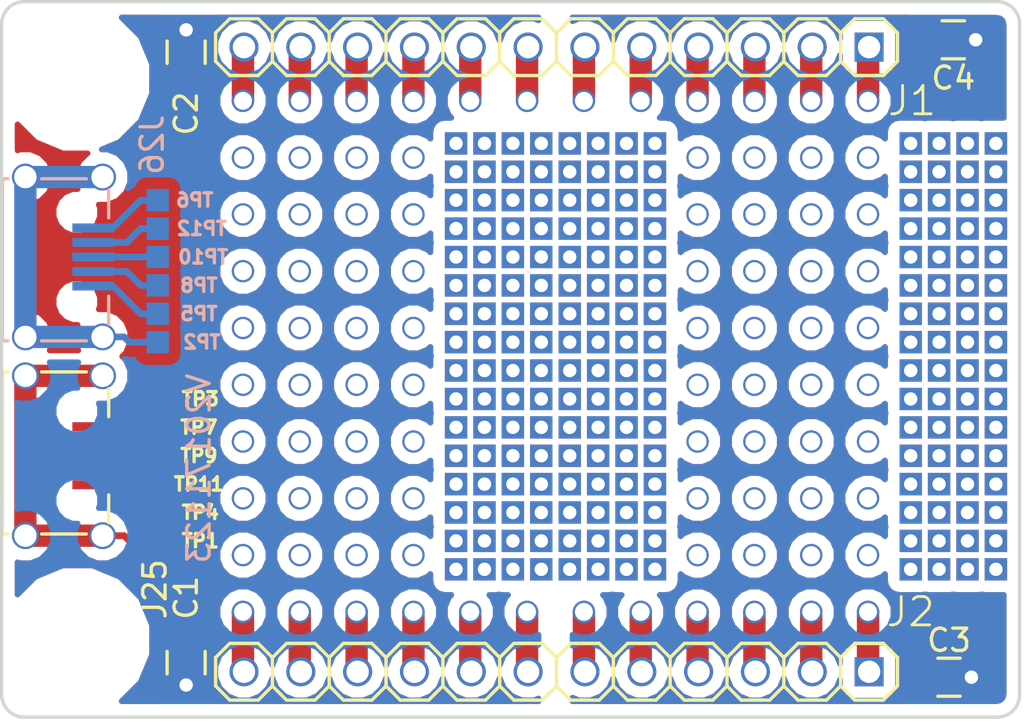
<source format=kicad_pcb>
(kicad_pcb (version 4) (host pcbnew 4.0.7-e2-6376~58~ubuntu17.04.1)

  (general
    (links 46)
    (no_connects 0)
    (area 119.056646 83.11576 168.910001 118.6774)
    (thickness 1.6)
    (drawings 8)
    (tracks 90)
    (zones 0)
    (modules 45)
    (nets 41)
  )

  (page A4)
  (layers
    (0 F.Cu signal)
    (31 B.Cu signal)
    (32 B.Adhes user)
    (33 F.Adhes user)
    (34 B.Paste user)
    (35 F.Paste user)
    (36 B.SilkS user)
    (37 F.SilkS user)
    (38 B.Mask user)
    (39 F.Mask user)
    (40 Dwgs.User user)
    (41 Cmts.User user)
    (42 Eco1.User user)
    (43 Eco2.User user)
    (44 Edge.Cuts user)
    (45 Margin user)
    (46 B.CrtYd user)
    (47 F.CrtYd user)
    (48 B.Fab user)
    (49 F.Fab user)
  )

  (setup
    (last_trace_width 0.1524)
    (user_trace_width 0.1524)
    (user_trace_width 0.2)
    (user_trace_width 0.3)
    (user_trace_width 0.4)
    (user_trace_width 0.6)
    (user_trace_width 1)
    (user_trace_width 1.5)
    (user_trace_width 2)
    (trace_clearance 0.1524)
    (zone_clearance 0.508)
    (zone_45_only no)
    (trace_min 0.1524)
    (segment_width 0.2)
    (edge_width 0.15)
    (via_size 0.381)
    (via_drill 0.254)
    (via_min_size 0.381)
    (via_min_drill 0.254)
    (user_via 0.381 0.254)
    (user_via 0.55 0.4)
    (user_via 0.75 0.6)
    (user_via 0.95 0.8)
    (user_via 1.3 1)
    (user_via 1.5 1.2)
    (user_via 1.7 1.4)
    (user_via 1.9 1.6)
    (uvia_size 0.381)
    (uvia_drill 0.254)
    (uvias_allowed no)
    (uvia_min_size 0.381)
    (uvia_min_drill 0.254)
    (pcb_text_width 0.3)
    (pcb_text_size 1.5 1.5)
    (mod_edge_width 0.15)
    (mod_text_size 1 1)
    (mod_text_width 0.15)
    (pad_size 1.524 1.524)
    (pad_drill 0.762)
    (pad_to_mask_clearance 0.1)
    (aux_axis_origin 0 0)
    (visible_elements FFFFFF7F)
    (pcbplotparams
      (layerselection 0x00030_80000001)
      (usegerberextensions false)
      (excludeedgelayer true)
      (linewidth 0.100000)
      (plotframeref false)
      (viasonmask false)
      (mode 1)
      (useauxorigin false)
      (hpglpennumber 1)
      (hpglpenspeed 20)
      (hpglpendiameter 15)
      (hpglpenoverlay 2)
      (psnegative false)
      (psa4output false)
      (plotreference true)
      (plotvalue true)
      (plotinvisibletext false)
      (padsonsilk false)
      (subtractmaskfromsilk false)
      (outputformat 1)
      (mirror false)
      (drillshape 1)
      (scaleselection 1)
      (outputdirectory ""))
  )

  (net 0 "")
  (net 1 VDD)
  (net 2 GND)
  (net 3 VDDA)
  (net 4 GNDA)
  (net 5 "Net-(J1-Pad1)")
  (net 6 "Net-(J1-Pad2)")
  (net 7 "Net-(J1-Pad3)")
  (net 8 "Net-(J1-Pad4)")
  (net 9 "Net-(J1-Pad5)")
  (net 10 "Net-(J1-Pad6)")
  (net 11 "Net-(J1-Pad7)")
  (net 12 "Net-(J1-Pad8)")
  (net 13 "Net-(J1-Pad9)")
  (net 14 "Net-(J1-Pad10)")
  (net 15 "Net-(J1-Pad11)")
  (net 16 "Net-(J1-Pad12)")
  (net 17 "Net-(J19-Pad1)")
  (net 18 "Net-(J19-Pad2)")
  (net 19 "Net-(J19-Pad3)")
  (net 20 "Net-(J19-Pad4)")
  (net 21 "Net-(J18-Pad1)")
  (net 22 "Net-(J18-Pad2)")
  (net 23 "Net-(J18-Pad3)")
  (net 24 "Net-(J18-Pad4)")
  (net 25 "Net-(J2-Pad9)")
  (net 26 "Net-(J2-Pad10)")
  (net 27 "Net-(J2-Pad11)")
  (net 28 "Net-(J2-Pad12)")
  (net 29 "Net-(J25-PadS)")
  (net 30 "Net-(J25-Pad5)")
  (net 31 "Net-(J25-Pad4)")
  (net 32 "Net-(J25-Pad3)")
  (net 33 "Net-(J25-Pad2)")
  (net 34 "Net-(J25-Pad1)")
  (net 35 "Net-(J26-PadS)")
  (net 36 "Net-(J26-Pad5)")
  (net 37 "Net-(J26-Pad4)")
  (net 38 "Net-(J26-Pad3)")
  (net 39 "Net-(J26-Pad2)")
  (net 40 "Net-(J26-Pad1)")

  (net_class Default "This is the default net class."
    (clearance 0.1524)
    (trace_width 0.1524)
    (via_dia 0.381)
    (via_drill 0.254)
    (uvia_dia 0.381)
    (uvia_drill 0.254)
    (add_net GND)
    (add_net GNDA)
    (add_net "Net-(J1-Pad1)")
    (add_net "Net-(J1-Pad10)")
    (add_net "Net-(J1-Pad11)")
    (add_net "Net-(J1-Pad12)")
    (add_net "Net-(J1-Pad2)")
    (add_net "Net-(J1-Pad3)")
    (add_net "Net-(J1-Pad4)")
    (add_net "Net-(J1-Pad5)")
    (add_net "Net-(J1-Pad6)")
    (add_net "Net-(J1-Pad7)")
    (add_net "Net-(J1-Pad8)")
    (add_net "Net-(J1-Pad9)")
    (add_net "Net-(J18-Pad1)")
    (add_net "Net-(J18-Pad2)")
    (add_net "Net-(J18-Pad3)")
    (add_net "Net-(J18-Pad4)")
    (add_net "Net-(J19-Pad1)")
    (add_net "Net-(J19-Pad2)")
    (add_net "Net-(J19-Pad3)")
    (add_net "Net-(J19-Pad4)")
    (add_net "Net-(J2-Pad10)")
    (add_net "Net-(J2-Pad11)")
    (add_net "Net-(J2-Pad12)")
    (add_net "Net-(J2-Pad9)")
    (add_net "Net-(J25-Pad1)")
    (add_net "Net-(J25-Pad2)")
    (add_net "Net-(J25-Pad3)")
    (add_net "Net-(J25-Pad4)")
    (add_net "Net-(J25-Pad5)")
    (add_net "Net-(J25-PadS)")
    (add_net "Net-(J26-Pad1)")
    (add_net "Net-(J26-Pad2)")
    (add_net "Net-(J26-Pad3)")
    (add_net "Net-(J26-Pad4)")
    (add_net "Net-(J26-Pad5)")
    (add_net "Net-(J26-PadS)")
    (add_net VDD)
    (add_net VDDA)
  )

  (module SquantorLabels:Label_version (layer B.Cu) (tedit 5A17404C) (tstamp 5A135138)
    (at 132.207 105.9815 270)
    (path /5A1357A5)
    (fp_text reference N2 (at 0 -2 270) (layer B.Fab) hide
      (effects (font (size 1 1) (thickness 0.15)) (justify mirror))
    )
    (fp_text value V20171123 (at 0 0.1905 270) (layer B.SilkS)
      (effects (font (size 1 1) (thickness 0.15)) (justify mirror))
    )
  )

  (module SquantorPcbOutline:MountingHole_5.4mm_no_metal locked (layer F.Cu) (tedit 5A14A9D9) (tstamp 5A14AEF8)
    (at 126.59 113.65)
    (path /5A135980)
    (fp_text reference H1 (at 0 -4) (layer F.SilkS) hide
      (effects (font (size 1 1) (thickness 0.15)))
    )
    (fp_text value Drill_Hole_no_metal (at 0 4) (layer F.Fab) hide
      (effects (font (size 1 1) (thickness 0.15)))
    )
    (pad "" np_thru_hole circle (at 0 0) (size 5.4 5.4) (drill 5.4) (layers *.Cu *.Mask))
  )

  (module SquantorPcbOutline:MountingHole_5.4mm_no_metal locked (layer F.Cu) (tedit 5A14A9E4) (tstamp 5A14AEFC)
    (at 126.59 88.55)
    (path /5A1359C7)
    (fp_text reference H2 (at 0 -4) (layer F.SilkS) hide
      (effects (font (size 1 1) (thickness 0.15)))
    )
    (fp_text value Drill_Hole_no_metal (at 0 4) (layer F.Fab) hide
      (effects (font (size 1 1) (thickness 0.15)))
    )
    (pad "" np_thru_hole circle (at 0 0) (size 5.4 5.4) (drill 5.4) (layers *.Cu *.Mask))
  )

  (module SquantorConnectors:Header-0254-1X12-H010 locked (layer F.Cu) (tedit 5A14AA3D) (tstamp 5A14AF00)
    (at 148 87.13216 180)
    (descr "PIN HEADER")
    (tags "PIN HEADER")
    (path /5A135BF8)
    (attr virtual)
    (fp_text reference J1 (at -15.8935 -2.40284 180) (layer F.SilkS)
      (effects (font (size 1.27 1.27) (thickness 0.127)))
    )
    (fp_text value PINS_1X12 (at 0 2.9 180) (layer F.Fab) hide
      (effects (font (size 1.27 1.27) (thickness 0.15)))
    )
    (fp_line (start 13.335 1.27) (end 12.7 0.635) (layer F.SilkS) (width 0.15))
    (fp_line (start 14.605 1.27) (end 13.335 1.27) (layer F.SilkS) (width 0.15))
    (fp_line (start 15.24 0.635) (end 14.605 1.27) (layer F.SilkS) (width 0.15))
    (fp_line (start 15.24 -0.635) (end 15.24 0.635) (layer F.SilkS) (width 0.15))
    (fp_line (start 14.605 -1.27) (end 15.24 -0.635) (layer F.SilkS) (width 0.15))
    (fp_line (start 13.335 -1.27) (end 14.605 -1.27) (layer F.SilkS) (width 0.15))
    (fp_line (start 12.7 -0.635) (end 13.335 -1.27) (layer F.SilkS) (width 0.15))
    (fp_line (start 10.795 1.27) (end 10.16 0.635) (layer F.SilkS) (width 0.15))
    (fp_line (start 12.065 1.27) (end 10.795 1.27) (layer F.SilkS) (width 0.15))
    (fp_line (start 12.7 0.635) (end 12.065 1.27) (layer F.SilkS) (width 0.15))
    (fp_line (start 12.7 -0.635) (end 12.7 0.635) (layer F.SilkS) (width 0.15))
    (fp_line (start 12.065 -1.27) (end 12.7 -0.635) (layer F.SilkS) (width 0.15))
    (fp_line (start 10.795 -1.27) (end 12.065 -1.27) (layer F.SilkS) (width 0.15))
    (fp_line (start 10.16 -0.635) (end 10.795 -1.27) (layer F.SilkS) (width 0.15))
    (fp_line (start 5.08 -0.635) (end 5.715 -1.27) (layer F.SilkS) (width 0.1524))
    (fp_line (start 5.715 -1.27) (end 6.985 -1.27) (layer F.SilkS) (width 0.1524))
    (fp_line (start 6.985 -1.27) (end 7.62 -0.635) (layer F.SilkS) (width 0.1524))
    (fp_line (start 7.62 -0.635) (end 7.62 0.635) (layer F.SilkS) (width 0.1524))
    (fp_line (start 7.62 0.635) (end 6.985 1.27) (layer F.SilkS) (width 0.1524))
    (fp_line (start 6.985 1.27) (end 5.715 1.27) (layer F.SilkS) (width 0.1524))
    (fp_line (start 5.715 1.27) (end 5.08 0.635) (layer F.SilkS) (width 0.1524))
    (fp_line (start 0.635 -1.27) (end 1.905 -1.27) (layer F.SilkS) (width 0.1524))
    (fp_line (start 1.905 -1.27) (end 2.54 -0.635) (layer F.SilkS) (width 0.1524))
    (fp_line (start 2.54 -0.635) (end 2.54 0.635) (layer F.SilkS) (width 0.1524))
    (fp_line (start 2.54 0.635) (end 1.905 1.27) (layer F.SilkS) (width 0.1524))
    (fp_line (start 2.54 -0.635) (end 3.175 -1.27) (layer F.SilkS) (width 0.1524))
    (fp_line (start 3.175 -1.27) (end 4.445 -1.27) (layer F.SilkS) (width 0.1524))
    (fp_line (start 4.445 -1.27) (end 5.08 -0.635) (layer F.SilkS) (width 0.1524))
    (fp_line (start 5.08 -0.635) (end 5.08 0.635) (layer F.SilkS) (width 0.1524))
    (fp_line (start 5.08 0.635) (end 4.445 1.27) (layer F.SilkS) (width 0.1524))
    (fp_line (start 4.445 1.27) (end 3.175 1.27) (layer F.SilkS) (width 0.1524))
    (fp_line (start 3.175 1.27) (end 2.54 0.635) (layer F.SilkS) (width 0.1524))
    (fp_line (start -2.54 -0.635) (end -1.905 -1.27) (layer F.SilkS) (width 0.1524))
    (fp_line (start -1.905 -1.27) (end -0.635 -1.27) (layer F.SilkS) (width 0.1524))
    (fp_line (start -0.635 -1.27) (end 0 -0.635) (layer F.SilkS) (width 0.1524))
    (fp_line (start 0 -0.635) (end 0 0.635) (layer F.SilkS) (width 0.1524))
    (fp_line (start 0 0.635) (end -0.635 1.27) (layer F.SilkS) (width 0.1524))
    (fp_line (start -0.635 1.27) (end -1.905 1.27) (layer F.SilkS) (width 0.1524))
    (fp_line (start -1.905 1.27) (end -2.54 0.635) (layer F.SilkS) (width 0.1524))
    (fp_line (start 0.635 -1.27) (end 0 -0.635) (layer F.SilkS) (width 0.1524))
    (fp_line (start 0 0.635) (end 0.635 1.27) (layer F.SilkS) (width 0.1524))
    (fp_line (start 1.905 1.27) (end 0.635 1.27) (layer F.SilkS) (width 0.1524))
    (fp_line (start -6.985 -1.27) (end -5.715 -1.27) (layer F.SilkS) (width 0.1524))
    (fp_line (start -5.715 -1.27) (end -5.08 -0.635) (layer F.SilkS) (width 0.1524))
    (fp_line (start -5.08 -0.635) (end -5.08 0.635) (layer F.SilkS) (width 0.1524))
    (fp_line (start -5.08 0.635) (end -5.715 1.27) (layer F.SilkS) (width 0.1524))
    (fp_line (start -5.08 -0.635) (end -4.445 -1.27) (layer F.SilkS) (width 0.1524))
    (fp_line (start -4.445 -1.27) (end -3.175 -1.27) (layer F.SilkS) (width 0.1524))
    (fp_line (start -3.175 -1.27) (end -2.54 -0.635) (layer F.SilkS) (width 0.1524))
    (fp_line (start -2.54 -0.635) (end -2.54 0.635) (layer F.SilkS) (width 0.1524))
    (fp_line (start -2.54 0.635) (end -3.175 1.27) (layer F.SilkS) (width 0.1524))
    (fp_line (start -3.175 1.27) (end -4.445 1.27) (layer F.SilkS) (width 0.1524))
    (fp_line (start -4.445 1.27) (end -5.08 0.635) (layer F.SilkS) (width 0.1524))
    (fp_line (start -10.16 -0.635) (end -9.525 -1.27) (layer F.SilkS) (width 0.1524))
    (fp_line (start -9.525 -1.27) (end -8.255 -1.27) (layer F.SilkS) (width 0.1524))
    (fp_line (start -8.255 -1.27) (end -7.62 -0.635) (layer F.SilkS) (width 0.1524))
    (fp_line (start -7.62 -0.635) (end -7.62 0.635) (layer F.SilkS) (width 0.1524))
    (fp_line (start -7.62 0.635) (end -8.255 1.27) (layer F.SilkS) (width 0.1524))
    (fp_line (start -8.255 1.27) (end -9.525 1.27) (layer F.SilkS) (width 0.1524))
    (fp_line (start -9.525 1.27) (end -10.16 0.635) (layer F.SilkS) (width 0.1524))
    (fp_line (start -6.985 -1.27) (end -7.62 -0.635) (layer F.SilkS) (width 0.1524))
    (fp_line (start -7.62 0.635) (end -6.985 1.27) (layer F.SilkS) (width 0.1524))
    (fp_line (start -5.715 1.27) (end -6.985 1.27) (layer F.SilkS) (width 0.1524))
    (fp_line (start -14.605 -1.27) (end -13.335 -1.27) (layer F.SilkS) (width 0.1524))
    (fp_line (start -13.335 -1.27) (end -12.7 -0.635) (layer F.SilkS) (width 0.1524))
    (fp_line (start -12.7 -0.635) (end -12.7 0.635) (layer F.SilkS) (width 0.1524))
    (fp_line (start -12.7 0.635) (end -13.335 1.27) (layer F.SilkS) (width 0.1524))
    (fp_line (start -12.7 -0.635) (end -12.065 -1.27) (layer F.SilkS) (width 0.1524))
    (fp_line (start -12.065 -1.27) (end -10.795 -1.27) (layer F.SilkS) (width 0.1524))
    (fp_line (start -10.795 -1.27) (end -10.16 -0.635) (layer F.SilkS) (width 0.1524))
    (fp_line (start -10.16 -0.635) (end -10.16 0.635) (layer F.SilkS) (width 0.1524))
    (fp_line (start -10.16 0.635) (end -10.795 1.27) (layer F.SilkS) (width 0.1524))
    (fp_line (start -10.795 1.27) (end -12.065 1.27) (layer F.SilkS) (width 0.1524))
    (fp_line (start -12.065 1.27) (end -12.7 0.635) (layer F.SilkS) (width 0.1524))
    (fp_line (start -15.24 -0.635) (end -15.24 0.635) (layer F.SilkS) (width 0.1524))
    (fp_line (start -14.605 -1.27) (end -15.24 -0.635) (layer F.SilkS) (width 0.1524))
    (fp_line (start -15.24 0.635) (end -14.605 1.27) (layer F.SilkS) (width 0.1524))
    (fp_line (start -13.335 1.27) (end -14.605 1.27) (layer F.SilkS) (width 0.1524))
    (fp_line (start 8.255 -1.27) (end 9.525 -1.27) (layer F.SilkS) (width 0.1524))
    (fp_line (start 9.525 -1.27) (end 10.16 -0.635) (layer F.SilkS) (width 0.1524))
    (fp_line (start 10.16 -0.635) (end 10.16 0.635) (layer F.SilkS) (width 0.1524))
    (fp_line (start 10.16 0.635) (end 9.525 1.27) (layer F.SilkS) (width 0.1524))
    (fp_line (start 8.255 -1.27) (end 7.62 -0.635) (layer F.SilkS) (width 0.1524))
    (fp_line (start 7.62 0.635) (end 8.255 1.27) (layer F.SilkS) (width 0.1524))
    (fp_line (start 9.525 1.27) (end 8.255 1.27) (layer F.SilkS) (width 0.1524))
    (pad 1 thru_hole rect (at -13.97 0) (size 1.3 1.3) (drill 1) (layers *.Cu *.Mask)
      (net 5 "Net-(J1-Pad1)"))
    (pad 2 thru_hole circle (at -11.43 0) (size 1.3 1.3) (drill 1) (layers *.Cu *.Mask)
      (net 6 "Net-(J1-Pad2)"))
    (pad 3 thru_hole circle (at -8.89 0) (size 1.3 1.3) (drill 1) (layers *.Cu *.Mask)
      (net 7 "Net-(J1-Pad3)"))
    (pad 4 thru_hole circle (at -6.35 0) (size 1.3 1.3) (drill 1) (layers *.Cu *.Mask)
      (net 8 "Net-(J1-Pad4)"))
    (pad 5 thru_hole circle (at -3.81 0) (size 1.3 1.3) (drill 1) (layers *.Cu *.Mask)
      (net 9 "Net-(J1-Pad5)"))
    (pad 6 thru_hole circle (at -1.27 0) (size 1.3 1.3) (drill 1) (layers *.Cu *.Mask)
      (net 10 "Net-(J1-Pad6)"))
    (pad 7 thru_hole circle (at 1.27 0) (size 1.3 1.3) (drill 1) (layers *.Cu *.Mask)
      (net 11 "Net-(J1-Pad7)"))
    (pad 8 thru_hole circle (at 3.81 0) (size 1.3 1.3) (drill 1) (layers *.Cu *.Mask)
      (net 12 "Net-(J1-Pad8)"))
    (pad 9 thru_hole circle (at 6.35 0 180) (size 1.3 1.3) (drill 1) (layers *.Cu *.Mask)
      (net 13 "Net-(J1-Pad9)"))
    (pad 10 thru_hole circle (at 8.89 0) (size 1.3 1.3) (drill 1) (layers *.Cu *.Mask)
      (net 14 "Net-(J1-Pad10)"))
    (pad 11 thru_hole circle (at 11.43 0 180) (size 1.3 1.3) (drill 1) (layers *.Cu *.Mask)
      (net 15 "Net-(J1-Pad11)"))
    (pad 12 thru_hole circle (at 13.97 0 180) (size 1.3 1.3) (drill 1) (layers *.Cu *.Mask)
      (net 16 "Net-(J1-Pad12)"))
  )

  (module SquantorConnectors:Header-0254-1X12-H010 locked (layer F.Cu) (tedit 5A14AA38) (tstamp 5A14AF0F)
    (at 148.00072 115.07216 180)
    (descr "PIN HEADER")
    (tags "PIN HEADER")
    (path /5A135C4B)
    (attr virtual)
    (fp_text reference J2 (at -15.82928 2.67716 180) (layer F.SilkS)
      (effects (font (size 1.27 1.27) (thickness 0.127)))
    )
    (fp_text value PINS_1X12 (at 0 2.9 180) (layer F.Fab) hide
      (effects (font (size 1.27 1.27) (thickness 0.15)))
    )
    (fp_line (start 13.335 1.27) (end 12.7 0.635) (layer F.SilkS) (width 0.15))
    (fp_line (start 14.605 1.27) (end 13.335 1.27) (layer F.SilkS) (width 0.15))
    (fp_line (start 15.24 0.635) (end 14.605 1.27) (layer F.SilkS) (width 0.15))
    (fp_line (start 15.24 -0.635) (end 15.24 0.635) (layer F.SilkS) (width 0.15))
    (fp_line (start 14.605 -1.27) (end 15.24 -0.635) (layer F.SilkS) (width 0.15))
    (fp_line (start 13.335 -1.27) (end 14.605 -1.27) (layer F.SilkS) (width 0.15))
    (fp_line (start 12.7 -0.635) (end 13.335 -1.27) (layer F.SilkS) (width 0.15))
    (fp_line (start 10.795 1.27) (end 10.16 0.635) (layer F.SilkS) (width 0.15))
    (fp_line (start 12.065 1.27) (end 10.795 1.27) (layer F.SilkS) (width 0.15))
    (fp_line (start 12.7 0.635) (end 12.065 1.27) (layer F.SilkS) (width 0.15))
    (fp_line (start 12.7 -0.635) (end 12.7 0.635) (layer F.SilkS) (width 0.15))
    (fp_line (start 12.065 -1.27) (end 12.7 -0.635) (layer F.SilkS) (width 0.15))
    (fp_line (start 10.795 -1.27) (end 12.065 -1.27) (layer F.SilkS) (width 0.15))
    (fp_line (start 10.16 -0.635) (end 10.795 -1.27) (layer F.SilkS) (width 0.15))
    (fp_line (start 5.08 -0.635) (end 5.715 -1.27) (layer F.SilkS) (width 0.1524))
    (fp_line (start 5.715 -1.27) (end 6.985 -1.27) (layer F.SilkS) (width 0.1524))
    (fp_line (start 6.985 -1.27) (end 7.62 -0.635) (layer F.SilkS) (width 0.1524))
    (fp_line (start 7.62 -0.635) (end 7.62 0.635) (layer F.SilkS) (width 0.1524))
    (fp_line (start 7.62 0.635) (end 6.985 1.27) (layer F.SilkS) (width 0.1524))
    (fp_line (start 6.985 1.27) (end 5.715 1.27) (layer F.SilkS) (width 0.1524))
    (fp_line (start 5.715 1.27) (end 5.08 0.635) (layer F.SilkS) (width 0.1524))
    (fp_line (start 0.635 -1.27) (end 1.905 -1.27) (layer F.SilkS) (width 0.1524))
    (fp_line (start 1.905 -1.27) (end 2.54 -0.635) (layer F.SilkS) (width 0.1524))
    (fp_line (start 2.54 -0.635) (end 2.54 0.635) (layer F.SilkS) (width 0.1524))
    (fp_line (start 2.54 0.635) (end 1.905 1.27) (layer F.SilkS) (width 0.1524))
    (fp_line (start 2.54 -0.635) (end 3.175 -1.27) (layer F.SilkS) (width 0.1524))
    (fp_line (start 3.175 -1.27) (end 4.445 -1.27) (layer F.SilkS) (width 0.1524))
    (fp_line (start 4.445 -1.27) (end 5.08 -0.635) (layer F.SilkS) (width 0.1524))
    (fp_line (start 5.08 -0.635) (end 5.08 0.635) (layer F.SilkS) (width 0.1524))
    (fp_line (start 5.08 0.635) (end 4.445 1.27) (layer F.SilkS) (width 0.1524))
    (fp_line (start 4.445 1.27) (end 3.175 1.27) (layer F.SilkS) (width 0.1524))
    (fp_line (start 3.175 1.27) (end 2.54 0.635) (layer F.SilkS) (width 0.1524))
    (fp_line (start -2.54 -0.635) (end -1.905 -1.27) (layer F.SilkS) (width 0.1524))
    (fp_line (start -1.905 -1.27) (end -0.635 -1.27) (layer F.SilkS) (width 0.1524))
    (fp_line (start -0.635 -1.27) (end 0 -0.635) (layer F.SilkS) (width 0.1524))
    (fp_line (start 0 -0.635) (end 0 0.635) (layer F.SilkS) (width 0.1524))
    (fp_line (start 0 0.635) (end -0.635 1.27) (layer F.SilkS) (width 0.1524))
    (fp_line (start -0.635 1.27) (end -1.905 1.27) (layer F.SilkS) (width 0.1524))
    (fp_line (start -1.905 1.27) (end -2.54 0.635) (layer F.SilkS) (width 0.1524))
    (fp_line (start 0.635 -1.27) (end 0 -0.635) (layer F.SilkS) (width 0.1524))
    (fp_line (start 0 0.635) (end 0.635 1.27) (layer F.SilkS) (width 0.1524))
    (fp_line (start 1.905 1.27) (end 0.635 1.27) (layer F.SilkS) (width 0.1524))
    (fp_line (start -6.985 -1.27) (end -5.715 -1.27) (layer F.SilkS) (width 0.1524))
    (fp_line (start -5.715 -1.27) (end -5.08 -0.635) (layer F.SilkS) (width 0.1524))
    (fp_line (start -5.08 -0.635) (end -5.08 0.635) (layer F.SilkS) (width 0.1524))
    (fp_line (start -5.08 0.635) (end -5.715 1.27) (layer F.SilkS) (width 0.1524))
    (fp_line (start -5.08 -0.635) (end -4.445 -1.27) (layer F.SilkS) (width 0.1524))
    (fp_line (start -4.445 -1.27) (end -3.175 -1.27) (layer F.SilkS) (width 0.1524))
    (fp_line (start -3.175 -1.27) (end -2.54 -0.635) (layer F.SilkS) (width 0.1524))
    (fp_line (start -2.54 -0.635) (end -2.54 0.635) (layer F.SilkS) (width 0.1524))
    (fp_line (start -2.54 0.635) (end -3.175 1.27) (layer F.SilkS) (width 0.1524))
    (fp_line (start -3.175 1.27) (end -4.445 1.27) (layer F.SilkS) (width 0.1524))
    (fp_line (start -4.445 1.27) (end -5.08 0.635) (layer F.SilkS) (width 0.1524))
    (fp_line (start -10.16 -0.635) (end -9.525 -1.27) (layer F.SilkS) (width 0.1524))
    (fp_line (start -9.525 -1.27) (end -8.255 -1.27) (layer F.SilkS) (width 0.1524))
    (fp_line (start -8.255 -1.27) (end -7.62 -0.635) (layer F.SilkS) (width 0.1524))
    (fp_line (start -7.62 -0.635) (end -7.62 0.635) (layer F.SilkS) (width 0.1524))
    (fp_line (start -7.62 0.635) (end -8.255 1.27) (layer F.SilkS) (width 0.1524))
    (fp_line (start -8.255 1.27) (end -9.525 1.27) (layer F.SilkS) (width 0.1524))
    (fp_line (start -9.525 1.27) (end -10.16 0.635) (layer F.SilkS) (width 0.1524))
    (fp_line (start -6.985 -1.27) (end -7.62 -0.635) (layer F.SilkS) (width 0.1524))
    (fp_line (start -7.62 0.635) (end -6.985 1.27) (layer F.SilkS) (width 0.1524))
    (fp_line (start -5.715 1.27) (end -6.985 1.27) (layer F.SilkS) (width 0.1524))
    (fp_line (start -14.605 -1.27) (end -13.335 -1.27) (layer F.SilkS) (width 0.1524))
    (fp_line (start -13.335 -1.27) (end -12.7 -0.635) (layer F.SilkS) (width 0.1524))
    (fp_line (start -12.7 -0.635) (end -12.7 0.635) (layer F.SilkS) (width 0.1524))
    (fp_line (start -12.7 0.635) (end -13.335 1.27) (layer F.SilkS) (width 0.1524))
    (fp_line (start -12.7 -0.635) (end -12.065 -1.27) (layer F.SilkS) (width 0.1524))
    (fp_line (start -12.065 -1.27) (end -10.795 -1.27) (layer F.SilkS) (width 0.1524))
    (fp_line (start -10.795 -1.27) (end -10.16 -0.635) (layer F.SilkS) (width 0.1524))
    (fp_line (start -10.16 -0.635) (end -10.16 0.635) (layer F.SilkS) (width 0.1524))
    (fp_line (start -10.16 0.635) (end -10.795 1.27) (layer F.SilkS) (width 0.1524))
    (fp_line (start -10.795 1.27) (end -12.065 1.27) (layer F.SilkS) (width 0.1524))
    (fp_line (start -12.065 1.27) (end -12.7 0.635) (layer F.SilkS) (width 0.1524))
    (fp_line (start -15.24 -0.635) (end -15.24 0.635) (layer F.SilkS) (width 0.1524))
    (fp_line (start -14.605 -1.27) (end -15.24 -0.635) (layer F.SilkS) (width 0.1524))
    (fp_line (start -15.24 0.635) (end -14.605 1.27) (layer F.SilkS) (width 0.1524))
    (fp_line (start -13.335 1.27) (end -14.605 1.27) (layer F.SilkS) (width 0.1524))
    (fp_line (start 8.255 -1.27) (end 9.525 -1.27) (layer F.SilkS) (width 0.1524))
    (fp_line (start 9.525 -1.27) (end 10.16 -0.635) (layer F.SilkS) (width 0.1524))
    (fp_line (start 10.16 -0.635) (end 10.16 0.635) (layer F.SilkS) (width 0.1524))
    (fp_line (start 10.16 0.635) (end 9.525 1.27) (layer F.SilkS) (width 0.1524))
    (fp_line (start 8.255 -1.27) (end 7.62 -0.635) (layer F.SilkS) (width 0.1524))
    (fp_line (start 7.62 0.635) (end 8.255 1.27) (layer F.SilkS) (width 0.1524))
    (fp_line (start 9.525 1.27) (end 8.255 1.27) (layer F.SilkS) (width 0.1524))
    (pad 1 thru_hole rect (at -13.97 0) (size 1.3 1.3) (drill 1) (layers *.Cu *.Mask)
      (net 17 "Net-(J19-Pad1)"))
    (pad 2 thru_hole circle (at -11.43 0) (size 1.3 1.3) (drill 1) (layers *.Cu *.Mask)
      (net 18 "Net-(J19-Pad2)"))
    (pad 3 thru_hole circle (at -8.89 0) (size 1.3 1.3) (drill 1) (layers *.Cu *.Mask)
      (net 19 "Net-(J19-Pad3)"))
    (pad 4 thru_hole circle (at -6.35 0) (size 1.3 1.3) (drill 1) (layers *.Cu *.Mask)
      (net 20 "Net-(J19-Pad4)"))
    (pad 5 thru_hole circle (at -3.81 0) (size 1.3 1.3) (drill 1) (layers *.Cu *.Mask)
      (net 21 "Net-(J18-Pad1)"))
    (pad 6 thru_hole circle (at -1.27 0) (size 1.3 1.3) (drill 1) (layers *.Cu *.Mask)
      (net 22 "Net-(J18-Pad2)"))
    (pad 7 thru_hole circle (at 1.27 0) (size 1.3 1.3) (drill 1) (layers *.Cu *.Mask)
      (net 23 "Net-(J18-Pad3)"))
    (pad 8 thru_hole circle (at 3.81 0) (size 1.3 1.3) (drill 1) (layers *.Cu *.Mask)
      (net 24 "Net-(J18-Pad4)"))
    (pad 9 thru_hole circle (at 6.35 0 180) (size 1.3 1.3) (drill 1) (layers *.Cu *.Mask)
      (net 25 "Net-(J2-Pad9)"))
    (pad 10 thru_hole circle (at 8.89 0) (size 1.3 1.3) (drill 1) (layers *.Cu *.Mask)
      (net 26 "Net-(J2-Pad10)"))
    (pad 11 thru_hole circle (at 11.43 0 180) (size 1.3 1.3) (drill 1) (layers *.Cu *.Mask)
      (net 27 "Net-(J2-Pad11)"))
    (pad 12 thru_hole circle (at 13.97 0 180) (size 1.3 1.3) (drill 1) (layers *.Cu *.Mask)
      (net 28 "Net-(J2-Pad12)"))
  )

  (module SquantorRcl:C_0805 (layer F.Cu) (tedit 5A173D22) (tstamp 5A17DC56)
    (at 131.445 114.665 270)
    (descr "Capacitor SMD 0805, reflow soldering, AVX (see smccp.pdf)")
    (tags "capacitor 0805")
    (path /5A1752AB)
    (attr smd)
    (fp_text reference C1 (at -2.905 0 270) (layer F.SilkS)
      (effects (font (size 1 1) (thickness 0.15)))
    )
    (fp_text value C (at 0 2.1 270) (layer F.Fab) hide
      (effects (font (size 1 1) (thickness 0.15)))
    )
    (fp_line (start -1 0.625) (end -1 -0.625) (layer F.Fab) (width 0.15))
    (fp_line (start 1 0.625) (end -1 0.625) (layer F.Fab) (width 0.15))
    (fp_line (start 1 -0.625) (end 1 0.625) (layer F.Fab) (width 0.15))
    (fp_line (start -1 -0.625) (end 1 -0.625) (layer F.Fab) (width 0.15))
    (fp_line (start -1.8 -1) (end 1.8 -1) (layer F.CrtYd) (width 0.05))
    (fp_line (start -1.8 1) (end 1.8 1) (layer F.CrtYd) (width 0.05))
    (fp_line (start -1.8 -1) (end -1.8 1) (layer F.CrtYd) (width 0.05))
    (fp_line (start 1.8 -1) (end 1.8 1) (layer F.CrtYd) (width 0.05))
    (fp_line (start 0.5 -0.85) (end -0.5 -0.85) (layer F.SilkS) (width 0.15))
    (fp_line (start -0.5 0.85) (end 0.5 0.85) (layer F.SilkS) (width 0.15))
    (pad 1 smd rect (at -1 0 270) (size 1 1.25) (layers F.Cu F.Paste F.Mask)
      (net 1 VDD))
    (pad 2 smd rect (at 1 0 270) (size 1 1.25) (layers F.Cu F.Paste F.Mask)
      (net 2 GND))
    (model Capacitors_SMD.3dshapes/C_0805.wrl
      (at (xyz 0 0 0))
      (scale (xyz 1 1 1))
      (rotate (xyz 0 0 0))
    )
  )

  (module SquantorRcl:C_0805 (layer F.Cu) (tedit 5415D6EA) (tstamp 5A17DC66)
    (at 131.445 87.36 90)
    (descr "Capacitor SMD 0805, reflow soldering, AVX (see smccp.pdf)")
    (tags "capacitor 0805")
    (path /5A17572C)
    (attr smd)
    (fp_text reference C2 (at -2.7465 0 90) (layer F.SilkS)
      (effects (font (size 1 1) (thickness 0.15)))
    )
    (fp_text value C (at 0 2.1 90) (layer F.Fab)
      (effects (font (size 1 1) (thickness 0.15)))
    )
    (fp_line (start -1 0.625) (end -1 -0.625) (layer F.Fab) (width 0.15))
    (fp_line (start 1 0.625) (end -1 0.625) (layer F.Fab) (width 0.15))
    (fp_line (start 1 -0.625) (end 1 0.625) (layer F.Fab) (width 0.15))
    (fp_line (start -1 -0.625) (end 1 -0.625) (layer F.Fab) (width 0.15))
    (fp_line (start -1.8 -1) (end 1.8 -1) (layer F.CrtYd) (width 0.05))
    (fp_line (start -1.8 1) (end 1.8 1) (layer F.CrtYd) (width 0.05))
    (fp_line (start -1.8 -1) (end -1.8 1) (layer F.CrtYd) (width 0.05))
    (fp_line (start 1.8 -1) (end 1.8 1) (layer F.CrtYd) (width 0.05))
    (fp_line (start 0.5 -0.85) (end -0.5 -0.85) (layer F.SilkS) (width 0.15))
    (fp_line (start -0.5 0.85) (end 0.5 0.85) (layer F.SilkS) (width 0.15))
    (pad 1 smd rect (at -1 0 90) (size 1 1.25) (layers F.Cu F.Paste F.Mask)
      (net 1 VDD))
    (pad 2 smd rect (at 1 0 90) (size 1 1.25) (layers F.Cu F.Paste F.Mask)
      (net 2 GND))
    (model Capacitors_SMD.3dshapes/C_0805.wrl
      (at (xyz 0 0 0))
      (scale (xyz 1 1 1))
      (rotate (xyz 0 0 0))
    )
  )

  (module SquantorRcl:C_0805 (layer F.Cu) (tedit 5A173F6D) (tstamp 5A17DC76)
    (at 165.5445 115.316)
    (descr "Capacitor SMD 0805, reflow soldering, AVX (see smccp.pdf)")
    (tags "capacitor 0805")
    (path /5A175375)
    (attr smd)
    (fp_text reference C3 (at 0 -1.651) (layer F.SilkS)
      (effects (font (size 1 1) (thickness 0.15)))
    )
    (fp_text value C (at 0 2.1) (layer F.Fab) hide
      (effects (font (size 1 1) (thickness 0.15)))
    )
    (fp_line (start -1 0.625) (end -1 -0.625) (layer F.Fab) (width 0.15))
    (fp_line (start 1 0.625) (end -1 0.625) (layer F.Fab) (width 0.15))
    (fp_line (start 1 -0.625) (end 1 0.625) (layer F.Fab) (width 0.15))
    (fp_line (start -1 -0.625) (end 1 -0.625) (layer F.Fab) (width 0.15))
    (fp_line (start -1.8 -1) (end 1.8 -1) (layer F.CrtYd) (width 0.05))
    (fp_line (start -1.8 1) (end 1.8 1) (layer F.CrtYd) (width 0.05))
    (fp_line (start -1.8 -1) (end -1.8 1) (layer F.CrtYd) (width 0.05))
    (fp_line (start 1.8 -1) (end 1.8 1) (layer F.CrtYd) (width 0.05))
    (fp_line (start 0.5 -0.85) (end -0.5 -0.85) (layer F.SilkS) (width 0.15))
    (fp_line (start -0.5 0.85) (end 0.5 0.85) (layer F.SilkS) (width 0.15))
    (pad 1 smd rect (at -1 0) (size 1 1.25) (layers F.Cu F.Paste F.Mask)
      (net 3 VDDA))
    (pad 2 smd rect (at 1 0) (size 1 1.25) (layers F.Cu F.Paste F.Mask)
      (net 4 GNDA))
    (model Capacitors_SMD.3dshapes/C_0805.wrl
      (at (xyz 0 0 0))
      (scale (xyz 1 1 1))
      (rotate (xyz 0 0 0))
    )
  )

  (module SquantorRcl:C_0805 (layer F.Cu) (tedit 5A173F69) (tstamp 5A17DC86)
    (at 165.735 86.8045)
    (descr "Capacitor SMD 0805, reflow soldering, AVX (see smccp.pdf)")
    (tags "capacitor 0805")
    (path /5A1757BC)
    (attr smd)
    (fp_text reference C4 (at 0 1.7145) (layer F.SilkS)
      (effects (font (size 1 1) (thickness 0.15)))
    )
    (fp_text value C (at 0 2.1) (layer F.Fab) hide
      (effects (font (size 1 1) (thickness 0.15)))
    )
    (fp_line (start -1 0.625) (end -1 -0.625) (layer F.Fab) (width 0.15))
    (fp_line (start 1 0.625) (end -1 0.625) (layer F.Fab) (width 0.15))
    (fp_line (start 1 -0.625) (end 1 0.625) (layer F.Fab) (width 0.15))
    (fp_line (start -1 -0.625) (end 1 -0.625) (layer F.Fab) (width 0.15))
    (fp_line (start -1.8 -1) (end 1.8 -1) (layer F.CrtYd) (width 0.05))
    (fp_line (start -1.8 1) (end 1.8 1) (layer F.CrtYd) (width 0.05))
    (fp_line (start -1.8 -1) (end -1.8 1) (layer F.CrtYd) (width 0.05))
    (fp_line (start 1.8 -1) (end 1.8 1) (layer F.CrtYd) (width 0.05))
    (fp_line (start 0.5 -0.85) (end -0.5 -0.85) (layer F.SilkS) (width 0.15))
    (fp_line (start -0.5 0.85) (end 0.5 0.85) (layer F.SilkS) (width 0.15))
    (pad 1 smd rect (at -1 0) (size 1 1.25) (layers F.Cu F.Paste F.Mask)
      (net 3 VDDA))
    (pad 2 smd rect (at 1 0) (size 1 1.25) (layers F.Cu F.Paste F.Mask)
      (net 4 GNDA))
    (model Capacitors_SMD.3dshapes/C_0805.wrl
      (at (xyz 0 0 0))
      (scale (xyz 1 1 1))
      (rotate (xyz 0 0 0))
    )
  )

  (module SquantorProto:proto-TH-0254-04X01-P010SQ-H008 (layer F.Cu) (tedit 5A15EFCE) (tstamp 5A17DC8E)
    (at 158.115 89.535 180)
    (path /5A174356)
    (fp_text reference J3 (at 0 -1.27 180) (layer F.SilkS) hide
      (effects (font (size 1 1) (thickness 0.15)))
    )
    (fp_text value Proto_4pins (at 0 1.27 180) (layer F.Fab) hide
      (effects (font (size 1 1) (thickness 0.15)))
    )
    (pad 1 thru_hole circle (at -3.81 0 180) (size 1 1) (drill 0.8) (layers *.Cu *.Mask)
      (net 5 "Net-(J1-Pad1)"))
    (pad 2 thru_hole circle (at -1.27 0 180) (size 1 1) (drill 0.8) (layers *.Cu *.Mask)
      (net 6 "Net-(J1-Pad2)"))
    (pad 3 thru_hole circle (at 1.27 0 180) (size 1 1) (drill 0.8) (layers *.Cu *.Mask)
      (net 7 "Net-(J1-Pad3)"))
    (pad 4 thru_hole circle (at 3.81 0 180) (size 1 1) (drill 0.8) (layers *.Cu *.Mask)
      (net 8 "Net-(J1-Pad4)"))
  )

  (module SquantorProto:proto-TH-0254-04X01-P010SQ-H008 (layer F.Cu) (tedit 5A15EFCE) (tstamp 5A17DC96)
    (at 137.795 89.535 180)
    (path /5A174434)
    (fp_text reference J4 (at 0 -1.27 180) (layer F.SilkS) hide
      (effects (font (size 1 1) (thickness 0.15)))
    )
    (fp_text value Proto_4pins (at 0 1.27 180) (layer F.Fab) hide
      (effects (font (size 1 1) (thickness 0.15)))
    )
    (pad 1 thru_hole circle (at -3.81 0 180) (size 1 1) (drill 0.8) (layers *.Cu *.Mask)
      (net 13 "Net-(J1-Pad9)"))
    (pad 2 thru_hole circle (at -1.27 0 180) (size 1 1) (drill 0.8) (layers *.Cu *.Mask)
      (net 14 "Net-(J1-Pad10)"))
    (pad 3 thru_hole circle (at 1.27 0 180) (size 1 1) (drill 0.8) (layers *.Cu *.Mask)
      (net 15 "Net-(J1-Pad11)"))
    (pad 4 thru_hole circle (at 3.81 0 180) (size 1 1) (drill 0.8) (layers *.Cu *.Mask)
      (net 16 "Net-(J1-Pad12)"))
  )

  (module SquantorProto:proto-SMD-0127-04X04-P010-H006 (layer F.Cu) (tedit 5A173306) (tstamp 5A17DCAA)
    (at 145.415 108.585)
    (path /5A174A37)
    (fp_text reference J5 (at 0 -3.175) (layer F.SilkS) hide
      (effects (font (size 1 1) (thickness 0.15)))
    )
    (fp_text value Proto (at 0 3.175) (layer F.Fab) hide
      (effects (font (size 1 1) (thickness 0.15)))
    )
    (pad 1 thru_hole rect (at -1.905 -1.905) (size 1 1) (drill 0.6) (layers *.Cu *.Mask))
    (pad 2 thru_hole rect (at -0.635 -1.905) (size 1 1) (drill 0.6) (layers *.Cu *.Mask))
    (pad 3 thru_hole rect (at 0.635 -1.905) (size 1 1) (drill 0.6) (layers *.Cu *.Mask))
    (pad 4 thru_hole rect (at 1.905 -1.905) (size 1 1) (drill 0.6) (layers *.Cu *.Mask))
    (pad 5 thru_hole rect (at 1.905 -0.635) (size 1 1) (drill 0.6) (layers *.Cu *.Mask))
    (pad 6 thru_hole rect (at 0.635 -0.635) (size 1 1) (drill 0.6) (layers *.Cu *.Mask))
    (pad 7 thru_hole rect (at -0.635 -0.635) (size 1 1) (drill 0.6) (layers *.Cu *.Mask))
    (pad 8 thru_hole rect (at -1.905 -0.635) (size 1 1) (drill 0.6) (layers *.Cu *.Mask))
    (pad 9 thru_hole rect (at -1.905 0.635) (size 1 1) (drill 0.6) (layers *.Cu *.Mask))
    (pad 10 thru_hole rect (at -0.635 0.635) (size 1 1) (drill 0.6) (layers *.Cu *.Mask))
    (pad 11 thru_hole rect (at 0.635 0.635) (size 1 1) (drill 0.6) (layers *.Cu *.Mask))
    (pad 12 thru_hole rect (at 1.905 0.635) (size 1 1) (drill 0.6) (layers *.Cu *.Mask))
    (pad 13 thru_hole rect (at 1.905 1.905) (size 1 1) (drill 0.6) (layers *.Cu *.Mask))
    (pad 14 thru_hole rect (at 0.635 1.905) (size 1 1) (drill 0.6) (layers *.Cu *.Mask))
    (pad 15 thru_hole rect (at -0.635 1.905) (size 1 1) (drill 0.6) (layers *.Cu *.Mask))
    (pad 16 thru_hole rect (at -1.905 1.905) (size 1 1) (drill 0.6) (layers *.Cu *.Mask))
  )

  (module SquantorProto:proto-SMD-0127-04X04-P010-H006 (layer F.Cu) (tedit 5A173306) (tstamp 5A17DCBE)
    (at 150.495 108.585)
    (path /5A174CF3)
    (fp_text reference J6 (at 0 -3.175) (layer F.SilkS) hide
      (effects (font (size 1 1) (thickness 0.15)))
    )
    (fp_text value Proto (at 0 3.175) (layer F.Fab) hide
      (effects (font (size 1 1) (thickness 0.15)))
    )
    (pad 1 thru_hole rect (at -1.905 -1.905) (size 1 1) (drill 0.6) (layers *.Cu *.Mask))
    (pad 2 thru_hole rect (at -0.635 -1.905) (size 1 1) (drill 0.6) (layers *.Cu *.Mask))
    (pad 3 thru_hole rect (at 0.635 -1.905) (size 1 1) (drill 0.6) (layers *.Cu *.Mask))
    (pad 4 thru_hole rect (at 1.905 -1.905) (size 1 1) (drill 0.6) (layers *.Cu *.Mask))
    (pad 5 thru_hole rect (at 1.905 -0.635) (size 1 1) (drill 0.6) (layers *.Cu *.Mask))
    (pad 6 thru_hole rect (at 0.635 -0.635) (size 1 1) (drill 0.6) (layers *.Cu *.Mask))
    (pad 7 thru_hole rect (at -0.635 -0.635) (size 1 1) (drill 0.6) (layers *.Cu *.Mask))
    (pad 8 thru_hole rect (at -1.905 -0.635) (size 1 1) (drill 0.6) (layers *.Cu *.Mask))
    (pad 9 thru_hole rect (at -1.905 0.635) (size 1 1) (drill 0.6) (layers *.Cu *.Mask))
    (pad 10 thru_hole rect (at -0.635 0.635) (size 1 1) (drill 0.6) (layers *.Cu *.Mask))
    (pad 11 thru_hole rect (at 0.635 0.635) (size 1 1) (drill 0.6) (layers *.Cu *.Mask))
    (pad 12 thru_hole rect (at 1.905 0.635) (size 1 1) (drill 0.6) (layers *.Cu *.Mask))
    (pad 13 thru_hole rect (at 1.905 1.905) (size 1 1) (drill 0.6) (layers *.Cu *.Mask))
    (pad 14 thru_hole rect (at 0.635 1.905) (size 1 1) (drill 0.6) (layers *.Cu *.Mask))
    (pad 15 thru_hole rect (at -0.635 1.905) (size 1 1) (drill 0.6) (layers *.Cu *.Mask))
    (pad 16 thru_hole rect (at -1.905 1.905) (size 1 1) (drill 0.6) (layers *.Cu *.Mask))
  )

  (module SquantorProto:proto-TH-0254-04X01-P010SQ-H008 (layer F.Cu) (tedit 5A15EFCE) (tstamp 5A17DCC6)
    (at 147.955 89.535 180)
    (path /5A1743F0)
    (fp_text reference J7 (at 0 -1.27 180) (layer F.SilkS) hide
      (effects (font (size 1 1) (thickness 0.15)))
    )
    (fp_text value Proto_4pins (at 0 1.27 180) (layer F.Fab) hide
      (effects (font (size 1 1) (thickness 0.15)))
    )
    (pad 1 thru_hole circle (at -3.81 0 180) (size 1 1) (drill 0.8) (layers *.Cu *.Mask)
      (net 9 "Net-(J1-Pad5)"))
    (pad 2 thru_hole circle (at -1.27 0 180) (size 1 1) (drill 0.8) (layers *.Cu *.Mask)
      (net 10 "Net-(J1-Pad6)"))
    (pad 3 thru_hole circle (at 1.27 0 180) (size 1 1) (drill 0.8) (layers *.Cu *.Mask)
      (net 11 "Net-(J1-Pad7)"))
    (pad 4 thru_hole circle (at 3.81 0 180) (size 1 1) (drill 0.8) (layers *.Cu *.Mask)
      (net 12 "Net-(J1-Pad8)"))
  )

  (module SquantorProto:proto-TH-0254-04X04-P010SQ-H008 (layer F.Cu) (tedit 5A15EC37) (tstamp 5A17DCDA)
    (at 137.795 106.045)
    (path /5A174D4F)
    (fp_text reference J8 (at 0 -6.35) (layer F.SilkS) hide
      (effects (font (size 1 1) (thickness 0.15)))
    )
    (fp_text value Proto (at 0 6.35) (layer F.Fab) hide
      (effects (font (size 1 1) (thickness 0.15)))
    )
    (pad 1 thru_hole circle (at -3.81 -3.81) (size 1 1) (drill 0.8) (layers *.Cu *.Mask))
    (pad 2 thru_hole circle (at -1.27 -3.81) (size 1 1) (drill 0.8) (layers *.Cu *.Mask))
    (pad 3 thru_hole circle (at 1.27 -3.81) (size 1 1) (drill 0.8) (layers *.Cu *.Mask))
    (pad 4 thru_hole circle (at 3.81 -3.81) (size 1 1) (drill 0.8) (layers *.Cu *.Mask))
    (pad 5 thru_hole circle (at -3.81 -1.27) (size 1 1) (drill 0.8) (layers *.Cu *.Mask))
    (pad 6 thru_hole circle (at -1.27 -1.27) (size 1 1) (drill 0.8) (layers *.Cu *.Mask))
    (pad 7 thru_hole circle (at 1.27 -1.27) (size 1 1) (drill 0.8) (layers *.Cu *.Mask))
    (pad 8 thru_hole circle (at 3.81 -1.27) (size 1 1) (drill 0.8) (layers *.Cu *.Mask))
    (pad 9 thru_hole circle (at -3.81 1.27) (size 1 1) (drill 0.8) (layers *.Cu *.Mask))
    (pad 10 thru_hole circle (at -1.27 1.27) (size 1 1) (drill 0.8) (layers *.Cu *.Mask))
    (pad 11 thru_hole circle (at 1.27 1.27) (size 1 1) (drill 0.8) (layers *.Cu *.Mask))
    (pad 12 thru_hole circle (at 3.81 1.27) (size 1 1) (drill 0.8) (layers *.Cu *.Mask))
    (pad 13 thru_hole circle (at -3.81 3.81) (size 1 1) (drill 0.8) (layers *.Cu *.Mask))
    (pad 14 thru_hole circle (at -1.27 3.81) (size 1 1) (drill 0.8) (layers *.Cu *.Mask))
    (pad 15 thru_hole circle (at 1.27 3.81) (size 1 1) (drill 0.8) (layers *.Cu *.Mask))
    (pad 16 thru_hole circle (at 3.81 3.81) (size 1 1) (drill 0.8) (layers *.Cu *.Mask))
  )

  (module SquantorProto:proto-SMD-0127-04X04-P010-H006 (layer F.Cu) (tedit 5A173306) (tstamp 5A17DCEE)
    (at 145.415 103.505)
    (path /5A174B00)
    (fp_text reference J9 (at 0 -3.175) (layer F.SilkS) hide
      (effects (font (size 1 1) (thickness 0.15)))
    )
    (fp_text value Proto (at 0 3.175) (layer F.Fab) hide
      (effects (font (size 1 1) (thickness 0.15)))
    )
    (pad 1 thru_hole rect (at -1.905 -1.905) (size 1 1) (drill 0.6) (layers *.Cu *.Mask))
    (pad 2 thru_hole rect (at -0.635 -1.905) (size 1 1) (drill 0.6) (layers *.Cu *.Mask))
    (pad 3 thru_hole rect (at 0.635 -1.905) (size 1 1) (drill 0.6) (layers *.Cu *.Mask))
    (pad 4 thru_hole rect (at 1.905 -1.905) (size 1 1) (drill 0.6) (layers *.Cu *.Mask))
    (pad 5 thru_hole rect (at 1.905 -0.635) (size 1 1) (drill 0.6) (layers *.Cu *.Mask))
    (pad 6 thru_hole rect (at 0.635 -0.635) (size 1 1) (drill 0.6) (layers *.Cu *.Mask))
    (pad 7 thru_hole rect (at -0.635 -0.635) (size 1 1) (drill 0.6) (layers *.Cu *.Mask))
    (pad 8 thru_hole rect (at -1.905 -0.635) (size 1 1) (drill 0.6) (layers *.Cu *.Mask))
    (pad 9 thru_hole rect (at -1.905 0.635) (size 1 1) (drill 0.6) (layers *.Cu *.Mask))
    (pad 10 thru_hole rect (at -0.635 0.635) (size 1 1) (drill 0.6) (layers *.Cu *.Mask))
    (pad 11 thru_hole rect (at 0.635 0.635) (size 1 1) (drill 0.6) (layers *.Cu *.Mask))
    (pad 12 thru_hole rect (at 1.905 0.635) (size 1 1) (drill 0.6) (layers *.Cu *.Mask))
    (pad 13 thru_hole rect (at 1.905 1.905) (size 1 1) (drill 0.6) (layers *.Cu *.Mask))
    (pad 14 thru_hole rect (at 0.635 1.905) (size 1 1) (drill 0.6) (layers *.Cu *.Mask))
    (pad 15 thru_hole rect (at -0.635 1.905) (size 1 1) (drill 0.6) (layers *.Cu *.Mask))
    (pad 16 thru_hole rect (at -1.905 1.905) (size 1 1) (drill 0.6) (layers *.Cu *.Mask))
  )

  (module SquantorProto:proto-SMD-0127-04X04-P010-H006 (layer F.Cu) (tedit 5A173306) (tstamp 5A17DD02)
    (at 150.495 103.505)
    (path /5A174C9E)
    (fp_text reference J10 (at 0 -3.175) (layer F.SilkS) hide
      (effects (font (size 1 1) (thickness 0.15)))
    )
    (fp_text value Proto (at 0 3.175) (layer F.Fab) hide
      (effects (font (size 1 1) (thickness 0.15)))
    )
    (pad 1 thru_hole rect (at -1.905 -1.905) (size 1 1) (drill 0.6) (layers *.Cu *.Mask))
    (pad 2 thru_hole rect (at -0.635 -1.905) (size 1 1) (drill 0.6) (layers *.Cu *.Mask))
    (pad 3 thru_hole rect (at 0.635 -1.905) (size 1 1) (drill 0.6) (layers *.Cu *.Mask))
    (pad 4 thru_hole rect (at 1.905 -1.905) (size 1 1) (drill 0.6) (layers *.Cu *.Mask))
    (pad 5 thru_hole rect (at 1.905 -0.635) (size 1 1) (drill 0.6) (layers *.Cu *.Mask))
    (pad 6 thru_hole rect (at 0.635 -0.635) (size 1 1) (drill 0.6) (layers *.Cu *.Mask))
    (pad 7 thru_hole rect (at -0.635 -0.635) (size 1 1) (drill 0.6) (layers *.Cu *.Mask))
    (pad 8 thru_hole rect (at -1.905 -0.635) (size 1 1) (drill 0.6) (layers *.Cu *.Mask))
    (pad 9 thru_hole rect (at -1.905 0.635) (size 1 1) (drill 0.6) (layers *.Cu *.Mask))
    (pad 10 thru_hole rect (at -0.635 0.635) (size 1 1) (drill 0.6) (layers *.Cu *.Mask))
    (pad 11 thru_hole rect (at 0.635 0.635) (size 1 1) (drill 0.6) (layers *.Cu *.Mask))
    (pad 12 thru_hole rect (at 1.905 0.635) (size 1 1) (drill 0.6) (layers *.Cu *.Mask))
    (pad 13 thru_hole rect (at 1.905 1.905) (size 1 1) (drill 0.6) (layers *.Cu *.Mask))
    (pad 14 thru_hole rect (at 0.635 1.905) (size 1 1) (drill 0.6) (layers *.Cu *.Mask))
    (pad 15 thru_hole rect (at -0.635 1.905) (size 1 1) (drill 0.6) (layers *.Cu *.Mask))
    (pad 16 thru_hole rect (at -1.905 1.905) (size 1 1) (drill 0.6) (layers *.Cu *.Mask))
  )

  (module SquantorProto:proto-TH-0254-04X04-P010SQ-H008 (layer F.Cu) (tedit 5A15EC37) (tstamp 5A17DD16)
    (at 137.795 95.885)
    (path /5A174E61)
    (fp_text reference J11 (at 0 -6.35) (layer F.SilkS) hide
      (effects (font (size 1 1) (thickness 0.15)))
    )
    (fp_text value Proto (at 0 6.35) (layer F.Fab) hide
      (effects (font (size 1 1) (thickness 0.15)))
    )
    (pad 1 thru_hole circle (at -3.81 -3.81) (size 1 1) (drill 0.8) (layers *.Cu *.Mask))
    (pad 2 thru_hole circle (at -1.27 -3.81) (size 1 1) (drill 0.8) (layers *.Cu *.Mask))
    (pad 3 thru_hole circle (at 1.27 -3.81) (size 1 1) (drill 0.8) (layers *.Cu *.Mask))
    (pad 4 thru_hole circle (at 3.81 -3.81) (size 1 1) (drill 0.8) (layers *.Cu *.Mask))
    (pad 5 thru_hole circle (at -3.81 -1.27) (size 1 1) (drill 0.8) (layers *.Cu *.Mask))
    (pad 6 thru_hole circle (at -1.27 -1.27) (size 1 1) (drill 0.8) (layers *.Cu *.Mask))
    (pad 7 thru_hole circle (at 1.27 -1.27) (size 1 1) (drill 0.8) (layers *.Cu *.Mask))
    (pad 8 thru_hole circle (at 3.81 -1.27) (size 1 1) (drill 0.8) (layers *.Cu *.Mask))
    (pad 9 thru_hole circle (at -3.81 1.27) (size 1 1) (drill 0.8) (layers *.Cu *.Mask))
    (pad 10 thru_hole circle (at -1.27 1.27) (size 1 1) (drill 0.8) (layers *.Cu *.Mask))
    (pad 11 thru_hole circle (at 1.27 1.27) (size 1 1) (drill 0.8) (layers *.Cu *.Mask))
    (pad 12 thru_hole circle (at 3.81 1.27) (size 1 1) (drill 0.8) (layers *.Cu *.Mask))
    (pad 13 thru_hole circle (at -3.81 3.81) (size 1 1) (drill 0.8) (layers *.Cu *.Mask))
    (pad 14 thru_hole circle (at -1.27 3.81) (size 1 1) (drill 0.8) (layers *.Cu *.Mask))
    (pad 15 thru_hole circle (at 1.27 3.81) (size 1 1) (drill 0.8) (layers *.Cu *.Mask))
    (pad 16 thru_hole circle (at 3.81 3.81) (size 1 1) (drill 0.8) (layers *.Cu *.Mask))
  )

  (module SquantorProto:proto-TH-0254-04X04-P010SQ-H008 (layer F.Cu) (tedit 5A15EC37) (tstamp 5A17DD2A)
    (at 158.115 106.045)
    (path /5A174E03)
    (fp_text reference J12 (at 0 -6.35) (layer F.SilkS) hide
      (effects (font (size 1 1) (thickness 0.15)))
    )
    (fp_text value Proto (at 0 6.35) (layer F.Fab) hide
      (effects (font (size 1 1) (thickness 0.15)))
    )
    (pad 1 thru_hole circle (at -3.81 -3.81) (size 1 1) (drill 0.8) (layers *.Cu *.Mask))
    (pad 2 thru_hole circle (at -1.27 -3.81) (size 1 1) (drill 0.8) (layers *.Cu *.Mask))
    (pad 3 thru_hole circle (at 1.27 -3.81) (size 1 1) (drill 0.8) (layers *.Cu *.Mask))
    (pad 4 thru_hole circle (at 3.81 -3.81) (size 1 1) (drill 0.8) (layers *.Cu *.Mask))
    (pad 5 thru_hole circle (at -3.81 -1.27) (size 1 1) (drill 0.8) (layers *.Cu *.Mask))
    (pad 6 thru_hole circle (at -1.27 -1.27) (size 1 1) (drill 0.8) (layers *.Cu *.Mask))
    (pad 7 thru_hole circle (at 1.27 -1.27) (size 1 1) (drill 0.8) (layers *.Cu *.Mask))
    (pad 8 thru_hole circle (at 3.81 -1.27) (size 1 1) (drill 0.8) (layers *.Cu *.Mask))
    (pad 9 thru_hole circle (at -3.81 1.27) (size 1 1) (drill 0.8) (layers *.Cu *.Mask))
    (pad 10 thru_hole circle (at -1.27 1.27) (size 1 1) (drill 0.8) (layers *.Cu *.Mask))
    (pad 11 thru_hole circle (at 1.27 1.27) (size 1 1) (drill 0.8) (layers *.Cu *.Mask))
    (pad 12 thru_hole circle (at 3.81 1.27) (size 1 1) (drill 0.8) (layers *.Cu *.Mask))
    (pad 13 thru_hole circle (at -3.81 3.81) (size 1 1) (drill 0.8) (layers *.Cu *.Mask))
    (pad 14 thru_hole circle (at -1.27 3.81) (size 1 1) (drill 0.8) (layers *.Cu *.Mask))
    (pad 15 thru_hole circle (at 1.27 3.81) (size 1 1) (drill 0.8) (layers *.Cu *.Mask))
    (pad 16 thru_hole circle (at 3.81 3.81) (size 1 1) (drill 0.8) (layers *.Cu *.Mask))
  )

  (module SquantorProto:proto-SMD-0127-04X04-P010-H006 (layer F.Cu) (tedit 5A173306) (tstamp 5A17DD3E)
    (at 145.415 98.425)
    (path /5A174B4E)
    (fp_text reference J13 (at 0 -3.175) (layer F.SilkS) hide
      (effects (font (size 1 1) (thickness 0.15)))
    )
    (fp_text value Proto (at 0 3.175) (layer F.Fab) hide
      (effects (font (size 1 1) (thickness 0.15)))
    )
    (pad 1 thru_hole rect (at -1.905 -1.905) (size 1 1) (drill 0.6) (layers *.Cu *.Mask))
    (pad 2 thru_hole rect (at -0.635 -1.905) (size 1 1) (drill 0.6) (layers *.Cu *.Mask))
    (pad 3 thru_hole rect (at 0.635 -1.905) (size 1 1) (drill 0.6) (layers *.Cu *.Mask))
    (pad 4 thru_hole rect (at 1.905 -1.905) (size 1 1) (drill 0.6) (layers *.Cu *.Mask))
    (pad 5 thru_hole rect (at 1.905 -0.635) (size 1 1) (drill 0.6) (layers *.Cu *.Mask))
    (pad 6 thru_hole rect (at 0.635 -0.635) (size 1 1) (drill 0.6) (layers *.Cu *.Mask))
    (pad 7 thru_hole rect (at -0.635 -0.635) (size 1 1) (drill 0.6) (layers *.Cu *.Mask))
    (pad 8 thru_hole rect (at -1.905 -0.635) (size 1 1) (drill 0.6) (layers *.Cu *.Mask))
    (pad 9 thru_hole rect (at -1.905 0.635) (size 1 1) (drill 0.6) (layers *.Cu *.Mask))
    (pad 10 thru_hole rect (at -0.635 0.635) (size 1 1) (drill 0.6) (layers *.Cu *.Mask))
    (pad 11 thru_hole rect (at 0.635 0.635) (size 1 1) (drill 0.6) (layers *.Cu *.Mask))
    (pad 12 thru_hole rect (at 1.905 0.635) (size 1 1) (drill 0.6) (layers *.Cu *.Mask))
    (pad 13 thru_hole rect (at 1.905 1.905) (size 1 1) (drill 0.6) (layers *.Cu *.Mask))
    (pad 14 thru_hole rect (at 0.635 1.905) (size 1 1) (drill 0.6) (layers *.Cu *.Mask))
    (pad 15 thru_hole rect (at -0.635 1.905) (size 1 1) (drill 0.6) (layers *.Cu *.Mask))
    (pad 16 thru_hole rect (at -1.905 1.905) (size 1 1) (drill 0.6) (layers *.Cu *.Mask))
  )

  (module SquantorProto:proto-SMD-0127-04X04-P010-H006 (layer F.Cu) (tedit 5A173306) (tstamp 5A17DD52)
    (at 150.495 98.425)
    (path /5A174C48)
    (fp_text reference J14 (at 0 -3.175) (layer F.SilkS) hide
      (effects (font (size 1 1) (thickness 0.15)))
    )
    (fp_text value Proto (at 0 3.175) (layer F.Fab) hide
      (effects (font (size 1 1) (thickness 0.15)))
    )
    (pad 1 thru_hole rect (at -1.905 -1.905) (size 1 1) (drill 0.6) (layers *.Cu *.Mask))
    (pad 2 thru_hole rect (at -0.635 -1.905) (size 1 1) (drill 0.6) (layers *.Cu *.Mask))
    (pad 3 thru_hole rect (at 0.635 -1.905) (size 1 1) (drill 0.6) (layers *.Cu *.Mask))
    (pad 4 thru_hole rect (at 1.905 -1.905) (size 1 1) (drill 0.6) (layers *.Cu *.Mask))
    (pad 5 thru_hole rect (at 1.905 -0.635) (size 1 1) (drill 0.6) (layers *.Cu *.Mask))
    (pad 6 thru_hole rect (at 0.635 -0.635) (size 1 1) (drill 0.6) (layers *.Cu *.Mask))
    (pad 7 thru_hole rect (at -0.635 -0.635) (size 1 1) (drill 0.6) (layers *.Cu *.Mask))
    (pad 8 thru_hole rect (at -1.905 -0.635) (size 1 1) (drill 0.6) (layers *.Cu *.Mask))
    (pad 9 thru_hole rect (at -1.905 0.635) (size 1 1) (drill 0.6) (layers *.Cu *.Mask))
    (pad 10 thru_hole rect (at -0.635 0.635) (size 1 1) (drill 0.6) (layers *.Cu *.Mask))
    (pad 11 thru_hole rect (at 0.635 0.635) (size 1 1) (drill 0.6) (layers *.Cu *.Mask))
    (pad 12 thru_hole rect (at 1.905 0.635) (size 1 1) (drill 0.6) (layers *.Cu *.Mask))
    (pad 13 thru_hole rect (at 1.905 1.905) (size 1 1) (drill 0.6) (layers *.Cu *.Mask))
    (pad 14 thru_hole rect (at 0.635 1.905) (size 1 1) (drill 0.6) (layers *.Cu *.Mask))
    (pad 15 thru_hole rect (at -0.635 1.905) (size 1 1) (drill 0.6) (layers *.Cu *.Mask))
    (pad 16 thru_hole rect (at -1.905 1.905) (size 1 1) (drill 0.6) (layers *.Cu *.Mask))
  )

  (module SquantorProto:proto-TH-0254-04X04-P010SQ-H008 (layer F.Cu) (tedit 5A15EC37) (tstamp 5A17DD66)
    (at 158.115 95.885)
    (path /5A174EF2)
    (fp_text reference J15 (at 0 -6.35) (layer F.SilkS) hide
      (effects (font (size 1 1) (thickness 0.15)))
    )
    (fp_text value Proto (at 0 6.35) (layer F.Fab) hide
      (effects (font (size 1 1) (thickness 0.15)))
    )
    (pad 1 thru_hole circle (at -3.81 -3.81) (size 1 1) (drill 0.8) (layers *.Cu *.Mask))
    (pad 2 thru_hole circle (at -1.27 -3.81) (size 1 1) (drill 0.8) (layers *.Cu *.Mask))
    (pad 3 thru_hole circle (at 1.27 -3.81) (size 1 1) (drill 0.8) (layers *.Cu *.Mask))
    (pad 4 thru_hole circle (at 3.81 -3.81) (size 1 1) (drill 0.8) (layers *.Cu *.Mask))
    (pad 5 thru_hole circle (at -3.81 -1.27) (size 1 1) (drill 0.8) (layers *.Cu *.Mask))
    (pad 6 thru_hole circle (at -1.27 -1.27) (size 1 1) (drill 0.8) (layers *.Cu *.Mask))
    (pad 7 thru_hole circle (at 1.27 -1.27) (size 1 1) (drill 0.8) (layers *.Cu *.Mask))
    (pad 8 thru_hole circle (at 3.81 -1.27) (size 1 1) (drill 0.8) (layers *.Cu *.Mask))
    (pad 9 thru_hole circle (at -3.81 1.27) (size 1 1) (drill 0.8) (layers *.Cu *.Mask))
    (pad 10 thru_hole circle (at -1.27 1.27) (size 1 1) (drill 0.8) (layers *.Cu *.Mask))
    (pad 11 thru_hole circle (at 1.27 1.27) (size 1 1) (drill 0.8) (layers *.Cu *.Mask))
    (pad 12 thru_hole circle (at 3.81 1.27) (size 1 1) (drill 0.8) (layers *.Cu *.Mask))
    (pad 13 thru_hole circle (at -3.81 3.81) (size 1 1) (drill 0.8) (layers *.Cu *.Mask))
    (pad 14 thru_hole circle (at -1.27 3.81) (size 1 1) (drill 0.8) (layers *.Cu *.Mask))
    (pad 15 thru_hole circle (at 1.27 3.81) (size 1 1) (drill 0.8) (layers *.Cu *.Mask))
    (pad 16 thru_hole circle (at 3.81 3.81) (size 1 1) (drill 0.8) (layers *.Cu *.Mask))
  )

  (module SquantorProto:proto-SMD-0127-04X04-P010-H006 (layer F.Cu) (tedit 5A173306) (tstamp 5A17DD7A)
    (at 145.415 93.345)
    (path /5A174BAB)
    (fp_text reference J16 (at 0 -3.175) (layer F.SilkS) hide
      (effects (font (size 1 1) (thickness 0.15)))
    )
    (fp_text value Proto (at 0 3.175) (layer F.Fab) hide
      (effects (font (size 1 1) (thickness 0.15)))
    )
    (pad 1 thru_hole rect (at -1.905 -1.905) (size 1 1) (drill 0.6) (layers *.Cu *.Mask))
    (pad 2 thru_hole rect (at -0.635 -1.905) (size 1 1) (drill 0.6) (layers *.Cu *.Mask))
    (pad 3 thru_hole rect (at 0.635 -1.905) (size 1 1) (drill 0.6) (layers *.Cu *.Mask))
    (pad 4 thru_hole rect (at 1.905 -1.905) (size 1 1) (drill 0.6) (layers *.Cu *.Mask))
    (pad 5 thru_hole rect (at 1.905 -0.635) (size 1 1) (drill 0.6) (layers *.Cu *.Mask))
    (pad 6 thru_hole rect (at 0.635 -0.635) (size 1 1) (drill 0.6) (layers *.Cu *.Mask))
    (pad 7 thru_hole rect (at -0.635 -0.635) (size 1 1) (drill 0.6) (layers *.Cu *.Mask))
    (pad 8 thru_hole rect (at -1.905 -0.635) (size 1 1) (drill 0.6) (layers *.Cu *.Mask))
    (pad 9 thru_hole rect (at -1.905 0.635) (size 1 1) (drill 0.6) (layers *.Cu *.Mask))
    (pad 10 thru_hole rect (at -0.635 0.635) (size 1 1) (drill 0.6) (layers *.Cu *.Mask))
    (pad 11 thru_hole rect (at 0.635 0.635) (size 1 1) (drill 0.6) (layers *.Cu *.Mask))
    (pad 12 thru_hole rect (at 1.905 0.635) (size 1 1) (drill 0.6) (layers *.Cu *.Mask))
    (pad 13 thru_hole rect (at 1.905 1.905) (size 1 1) (drill 0.6) (layers *.Cu *.Mask))
    (pad 14 thru_hole rect (at 0.635 1.905) (size 1 1) (drill 0.6) (layers *.Cu *.Mask))
    (pad 15 thru_hole rect (at -0.635 1.905) (size 1 1) (drill 0.6) (layers *.Cu *.Mask))
    (pad 16 thru_hole rect (at -1.905 1.905) (size 1 1) (drill 0.6) (layers *.Cu *.Mask))
  )

  (module SquantorProto:proto-SMD-0127-04X04-P010-H006 (layer F.Cu) (tedit 5A173306) (tstamp 5A17DD8E)
    (at 150.495 93.345)
    (path /5A174BF9)
    (fp_text reference J17 (at 0 -3.175) (layer F.SilkS) hide
      (effects (font (size 1 1) (thickness 0.15)))
    )
    (fp_text value Proto (at 0 3.175) (layer F.Fab) hide
      (effects (font (size 1 1) (thickness 0.15)))
    )
    (pad 1 thru_hole rect (at -1.905 -1.905) (size 1 1) (drill 0.6) (layers *.Cu *.Mask))
    (pad 2 thru_hole rect (at -0.635 -1.905) (size 1 1) (drill 0.6) (layers *.Cu *.Mask))
    (pad 3 thru_hole rect (at 0.635 -1.905) (size 1 1) (drill 0.6) (layers *.Cu *.Mask))
    (pad 4 thru_hole rect (at 1.905 -1.905) (size 1 1) (drill 0.6) (layers *.Cu *.Mask))
    (pad 5 thru_hole rect (at 1.905 -0.635) (size 1 1) (drill 0.6) (layers *.Cu *.Mask))
    (pad 6 thru_hole rect (at 0.635 -0.635) (size 1 1) (drill 0.6) (layers *.Cu *.Mask))
    (pad 7 thru_hole rect (at -0.635 -0.635) (size 1 1) (drill 0.6) (layers *.Cu *.Mask))
    (pad 8 thru_hole rect (at -1.905 -0.635) (size 1 1) (drill 0.6) (layers *.Cu *.Mask))
    (pad 9 thru_hole rect (at -1.905 0.635) (size 1 1) (drill 0.6) (layers *.Cu *.Mask))
    (pad 10 thru_hole rect (at -0.635 0.635) (size 1 1) (drill 0.6) (layers *.Cu *.Mask))
    (pad 11 thru_hole rect (at 0.635 0.635) (size 1 1) (drill 0.6) (layers *.Cu *.Mask))
    (pad 12 thru_hole rect (at 1.905 0.635) (size 1 1) (drill 0.6) (layers *.Cu *.Mask))
    (pad 13 thru_hole rect (at 1.905 1.905) (size 1 1) (drill 0.6) (layers *.Cu *.Mask))
    (pad 14 thru_hole rect (at 0.635 1.905) (size 1 1) (drill 0.6) (layers *.Cu *.Mask))
    (pad 15 thru_hole rect (at -0.635 1.905) (size 1 1) (drill 0.6) (layers *.Cu *.Mask))
    (pad 16 thru_hole rect (at -1.905 1.905) (size 1 1) (drill 0.6) (layers *.Cu *.Mask))
  )

  (module SquantorProto:proto-TH-0254-04X01-P010SQ-H008 (layer F.Cu) (tedit 5A15EFCE) (tstamp 5A17DD96)
    (at 147.955 112.395 180)
    (path /5A174697)
    (fp_text reference J18 (at 0 -1.27 180) (layer F.SilkS) hide
      (effects (font (size 1 1) (thickness 0.15)))
    )
    (fp_text value Proto_4pins (at 0 1.27 180) (layer F.Fab) hide
      (effects (font (size 1 1) (thickness 0.15)))
    )
    (pad 1 thru_hole circle (at -3.81 0 180) (size 1 1) (drill 0.8) (layers *.Cu *.Mask)
      (net 21 "Net-(J18-Pad1)"))
    (pad 2 thru_hole circle (at -1.27 0 180) (size 1 1) (drill 0.8) (layers *.Cu *.Mask)
      (net 22 "Net-(J18-Pad2)"))
    (pad 3 thru_hole circle (at 1.27 0 180) (size 1 1) (drill 0.8) (layers *.Cu *.Mask)
      (net 23 "Net-(J18-Pad3)"))
    (pad 4 thru_hole circle (at 3.81 0 180) (size 1 1) (drill 0.8) (layers *.Cu *.Mask)
      (net 24 "Net-(J18-Pad4)"))
  )

  (module SquantorProto:proto-TH-0254-04X01-P010SQ-H008 (layer F.Cu) (tedit 5A15EFCE) (tstamp 5A17DD9E)
    (at 158.115 112.395 180)
    (path /5A1745BE)
    (fp_text reference J19 (at 0 -1.27 180) (layer F.SilkS) hide
      (effects (font (size 1 1) (thickness 0.15)))
    )
    (fp_text value Proto_4pins (at 0 1.27 180) (layer F.Fab) hide
      (effects (font (size 1 1) (thickness 0.15)))
    )
    (pad 1 thru_hole circle (at -3.81 0 180) (size 1 1) (drill 0.8) (layers *.Cu *.Mask)
      (net 17 "Net-(J19-Pad1)"))
    (pad 2 thru_hole circle (at -1.27 0 180) (size 1 1) (drill 0.8) (layers *.Cu *.Mask)
      (net 18 "Net-(J19-Pad2)"))
    (pad 3 thru_hole circle (at 1.27 0 180) (size 1 1) (drill 0.8) (layers *.Cu *.Mask)
      (net 19 "Net-(J19-Pad3)"))
    (pad 4 thru_hole circle (at 3.81 0 180) (size 1 1) (drill 0.8) (layers *.Cu *.Mask)
      (net 20 "Net-(J19-Pad4)"))
  )

  (module SquantorProto:proto-TH-0254-04X01-P010SQ-H008 (layer F.Cu) (tedit 5A15EFCE) (tstamp 5A17DDA6)
    (at 137.795 112.395 180)
    (path /5A1746EE)
    (fp_text reference J20 (at 0 -1.27 180) (layer F.SilkS) hide
      (effects (font (size 1 1) (thickness 0.15)))
    )
    (fp_text value Proto_4pins (at 0 1.27 180) (layer F.Fab) hide
      (effects (font (size 1 1) (thickness 0.15)))
    )
    (pad 1 thru_hole circle (at -3.81 0 180) (size 1 1) (drill 0.8) (layers *.Cu *.Mask)
      (net 25 "Net-(J2-Pad9)"))
    (pad 2 thru_hole circle (at -1.27 0 180) (size 1 1) (drill 0.8) (layers *.Cu *.Mask)
      (net 26 "Net-(J2-Pad10)"))
    (pad 3 thru_hole circle (at 1.27 0 180) (size 1 1) (drill 0.8) (layers *.Cu *.Mask)
      (net 27 "Net-(J2-Pad11)"))
    (pad 4 thru_hole circle (at 3.81 0 180) (size 1 1) (drill 0.8) (layers *.Cu *.Mask)
      (net 28 "Net-(J2-Pad12)"))
  )

  (module SquantorProto:proto-SMD-0127-04X04-P010-H006 (layer F.Cu) (tedit 5A173306) (tstamp 5A17E1C9)
    (at 165.735 108.585)
    (path /5A175CA3)
    (fp_text reference J21 (at 0 -3.175) (layer F.SilkS) hide
      (effects (font (size 1 1) (thickness 0.15)))
    )
    (fp_text value Proto (at 0 3.175) (layer F.Fab) hide
      (effects (font (size 1 1) (thickness 0.15)))
    )
    (pad 1 thru_hole rect (at -1.905 -1.905) (size 1 1) (drill 0.6) (layers *.Cu *.Mask))
    (pad 2 thru_hole rect (at -0.635 -1.905) (size 1 1) (drill 0.6) (layers *.Cu *.Mask))
    (pad 3 thru_hole rect (at 0.635 -1.905) (size 1 1) (drill 0.6) (layers *.Cu *.Mask))
    (pad 4 thru_hole rect (at 1.905 -1.905) (size 1 1) (drill 0.6) (layers *.Cu *.Mask))
    (pad 5 thru_hole rect (at 1.905 -0.635) (size 1 1) (drill 0.6) (layers *.Cu *.Mask))
    (pad 6 thru_hole rect (at 0.635 -0.635) (size 1 1) (drill 0.6) (layers *.Cu *.Mask))
    (pad 7 thru_hole rect (at -0.635 -0.635) (size 1 1) (drill 0.6) (layers *.Cu *.Mask))
    (pad 8 thru_hole rect (at -1.905 -0.635) (size 1 1) (drill 0.6) (layers *.Cu *.Mask))
    (pad 9 thru_hole rect (at -1.905 0.635) (size 1 1) (drill 0.6) (layers *.Cu *.Mask))
    (pad 10 thru_hole rect (at -0.635 0.635) (size 1 1) (drill 0.6) (layers *.Cu *.Mask))
    (pad 11 thru_hole rect (at 0.635 0.635) (size 1 1) (drill 0.6) (layers *.Cu *.Mask))
    (pad 12 thru_hole rect (at 1.905 0.635) (size 1 1) (drill 0.6) (layers *.Cu *.Mask))
    (pad 13 thru_hole rect (at 1.905 1.905) (size 1 1) (drill 0.6) (layers *.Cu *.Mask))
    (pad 14 thru_hole rect (at 0.635 1.905) (size 1 1) (drill 0.6) (layers *.Cu *.Mask))
    (pad 15 thru_hole rect (at -0.635 1.905) (size 1 1) (drill 0.6) (layers *.Cu *.Mask))
    (pad 16 thru_hole rect (at -1.905 1.905) (size 1 1) (drill 0.6) (layers *.Cu *.Mask))
  )

  (module SquantorProto:proto-SMD-0127-04X04-P010-H006 (layer F.Cu) (tedit 5A173306) (tstamp 5A17E1DD)
    (at 165.735 103.505)
    (path /5A175C9D)
    (fp_text reference J22 (at 0 -3.175) (layer F.SilkS) hide
      (effects (font (size 1 1) (thickness 0.15)))
    )
    (fp_text value Proto (at 0 3.175) (layer F.Fab) hide
      (effects (font (size 1 1) (thickness 0.15)))
    )
    (pad 1 thru_hole rect (at -1.905 -1.905) (size 1 1) (drill 0.6) (layers *.Cu *.Mask))
    (pad 2 thru_hole rect (at -0.635 -1.905) (size 1 1) (drill 0.6) (layers *.Cu *.Mask))
    (pad 3 thru_hole rect (at 0.635 -1.905) (size 1 1) (drill 0.6) (layers *.Cu *.Mask))
    (pad 4 thru_hole rect (at 1.905 -1.905) (size 1 1) (drill 0.6) (layers *.Cu *.Mask))
    (pad 5 thru_hole rect (at 1.905 -0.635) (size 1 1) (drill 0.6) (layers *.Cu *.Mask))
    (pad 6 thru_hole rect (at 0.635 -0.635) (size 1 1) (drill 0.6) (layers *.Cu *.Mask))
    (pad 7 thru_hole rect (at -0.635 -0.635) (size 1 1) (drill 0.6) (layers *.Cu *.Mask))
    (pad 8 thru_hole rect (at -1.905 -0.635) (size 1 1) (drill 0.6) (layers *.Cu *.Mask))
    (pad 9 thru_hole rect (at -1.905 0.635) (size 1 1) (drill 0.6) (layers *.Cu *.Mask))
    (pad 10 thru_hole rect (at -0.635 0.635) (size 1 1) (drill 0.6) (layers *.Cu *.Mask))
    (pad 11 thru_hole rect (at 0.635 0.635) (size 1 1) (drill 0.6) (layers *.Cu *.Mask))
    (pad 12 thru_hole rect (at 1.905 0.635) (size 1 1) (drill 0.6) (layers *.Cu *.Mask))
    (pad 13 thru_hole rect (at 1.905 1.905) (size 1 1) (drill 0.6) (layers *.Cu *.Mask))
    (pad 14 thru_hole rect (at 0.635 1.905) (size 1 1) (drill 0.6) (layers *.Cu *.Mask))
    (pad 15 thru_hole rect (at -0.635 1.905) (size 1 1) (drill 0.6) (layers *.Cu *.Mask))
    (pad 16 thru_hole rect (at -1.905 1.905) (size 1 1) (drill 0.6) (layers *.Cu *.Mask))
  )

  (module SquantorProto:proto-SMD-0127-04X04-P010-H006 (layer F.Cu) (tedit 5A173306) (tstamp 5A17E1F1)
    (at 165.735 98.425)
    (path /5A175C97)
    (fp_text reference J23 (at 0 -3.175) (layer F.SilkS) hide
      (effects (font (size 1 1) (thickness 0.15)))
    )
    (fp_text value Proto (at 0 3.175) (layer F.Fab) hide
      (effects (font (size 1 1) (thickness 0.15)))
    )
    (pad 1 thru_hole rect (at -1.905 -1.905) (size 1 1) (drill 0.6) (layers *.Cu *.Mask))
    (pad 2 thru_hole rect (at -0.635 -1.905) (size 1 1) (drill 0.6) (layers *.Cu *.Mask))
    (pad 3 thru_hole rect (at 0.635 -1.905) (size 1 1) (drill 0.6) (layers *.Cu *.Mask))
    (pad 4 thru_hole rect (at 1.905 -1.905) (size 1 1) (drill 0.6) (layers *.Cu *.Mask))
    (pad 5 thru_hole rect (at 1.905 -0.635) (size 1 1) (drill 0.6) (layers *.Cu *.Mask))
    (pad 6 thru_hole rect (at 0.635 -0.635) (size 1 1) (drill 0.6) (layers *.Cu *.Mask))
    (pad 7 thru_hole rect (at -0.635 -0.635) (size 1 1) (drill 0.6) (layers *.Cu *.Mask))
    (pad 8 thru_hole rect (at -1.905 -0.635) (size 1 1) (drill 0.6) (layers *.Cu *.Mask))
    (pad 9 thru_hole rect (at -1.905 0.635) (size 1 1) (drill 0.6) (layers *.Cu *.Mask))
    (pad 10 thru_hole rect (at -0.635 0.635) (size 1 1) (drill 0.6) (layers *.Cu *.Mask))
    (pad 11 thru_hole rect (at 0.635 0.635) (size 1 1) (drill 0.6) (layers *.Cu *.Mask))
    (pad 12 thru_hole rect (at 1.905 0.635) (size 1 1) (drill 0.6) (layers *.Cu *.Mask))
    (pad 13 thru_hole rect (at 1.905 1.905) (size 1 1) (drill 0.6) (layers *.Cu *.Mask))
    (pad 14 thru_hole rect (at 0.635 1.905) (size 1 1) (drill 0.6) (layers *.Cu *.Mask))
    (pad 15 thru_hole rect (at -0.635 1.905) (size 1 1) (drill 0.6) (layers *.Cu *.Mask))
    (pad 16 thru_hole rect (at -1.905 1.905) (size 1 1) (drill 0.6) (layers *.Cu *.Mask))
  )

  (module SquantorProto:proto-SMD-0127-04X04-P010-H006 (layer F.Cu) (tedit 5A173306) (tstamp 5A17E205)
    (at 165.735 93.345)
    (path /5A175C91)
    (fp_text reference J24 (at 0 -3.175) (layer F.SilkS) hide
      (effects (font (size 1 1) (thickness 0.15)))
    )
    (fp_text value Proto (at 0 3.175) (layer F.Fab) hide
      (effects (font (size 1 1) (thickness 0.15)))
    )
    (pad 1 thru_hole rect (at -1.905 -1.905) (size 1 1) (drill 0.6) (layers *.Cu *.Mask))
    (pad 2 thru_hole rect (at -0.635 -1.905) (size 1 1) (drill 0.6) (layers *.Cu *.Mask))
    (pad 3 thru_hole rect (at 0.635 -1.905) (size 1 1) (drill 0.6) (layers *.Cu *.Mask))
    (pad 4 thru_hole rect (at 1.905 -1.905) (size 1 1) (drill 0.6) (layers *.Cu *.Mask))
    (pad 5 thru_hole rect (at 1.905 -0.635) (size 1 1) (drill 0.6) (layers *.Cu *.Mask))
    (pad 6 thru_hole rect (at 0.635 -0.635) (size 1 1) (drill 0.6) (layers *.Cu *.Mask))
    (pad 7 thru_hole rect (at -0.635 -0.635) (size 1 1) (drill 0.6) (layers *.Cu *.Mask))
    (pad 8 thru_hole rect (at -1.905 -0.635) (size 1 1) (drill 0.6) (layers *.Cu *.Mask))
    (pad 9 thru_hole rect (at -1.905 0.635) (size 1 1) (drill 0.6) (layers *.Cu *.Mask))
    (pad 10 thru_hole rect (at -0.635 0.635) (size 1 1) (drill 0.6) (layers *.Cu *.Mask))
    (pad 11 thru_hole rect (at 0.635 0.635) (size 1 1) (drill 0.6) (layers *.Cu *.Mask))
    (pad 12 thru_hole rect (at 1.905 0.635) (size 1 1) (drill 0.6) (layers *.Cu *.Mask))
    (pad 13 thru_hole rect (at 1.905 1.905) (size 1 1) (drill 0.6) (layers *.Cu *.Mask))
    (pad 14 thru_hole rect (at 0.635 1.905) (size 1 1) (drill 0.6) (layers *.Cu *.Mask))
    (pad 15 thru_hole rect (at -0.635 1.905) (size 1 1) (drill 0.6) (layers *.Cu *.Mask))
    (pad 16 thru_hole rect (at -1.905 1.905) (size 1 1) (drill 0.6) (layers *.Cu *.Mask))
  )

  (module SquantorUsb:SquantorUsb-USB-UB-SMD4H (layer F.Cu) (tedit 5A173D27) (tstamp 5A181A40)
    (at 125.984 105.41 270)
    (path /5A176D41)
    (fp_text reference J25 (at 5.969 -4.064 270) (layer F.SilkS)
      (effects (font (size 1 1) (thickness 0.15)))
    )
    (fp_text value USB-ID (at -0.381 -6.731 270) (layer F.Fab) hide
      (effects (font (size 1 1) (thickness 0.15)))
    )
    (fp_line (start 3.5 2.5) (end 3.5 2.75) (layer F.SilkS) (width 0.15))
    (fp_line (start 3.5 2.75) (end -3.75 2.75) (layer F.SilkS) (width 0.15))
    (fp_line (start -3.75 2.75) (end -3.75 2.5) (layer F.SilkS) (width 0.15))
    (fp_line (start -3.75 -1) (end -3.75 1) (layer F.SilkS) (width 0.15))
    (fp_line (start 3.5 -1) (end 3.5 1) (layer F.SilkS) (width 0.15))
    (fp_line (start 1.75 -2) (end 3 -2) (layer F.SilkS) (width 0.15))
    (fp_line (start -3 -2) (end -1.75 -2) (layer F.SilkS) (width 0.15))
    (pad S thru_hole circle (at -3.575 -1.725 270) (size 1.2 1.2) (drill 1) (layers *.Cu *.Mask)
      (net 29 "Net-(J25-PadS)"))
    (pad S thru_hole circle (at 3.575 -1.725 270) (size 1.2 1.2) (drill 1) (layers *.Cu *.Mask)
      (net 29 "Net-(J25-PadS)"))
    (pad S thru_hole circle (at -3.575 1.725 270) (size 1.2 1.2) (drill 1) (layers *.Cu *.Mask)
      (net 29 "Net-(J25-PadS)"))
    (pad "" np_thru_hole circle (at -2 -0.575 270) (size 0.8 0.8) (drill 0.8) (layers *.Cu))
    (pad 5 smd rect (at 1.3 -1.3 270) (size 0.4 1.85) (layers F.Cu F.Paste F.Mask)
      (net 30 "Net-(J25-Pad5)"))
    (pad 4 smd rect (at 0.65 -1.3 270) (size 0.4 1.85) (layers F.Cu F.Paste F.Mask)
      (net 31 "Net-(J25-Pad4)"))
    (pad 3 smd rect (at 0 -1.3 270) (size 0.4 1.85) (layers F.Cu F.Paste F.Mask)
      (net 32 "Net-(J25-Pad3)"))
    (pad 2 smd rect (at -0.65 -1.3 270) (size 0.4 1.85) (layers F.Cu F.Paste F.Mask)
      (net 33 "Net-(J25-Pad2)"))
    (pad 1 smd rect (at -1.3 -1.3 270) (size 0.4 1.85) (layers F.Cu F.Paste F.Mask)
      (net 34 "Net-(J25-Pad1)"))
    (pad "" np_thru_hole circle (at 2 -0.575 270) (size 0.8 0.8) (drill 0.8) (layers *.Cu))
    (pad S thru_hole circle (at 3.575 1.725 270) (size 1.2 1.2) (drill 1) (layers *.Cu *.Mask)
      (net 29 "Net-(J25-PadS)"))
  )

  (module SquantorUsb:SquantorUsb-USB-UB-SMD4H (layer B.Cu) (tedit 5A173D2A) (tstamp 5A181A56)
    (at 125.984 96.52 90)
    (path /5A175E34)
    (fp_text reference J26 (at 5.0165 3.937 90) (layer B.SilkS)
      (effects (font (size 1 1) (thickness 0.15)) (justify mirror))
    )
    (fp_text value USB-ID (at -0.381 6.731 90) (layer B.Fab) hide
      (effects (font (size 1 1) (thickness 0.15)) (justify mirror))
    )
    (fp_line (start 3.5 -2.5) (end 3.5 -2.75) (layer B.SilkS) (width 0.15))
    (fp_line (start 3.5 -2.75) (end -3.75 -2.75) (layer B.SilkS) (width 0.15))
    (fp_line (start -3.75 -2.75) (end -3.75 -2.5) (layer B.SilkS) (width 0.15))
    (fp_line (start -3.75 1) (end -3.75 -1) (layer B.SilkS) (width 0.15))
    (fp_line (start 3.5 1) (end 3.5 -1) (layer B.SilkS) (width 0.15))
    (fp_line (start 1.75 2) (end 3 2) (layer B.SilkS) (width 0.15))
    (fp_line (start -3 2) (end -1.75 2) (layer B.SilkS) (width 0.15))
    (pad S thru_hole circle (at -3.575 1.725 90) (size 1.2 1.2) (drill 1) (layers *.Cu *.Mask)
      (net 35 "Net-(J26-PadS)"))
    (pad S thru_hole circle (at 3.575 1.725 90) (size 1.2 1.2) (drill 1) (layers *.Cu *.Mask)
      (net 35 "Net-(J26-PadS)"))
    (pad S thru_hole circle (at -3.575 -1.725 90) (size 1.2 1.2) (drill 1) (layers *.Cu *.Mask)
      (net 35 "Net-(J26-PadS)"))
    (pad "" np_thru_hole circle (at -2 0.575 90) (size 0.8 0.8) (drill 0.8) (layers *.Cu))
    (pad 5 smd rect (at 1.3 1.3 90) (size 0.4 1.85) (layers B.Cu B.Paste B.Mask)
      (net 36 "Net-(J26-Pad5)"))
    (pad 4 smd rect (at 0.65 1.3 90) (size 0.4 1.85) (layers B.Cu B.Paste B.Mask)
      (net 37 "Net-(J26-Pad4)"))
    (pad 3 smd rect (at 0 1.3 90) (size 0.4 1.85) (layers B.Cu B.Paste B.Mask)
      (net 38 "Net-(J26-Pad3)"))
    (pad 2 smd rect (at -0.65 1.3 90) (size 0.4 1.85) (layers B.Cu B.Paste B.Mask)
      (net 39 "Net-(J26-Pad2)"))
    (pad 1 smd rect (at -1.3 1.3 90) (size 0.4 1.85) (layers B.Cu B.Paste B.Mask)
      (net 40 "Net-(J26-Pad1)"))
    (pad "" np_thru_hole circle (at 2 0.575 90) (size 0.8 0.8) (drill 0.8) (layers *.Cu))
    (pad S thru_hole circle (at 3.575 -1.725 90) (size 1.2 1.2) (drill 1) (layers *.Cu *.Mask)
      (net 35 "Net-(J26-PadS)"))
  )

  (module SquantorProto:TESTPAD_SQ_1MM (layer F.Cu) (tedit 5A118767) (tstamp 5A181A5B)
    (at 130.175 109.22)
    (path /5A176D66)
    (fp_text reference TP1 (at 1.905 0) (layer F.SilkS)
      (effects (font (size 0.6 0.6) (thickness 0.15)))
    )
    (fp_text value testpad (at 0 1) (layer F.Fab) hide
      (effects (font (size 1 1) (thickness 0.15)))
    )
    (pad 1 smd rect (at 0 0) (size 1 1) (layers F.Cu F.Paste F.Mask)
      (net 29 "Net-(J25-PadS)"))
  )

  (module SquantorProto:TESTPAD_SQ_1MM (layer B.Cu) (tedit 5A118767) (tstamp 5A181A60)
    (at 130.175 100.33)
    (path /5A176838)
    (fp_text reference TP2 (at 1.9685 0) (layer B.SilkS)
      (effects (font (size 0.6 0.6) (thickness 0.15)) (justify mirror))
    )
    (fp_text value testpad (at 0 -1) (layer B.Fab) hide
      (effects (font (size 1 1) (thickness 0.15)) (justify mirror))
    )
    (pad 1 smd rect (at 0 0) (size 1 1) (layers B.Cu B.Paste B.Mask)
      (net 35 "Net-(J26-PadS)"))
  )

  (module SquantorProto:TESTPAD_SQ_1MM (layer F.Cu) (tedit 5A118767) (tstamp 5A181A65)
    (at 130.175 102.87)
    (path /5A176D47)
    (fp_text reference TP3 (at 1.905 0) (layer F.SilkS)
      (effects (font (size 0.6 0.6) (thickness 0.15)))
    )
    (fp_text value testpad (at 0 1) (layer F.Fab) hide
      (effects (font (size 1 1) (thickness 0.15)))
    )
    (pad 1 smd rect (at 0 0) (size 1 1) (layers F.Cu F.Paste F.Mask)
      (net 34 "Net-(J25-Pad1)"))
  )

  (module SquantorProto:TESTPAD_SQ_1MM (layer F.Cu) (tedit 5A118767) (tstamp 5A181A6A)
    (at 130.175 107.95)
    (path /5A176D5F)
    (fp_text reference TP4 (at 1.905 0) (layer F.SilkS)
      (effects (font (size 0.6 0.6) (thickness 0.15)))
    )
    (fp_text value testpad (at 0 1) (layer F.Fab) hide
      (effects (font (size 1 1) (thickness 0.15)))
    )
    (pad 1 smd rect (at 0 0) (size 1 1) (layers F.Cu F.Paste F.Mask)
      (net 30 "Net-(J25-Pad5)"))
  )

  (module SquantorProto:TESTPAD_SQ_1MM (layer B.Cu) (tedit 5A118767) (tstamp 5A181A6F)
    (at 130.175 99.06)
    (path /5A176273)
    (fp_text reference TP5 (at 1.8415 0) (layer B.SilkS)
      (effects (font (size 0.6 0.6) (thickness 0.15)) (justify mirror))
    )
    (fp_text value testpad (at 0 -1) (layer B.Fab) hide
      (effects (font (size 1 1) (thickness 0.15)) (justify mirror))
    )
    (pad 1 smd rect (at 0 0) (size 1 1) (layers B.Cu B.Paste B.Mask)
      (net 40 "Net-(J26-Pad1)"))
  )

  (module SquantorProto:TESTPAD_SQ_1MM (layer B.Cu) (tedit 5A118767) (tstamp 5A181A74)
    (at 130.175 93.98)
    (path /5A176578)
    (fp_text reference TP6 (at 1.651 0) (layer B.SilkS)
      (effects (font (size 0.6 0.6) (thickness 0.15)) (justify mirror))
    )
    (fp_text value testpad (at 0 -1) (layer B.Fab) hide
      (effects (font (size 1 1) (thickness 0.15)) (justify mirror))
    )
    (pad 1 smd rect (at 0 0) (size 1 1) (layers B.Cu B.Paste B.Mask)
      (net 36 "Net-(J26-Pad5)"))
  )

  (module SquantorProto:TESTPAD_SQ_1MM (layer F.Cu) (tedit 5A118767) (tstamp 5A181A79)
    (at 130.175 104.14)
    (path /5A176D4D)
    (fp_text reference TP7 (at 1.8415 0) (layer F.SilkS)
      (effects (font (size 0.6 0.6) (thickness 0.15)))
    )
    (fp_text value testpad (at 0 1) (layer F.Fab) hide
      (effects (font (size 1 1) (thickness 0.15)))
    )
    (pad 1 smd rect (at 0 0) (size 1 1) (layers F.Cu F.Paste F.Mask)
      (net 33 "Net-(J25-Pad2)"))
  )

  (module SquantorProto:TESTPAD_SQ_1MM (layer B.Cu) (tedit 5A118767) (tstamp 5A181A7E)
    (at 130.175 97.79)
    (path /5A17639E)
    (fp_text reference TP8 (at 1.8415 0) (layer B.SilkS)
      (effects (font (size 0.6 0.6) (thickness 0.15)) (justify mirror))
    )
    (fp_text value testpad (at 0 -1) (layer B.Fab) hide
      (effects (font (size 1 1) (thickness 0.15)) (justify mirror))
    )
    (pad 1 smd rect (at 0 0) (size 1 1) (layers B.Cu B.Paste B.Mask)
      (net 39 "Net-(J26-Pad2)"))
  )

  (module SquantorProto:TESTPAD_SQ_1MM (layer F.Cu) (tedit 5A118767) (tstamp 5A181A83)
    (at 130.175 105.41)
    (path /5A176D53)
    (fp_text reference TP9 (at 1.8415 0) (layer F.SilkS)
      (effects (font (size 0.6 0.6) (thickness 0.15)))
    )
    (fp_text value testpad (at 0 1) (layer F.Fab) hide
      (effects (font (size 1 1) (thickness 0.15)))
    )
    (pad 1 smd rect (at 0 0) (size 1 1) (layers F.Cu F.Paste F.Mask)
      (net 32 "Net-(J25-Pad3)"))
  )

  (module SquantorProto:TESTPAD_SQ_1MM (layer B.Cu) (tedit 5A118767) (tstamp 5A181A88)
    (at 130.175 96.52)
    (path /5A176427)
    (fp_text reference TP10 (at 2.032 0) (layer B.SilkS)
      (effects (font (size 0.6 0.6) (thickness 0.15)) (justify mirror))
    )
    (fp_text value testpad (at 0 -1) (layer B.Fab) hide
      (effects (font (size 1 1) (thickness 0.15)) (justify mirror))
    )
    (pad 1 smd rect (at 0 0) (size 1 1) (layers B.Cu B.Paste B.Mask)
      (net 38 "Net-(J26-Pad3)"))
  )

  (module SquantorProto:TESTPAD_SQ_1MM (layer F.Cu) (tedit 5A118767) (tstamp 5A181A8D)
    (at 130.175 106.68)
    (path /5A176D59)
    (fp_text reference TP11 (at 1.8415 0) (layer F.SilkS)
      (effects (font (size 0.6 0.6) (thickness 0.15)))
    )
    (fp_text value testpad (at 0 1) (layer F.Fab) hide
      (effects (font (size 1 1) (thickness 0.15)))
    )
    (pad 1 smd rect (at 0 0) (size 1 1) (layers F.Cu F.Paste F.Mask)
      (net 31 "Net-(J25-Pad4)"))
  )

  (module SquantorProto:TESTPAD_SQ_1MM (layer B.Cu) (tedit 5A118767) (tstamp 5A181A92)
    (at 130.175 95.25)
    (path /5A1764AD)
    (fp_text reference TP12 (at 1.9685 0) (layer B.SilkS)
      (effects (font (size 0.6 0.6) (thickness 0.15)) (justify mirror))
    )
    (fp_text value testpad (at 0 -1) (layer B.Fab) hide
      (effects (font (size 1 1) (thickness 0.15)) (justify mirror))
    )
    (pad 1 smd rect (at 0 0) (size 1 1) (layers B.Cu B.Paste B.Mask)
      (net 37 "Net-(J26-Pad4)"))
  )

  (gr_arc (start 124.2 116.1) (end 124.2 117.1) (angle 90) (layer Edge.Cuts) (width 0.15))
  (gr_arc (start 167.7 116.1) (end 168.7 116.1) (angle 90) (layer Edge.Cuts) (width 0.15))
  (gr_arc (start 167.7 86.1) (end 167.7 85.1) (angle 90) (layer Edge.Cuts) (width 0.15))
  (gr_arc (start 124.2 86.1) (end 123.2 86.1) (angle 90) (layer Edge.Cuts) (width 0.15))
  (gr_line (start 123.2 116.1) (end 123.2 86.1) (layer Edge.Cuts) (width 0.15))
  (gr_line (start 167.7 117.1) (end 124.2 117.1) (layer Edge.Cuts) (width 0.15))
  (gr_line (start 168.7 86.1) (end 168.7 116.1) (layer Edge.Cuts) (width 0.15))
  (gr_line (start 124.2 85.1) (end 167.7 85.1) (layer Edge.Cuts) (width 0.15))

  (via (at 131.445 115.665) (size 0.75) (drill 0.6) (layers F.Cu B.Cu) (net 2))
  (via (at 131.445 86.36) (size 0.75) (drill 0.6) (layers F.Cu B.Cu) (net 2))
  (via (at 166.735 86.8045) (size 0.75) (drill 0.6) (layers F.Cu B.Cu) (net 4))
  (via (at 166.5445 115.316) (size 0.75) (drill 0.6) (layers F.Cu B.Cu) (net 4))
  (segment (start 161.925 89.535) (end 161.925 87.17716) (width 1) (layer F.Cu) (net 5))
  (segment (start 161.925 87.17716) (end 161.97 87.13216) (width 1) (layer F.Cu) (net 5))
  (segment (start 159.385 89.535) (end 159.385 87.17716) (width 1) (layer F.Cu) (net 6))
  (segment (start 159.385 87.17716) (end 159.43 87.13216) (width 1) (layer F.Cu) (net 6))
  (segment (start 156.845 89.535) (end 156.845 87.17716) (width 1) (layer F.Cu) (net 7))
  (segment (start 156.845 87.17716) (end 156.89 87.13216) (width 1) (layer F.Cu) (net 7))
  (segment (start 154.305 89.535) (end 154.305 87.17716) (width 1) (layer F.Cu) (net 8))
  (segment (start 154.305 87.17716) (end 154.35 87.13216) (width 1) (layer F.Cu) (net 8))
  (segment (start 151.765 89.535) (end 151.765 87.17716) (width 1) (layer F.Cu) (net 9))
  (segment (start 151.765 87.17716) (end 151.81 87.13216) (width 1) (layer F.Cu) (net 9))
  (segment (start 149.225 89.535) (end 149.225 87.17716) (width 1) (layer F.Cu) (net 10))
  (segment (start 149.225 87.17716) (end 149.27 87.13216) (width 1) (layer F.Cu) (net 10))
  (segment (start 146.685 89.535) (end 146.685 87.17716) (width 1) (layer F.Cu) (net 11))
  (segment (start 146.685 87.17716) (end 146.73 87.13216) (width 1) (layer F.Cu) (net 11))
  (segment (start 144.145 89.535) (end 144.145 87.17716) (width 1) (layer F.Cu) (net 12))
  (segment (start 144.145 87.17716) (end 144.19 87.13216) (width 1) (layer F.Cu) (net 12))
  (segment (start 141.605 89.535) (end 141.605 87.17716) (width 1) (layer F.Cu) (net 13))
  (segment (start 141.605 87.17716) (end 141.65 87.13216) (width 1) (layer F.Cu) (net 13))
  (segment (start 139.065 89.535) (end 139.065 87.17716) (width 1) (layer F.Cu) (net 14))
  (segment (start 139.065 87.17716) (end 139.11 87.13216) (width 1) (layer F.Cu) (net 14))
  (segment (start 136.525 89.535) (end 136.525 87.17716) (width 1) (layer F.Cu) (net 15))
  (segment (start 136.525 87.17716) (end 136.57 87.13216) (width 1) (layer F.Cu) (net 15))
  (segment (start 133.985 89.535) (end 133.985 87.17716) (width 1) (layer F.Cu) (net 16))
  (segment (start 133.985 87.17716) (end 134.03 87.13216) (width 1) (layer F.Cu) (net 16))
  (segment (start 161.925 112.395) (end 161.925 115.02644) (width 1) (layer F.Cu) (net 17))
  (segment (start 161.925 115.02644) (end 161.97072 115.07216) (width 1) (layer F.Cu) (net 17))
  (segment (start 159.385 112.395) (end 159.385 115.02644) (width 1) (layer F.Cu) (net 18))
  (segment (start 159.385 115.02644) (end 159.43072 115.07216) (width 1) (layer F.Cu) (net 18))
  (segment (start 156.845 112.395) (end 156.845 115.02644) (width 1) (layer F.Cu) (net 19))
  (segment (start 156.845 115.02644) (end 156.89072 115.07216) (width 1) (layer F.Cu) (net 19))
  (segment (start 154.305 112.395) (end 154.305 115.02644) (width 1) (layer F.Cu) (net 20))
  (segment (start 154.305 115.02644) (end 154.35072 115.07216) (width 1) (layer F.Cu) (net 20))
  (segment (start 151.765 112.395) (end 151.765 115.02644) (width 1) (layer F.Cu) (net 21))
  (segment (start 151.765 115.02644) (end 151.81072 115.07216) (width 1) (layer F.Cu) (net 21))
  (segment (start 149.225 112.395) (end 149.225 115.02644) (width 1) (layer F.Cu) (net 22))
  (segment (start 149.225 115.02644) (end 149.27072 115.07216) (width 1) (layer F.Cu) (net 22))
  (segment (start 146.685 112.395) (end 146.685 115.02644) (width 1) (layer F.Cu) (net 23))
  (segment (start 146.685 115.02644) (end 146.73072 115.07216) (width 1) (layer F.Cu) (net 23))
  (segment (start 144.145 112.395) (end 144.145 115.02644) (width 1) (layer F.Cu) (net 24))
  (segment (start 144.145 115.02644) (end 144.19072 115.07216) (width 1) (layer F.Cu) (net 24))
  (segment (start 141.605 112.395) (end 141.605 115.02644) (width 1) (layer F.Cu) (net 25))
  (segment (start 141.605 115.02644) (end 141.65072 115.07216) (width 1) (layer F.Cu) (net 25))
  (segment (start 139.065 112.395) (end 139.065 115.02644) (width 1) (layer F.Cu) (net 26))
  (segment (start 139.065 115.02644) (end 139.11072 115.07216) (width 1) (layer F.Cu) (net 26))
  (segment (start 136.525 112.395) (end 136.525 115.02644) (width 1) (layer F.Cu) (net 27))
  (segment (start 136.525 115.02644) (end 136.57072 115.07216) (width 1) (layer F.Cu) (net 27))
  (segment (start 133.985 112.395) (end 133.985 115.02644) (width 1) (layer F.Cu) (net 28))
  (segment (start 133.985 115.02644) (end 134.03072 115.07216) (width 1) (layer F.Cu) (net 28))
  (segment (start 124.259 108.985) (end 127.709 108.985) (width 1) (layer F.Cu) (net 29))
  (segment (start 124.259 101.835) (end 124.259 108.985) (width 1) (layer F.Cu) (net 29))
  (segment (start 127.709 101.835) (end 124.259 101.835) (width 1) (layer F.Cu) (net 29))
  (segment (start 128.67 108.985) (end 128.905 109.22) (width 0.3) (layer F.Cu) (net 29))
  (segment (start 128.905 109.22) (end 130.175 109.22) (width 0.3) (layer F.Cu) (net 29))
  (segment (start 127.709 108.985) (end 128.67 108.985) (width 0.3) (layer F.Cu) (net 29))
  (segment (start 128.173 106.71) (end 129.413 107.95) (width 0.3) (layer F.Cu) (net 30))
  (segment (start 129.413 107.95) (end 130.175 107.95) (width 0.3) (layer F.Cu) (net 30))
  (segment (start 127.284 106.71) (end 128.173 106.71) (width 0.3) (layer F.Cu) (net 30))
  (segment (start 128.666 106.06) (end 129.286 106.68) (width 0.3) (layer F.Cu) (net 31))
  (segment (start 129.286 106.68) (end 130.175 106.68) (width 0.3) (layer F.Cu) (net 31))
  (segment (start 127.284 106.06) (end 128.666 106.06) (width 0.3) (layer F.Cu) (net 31))
  (segment (start 127.284 105.41) (end 130.175 105.41) (width 0.3) (layer F.Cu) (net 32))
  (segment (start 128.793 104.76) (end 129.413 104.14) (width 0.3) (layer F.Cu) (net 33))
  (segment (start 129.413 104.14) (end 130.175 104.14) (width 0.3) (layer F.Cu) (net 33))
  (segment (start 127.284 104.76) (end 128.793 104.76) (width 0.3) (layer F.Cu) (net 33))
  (segment (start 128.173 104.11) (end 129.413 102.87) (width 0.3) (layer F.Cu) (net 34))
  (segment (start 129.413 102.87) (end 130.175 102.87) (width 0.3) (layer F.Cu) (net 34))
  (segment (start 127.284 104.11) (end 128.173 104.11) (width 0.3) (layer F.Cu) (net 34))
  (segment (start 128.67 100.095) (end 128.905 100.33) (width 0.3) (layer B.Cu) (net 35))
  (segment (start 128.905 100.33) (end 130.175 100.33) (width 0.3) (layer B.Cu) (net 35))
  (segment (start 127.709 100.095) (end 128.67 100.095) (width 0.3) (layer B.Cu) (net 35))
  (segment (start 124.259 100.095) (end 127.709 100.095) (width 1) (layer B.Cu) (net 35))
  (segment (start 124.259 92.945) (end 124.259 100.095) (width 1) (layer B.Cu) (net 35))
  (segment (start 127.709 92.945) (end 124.259 92.945) (width 1) (layer B.Cu) (net 35))
  (segment (start 128.173 95.22) (end 129.413 93.98) (width 0.3) (layer B.Cu) (net 36))
  (segment (start 129.413 93.98) (end 130.175 93.98) (width 0.3) (layer B.Cu) (net 36))
  (segment (start 127.284 95.22) (end 128.173 95.22) (width 0.3) (layer B.Cu) (net 36))
  (segment (start 128.793 95.87) (end 129.413 95.25) (width 0.3) (layer B.Cu) (net 37))
  (segment (start 129.413 95.25) (end 130.175 95.25) (width 0.3) (layer B.Cu) (net 37))
  (segment (start 127.284 95.87) (end 128.793 95.87) (width 0.3) (layer B.Cu) (net 37))
  (segment (start 127.284 96.52) (end 130.175 96.52) (width 0.3) (layer B.Cu) (net 38))
  (segment (start 128.793 97.17) (end 129.413 97.79) (width 0.3) (layer B.Cu) (net 39))
  (segment (start 129.413 97.79) (end 130.175 97.79) (width 0.3) (layer B.Cu) (net 39))
  (segment (start 127.284 97.17) (end 128.793 97.17) (width 0.3) (layer B.Cu) (net 39))
  (segment (start 128.173 97.82) (end 129.413 99.06) (width 0.3) (layer B.Cu) (net 40))
  (segment (start 129.413 99.06) (end 130.175 99.06) (width 0.3) (layer B.Cu) (net 40))
  (segment (start 127.284 97.82) (end 128.173 97.82) (width 0.3) (layer B.Cu) (net 40))

  (zone (net 2) (net_name GND) (layer B.Cu) (tstamp 0) (hatch edge 0.508)
    (connect_pads (clearance 0.508))
    (min_thickness 0.254)
    (fill yes (arc_segments 16) (thermal_gap 0.508) (thermal_bridge_width 0.508))
    (polygon
      (pts
        (xy 123.19 85.09) (xy 147.32 85.09) (xy 147.32 117.475) (xy 123.19 117.475)
      )
    )
    (filled_polygon
      (pts
        (xy 147.193 85.933036) (xy 146.986724 85.847383) (xy 146.475519 85.846937) (xy 146.003057 86.042155) (xy 145.641265 86.403315)
        (xy 145.459795 86.840342) (xy 145.280005 86.405217) (xy 144.918845 86.043425) (xy 144.446724 85.847383) (xy 143.935519 85.846937)
        (xy 143.463057 86.042155) (xy 143.101265 86.403315) (xy 142.919795 86.840342) (xy 142.740005 86.405217) (xy 142.378845 86.043425)
        (xy 141.906724 85.847383) (xy 141.395519 85.846937) (xy 140.923057 86.042155) (xy 140.561265 86.403315) (xy 140.379795 86.840342)
        (xy 140.200005 86.405217) (xy 139.838845 86.043425) (xy 139.366724 85.847383) (xy 138.855519 85.846937) (xy 138.383057 86.042155)
        (xy 138.021265 86.403315) (xy 137.839795 86.840342) (xy 137.660005 86.405217) (xy 137.298845 86.043425) (xy 136.826724 85.847383)
        (xy 136.315519 85.846937) (xy 135.843057 86.042155) (xy 135.481265 86.403315) (xy 135.299795 86.840342) (xy 135.120005 86.405217)
        (xy 134.758845 86.043425) (xy 134.286724 85.847383) (xy 133.775519 85.846937) (xy 133.303057 86.042155) (xy 132.941265 86.403315)
        (xy 132.745223 86.875436) (xy 132.744777 87.386641) (xy 132.939995 87.859103) (xy 133.301155 88.220895) (xy 133.746084 88.405646)
        (xy 133.342914 88.572233) (xy 133.023355 88.891235) (xy 132.850197 89.308244) (xy 132.849803 89.759775) (xy 133.022233 90.177086)
        (xy 133.341235 90.496645) (xy 133.758244 90.669803) (xy 134.209775 90.670197) (xy 134.627086 90.497767) (xy 134.946645 90.178765)
        (xy 135.119803 89.761756) (xy 135.120197 89.310225) (xy 134.947767 88.892914) (xy 134.628765 88.573355) (xy 134.253078 88.417356)
        (xy 134.284481 88.417383) (xy 134.756943 88.222165) (xy 135.118735 87.861005) (xy 135.300205 87.423978) (xy 135.479995 87.859103)
        (xy 135.841155 88.220895) (xy 136.286084 88.405646) (xy 135.882914 88.572233) (xy 135.563355 88.891235) (xy 135.390197 89.308244)
        (xy 135.389803 89.759775) (xy 135.562233 90.177086) (xy 135.881235 90.496645) (xy 136.298244 90.669803) (xy 136.749775 90.670197)
        (xy 137.167086 90.497767) (xy 137.486645 90.178765) (xy 137.659803 89.761756) (xy 137.660197 89.310225) (xy 137.487767 88.892914)
        (xy 137.168765 88.573355) (xy 136.793078 88.417356) (xy 136.824481 88.417383) (xy 137.296943 88.222165) (xy 137.658735 87.861005)
        (xy 137.840205 87.423978) (xy 138.019995 87.859103) (xy 138.381155 88.220895) (xy 138.826084 88.405646) (xy 138.422914 88.572233)
        (xy 138.103355 88.891235) (xy 137.930197 89.308244) (xy 137.929803 89.759775) (xy 138.102233 90.177086) (xy 138.421235 90.496645)
        (xy 138.838244 90.669803) (xy 139.289775 90.670197) (xy 139.707086 90.497767) (xy 140.026645 90.178765) (xy 140.199803 89.761756)
        (xy 140.200197 89.310225) (xy 140.027767 88.892914) (xy 139.708765 88.573355) (xy 139.333078 88.417356) (xy 139.364481 88.417383)
        (xy 139.836943 88.222165) (xy 140.198735 87.861005) (xy 140.380205 87.423978) (xy 140.559995 87.859103) (xy 140.921155 88.220895)
        (xy 141.366084 88.405646) (xy 140.962914 88.572233) (xy 140.643355 88.891235) (xy 140.470197 89.308244) (xy 140.469803 89.759775)
        (xy 140.642233 90.177086) (xy 140.961235 90.496645) (xy 141.378244 90.669803) (xy 141.829775 90.670197) (xy 142.247086 90.497767)
        (xy 142.566645 90.178765) (xy 142.739803 89.761756) (xy 142.740197 89.310225) (xy 142.567767 88.892914) (xy 142.248765 88.573355)
        (xy 141.873078 88.417356) (xy 141.904481 88.417383) (xy 142.376943 88.222165) (xy 142.738735 87.861005) (xy 142.920205 87.423978)
        (xy 143.099995 87.859103) (xy 143.461155 88.220895) (xy 143.906084 88.405646) (xy 143.502914 88.572233) (xy 143.183355 88.891235)
        (xy 143.010197 89.308244) (xy 143.009803 89.759775) (xy 143.182233 90.177086) (xy 143.297506 90.29256) (xy 143.01 90.29256)
        (xy 142.774683 90.336838) (xy 142.558559 90.47591) (xy 142.413569 90.68811) (xy 142.36256 90.94) (xy 142.36256 91.227349)
        (xy 142.248765 91.113355) (xy 141.831756 90.940197) (xy 141.380225 90.939803) (xy 140.962914 91.112233) (xy 140.643355 91.431235)
        (xy 140.470197 91.848244) (xy 140.469803 92.299775) (xy 140.642233 92.717086) (xy 140.961235 93.036645) (xy 141.378244 93.209803)
        (xy 141.829775 93.210197) (xy 142.247086 93.037767) (xy 142.36256 92.922494) (xy 142.36256 93.21) (xy 142.388895 93.349956)
        (xy 142.36256 93.48) (xy 142.36256 93.767349) (xy 142.248765 93.653355) (xy 141.831756 93.480197) (xy 141.380225 93.479803)
        (xy 140.962914 93.652233) (xy 140.643355 93.971235) (xy 140.470197 94.388244) (xy 140.469803 94.839775) (xy 140.642233 95.257086)
        (xy 140.961235 95.576645) (xy 141.378244 95.749803) (xy 141.829775 95.750197) (xy 142.247086 95.577767) (xy 142.36256 95.462494)
        (xy 142.36256 95.75) (xy 142.388895 95.889956) (xy 142.36256 96.02) (xy 142.36256 96.307349) (xy 142.248765 96.193355)
        (xy 141.831756 96.020197) (xy 141.380225 96.019803) (xy 140.962914 96.192233) (xy 140.643355 96.511235) (xy 140.470197 96.928244)
        (xy 140.469803 97.379775) (xy 140.642233 97.797086) (xy 140.961235 98.116645) (xy 141.378244 98.289803) (xy 141.829775 98.290197)
        (xy 142.247086 98.117767) (xy 142.36256 98.002494) (xy 142.36256 98.29) (xy 142.388895 98.429956) (xy 142.36256 98.56)
        (xy 142.36256 98.847349) (xy 142.248765 98.733355) (xy 141.831756 98.560197) (xy 141.380225 98.559803) (xy 140.962914 98.732233)
        (xy 140.643355 99.051235) (xy 140.470197 99.468244) (xy 140.469803 99.919775) (xy 140.642233 100.337086) (xy 140.961235 100.656645)
        (xy 141.378244 100.829803) (xy 141.829775 100.830197) (xy 142.247086 100.657767) (xy 142.36256 100.542494) (xy 142.36256 100.83)
        (xy 142.388895 100.969956) (xy 142.36256 101.1) (xy 142.36256 101.387349) (xy 142.248765 101.273355) (xy 141.831756 101.100197)
        (xy 141.380225 101.099803) (xy 140.962914 101.272233) (xy 140.643355 101.591235) (xy 140.470197 102.008244) (xy 140.469803 102.459775)
        (xy 140.642233 102.877086) (xy 140.961235 103.196645) (xy 141.378244 103.369803) (xy 141.829775 103.370197) (xy 142.247086 103.197767)
        (xy 142.36256 103.082494) (xy 142.36256 103.37) (xy 142.388895 103.509956) (xy 142.36256 103.64) (xy 142.36256 103.927349)
        (xy 142.248765 103.813355) (xy 141.831756 103.640197) (xy 141.380225 103.639803) (xy 140.962914 103.812233) (xy 140.643355 104.131235)
        (xy 140.470197 104.548244) (xy 140.469803 104.999775) (xy 140.642233 105.417086) (xy 140.961235 105.736645) (xy 141.378244 105.909803)
        (xy 141.829775 105.910197) (xy 142.247086 105.737767) (xy 142.36256 105.622494) (xy 142.36256 105.91) (xy 142.388895 106.049956)
        (xy 142.36256 106.18) (xy 142.36256 106.467349) (xy 142.248765 106.353355) (xy 141.831756 106.180197) (xy 141.380225 106.179803)
        (xy 140.962914 106.352233) (xy 140.643355 106.671235) (xy 140.470197 107.088244) (xy 140.469803 107.539775) (xy 140.642233 107.957086)
        (xy 140.961235 108.276645) (xy 141.378244 108.449803) (xy 141.829775 108.450197) (xy 142.247086 108.277767) (xy 142.36256 108.162494)
        (xy 142.36256 108.45) (xy 142.388895 108.589956) (xy 142.36256 108.72) (xy 142.36256 109.007349) (xy 142.248765 108.893355)
        (xy 141.831756 108.720197) (xy 141.380225 108.719803) (xy 140.962914 108.892233) (xy 140.643355 109.211235) (xy 140.470197 109.628244)
        (xy 140.469803 110.079775) (xy 140.642233 110.497086) (xy 140.961235 110.816645) (xy 141.378244 110.989803) (xy 141.829775 110.990197)
        (xy 142.247086 110.817767) (xy 142.36256 110.702494) (xy 142.36256 110.99) (xy 142.406838 111.225317) (xy 142.54591 111.441441)
        (xy 142.75811 111.586431) (xy 143.01 111.63744) (xy 143.297349 111.63744) (xy 143.183355 111.751235) (xy 143.010197 112.168244)
        (xy 143.009803 112.619775) (xy 143.182233 113.037086) (xy 143.501235 113.356645) (xy 143.918244 113.529803) (xy 144.369775 113.530197)
        (xy 144.787086 113.357767) (xy 145.106645 113.038765) (xy 145.279803 112.621756) (xy 145.280197 112.170225) (xy 145.107767 111.752914)
        (xy 144.992494 111.63744) (xy 145.28 111.63744) (xy 145.419956 111.611105) (xy 145.55 111.63744) (xy 145.837349 111.63744)
        (xy 145.723355 111.751235) (xy 145.550197 112.168244) (xy 145.549803 112.619775) (xy 145.722233 113.037086) (xy 146.041235 113.356645)
        (xy 146.458244 113.529803) (xy 146.909775 113.530197) (xy 147.193 113.41317) (xy 147.193 113.872737) (xy 146.987444 113.787383)
        (xy 146.476239 113.786937) (xy 146.003777 113.982155) (xy 145.641985 114.343315) (xy 145.460515 114.780342) (xy 145.280725 114.345217)
        (xy 144.919565 113.983425) (xy 144.447444 113.787383) (xy 143.936239 113.786937) (xy 143.463777 113.982155) (xy 143.101985 114.343315)
        (xy 142.920515 114.780342) (xy 142.740725 114.345217) (xy 142.379565 113.983425) (xy 141.907444 113.787383) (xy 141.396239 113.786937)
        (xy 140.923777 113.982155) (xy 140.561985 114.343315) (xy 140.380515 114.780342) (xy 140.200725 114.345217) (xy 139.839565 113.983425)
        (xy 139.367444 113.787383) (xy 138.856239 113.786937) (xy 138.383777 113.982155) (xy 138.021985 114.343315) (xy 137.840515 114.780342)
        (xy 137.660725 114.345217) (xy 137.299565 113.983425) (xy 136.827444 113.787383) (xy 136.316239 113.786937) (xy 135.843777 113.982155)
        (xy 135.481985 114.343315) (xy 135.300515 114.780342) (xy 135.120725 114.345217) (xy 134.759565 113.983425) (xy 134.287444 113.787383)
        (xy 133.776239 113.786937) (xy 133.303777 113.982155) (xy 132.941985 114.343315) (xy 132.745943 114.815436) (xy 132.745497 115.326641)
        (xy 132.940715 115.799103) (xy 133.301875 116.160895) (xy 133.773996 116.356937) (xy 134.285201 116.357383) (xy 134.757663 116.162165)
        (xy 135.119455 115.801005) (xy 135.300925 115.363978) (xy 135.480715 115.799103) (xy 135.841875 116.160895) (xy 136.313996 116.356937)
        (xy 136.825201 116.357383) (xy 137.297663 116.162165) (xy 137.659455 115.801005) (xy 137.840925 115.363978) (xy 138.020715 115.799103)
        (xy 138.381875 116.160895) (xy 138.853996 116.356937) (xy 139.365201 116.357383) (xy 139.837663 116.162165) (xy 140.199455 115.801005)
        (xy 140.380925 115.363978) (xy 140.560715 115.799103) (xy 140.921875 116.160895) (xy 141.393996 116.356937) (xy 141.905201 116.357383)
        (xy 142.377663 116.162165) (xy 142.739455 115.801005) (xy 142.920925 115.363978) (xy 143.100715 115.799103) (xy 143.461875 116.160895)
        (xy 143.933996 116.356937) (xy 144.445201 116.357383) (xy 144.917663 116.162165) (xy 145.279455 115.801005) (xy 145.460925 115.363978)
        (xy 145.640715 115.799103) (xy 146.001875 116.160895) (xy 146.473996 116.356937) (xy 146.985201 116.357383) (xy 147.193 116.271522)
        (xy 147.193 116.39) (xy 128.565737 116.39) (xy 129.415627 115.541593) (xy 129.92442 114.316283) (xy 129.925578 112.989538)
        (xy 129.772796 112.619775) (xy 132.849803 112.619775) (xy 133.022233 113.037086) (xy 133.341235 113.356645) (xy 133.758244 113.529803)
        (xy 134.209775 113.530197) (xy 134.627086 113.357767) (xy 134.946645 113.038765) (xy 135.119803 112.621756) (xy 135.119804 112.619775)
        (xy 135.389803 112.619775) (xy 135.562233 113.037086) (xy 135.881235 113.356645) (xy 136.298244 113.529803) (xy 136.749775 113.530197)
        (xy 137.167086 113.357767) (xy 137.486645 113.038765) (xy 137.659803 112.621756) (xy 137.659804 112.619775) (xy 137.929803 112.619775)
        (xy 138.102233 113.037086) (xy 138.421235 113.356645) (xy 138.838244 113.529803) (xy 139.289775 113.530197) (xy 139.707086 113.357767)
        (xy 140.026645 113.038765) (xy 140.199803 112.621756) (xy 140.199804 112.619775) (xy 140.469803 112.619775) (xy 140.642233 113.037086)
        (xy 140.961235 113.356645) (xy 141.378244 113.529803) (xy 141.829775 113.530197) (xy 142.247086 113.357767) (xy 142.566645 113.038765)
        (xy 142.739803 112.621756) (xy 142.740197 112.170225) (xy 142.567767 111.752914) (xy 142.248765 111.433355) (xy 141.831756 111.260197)
        (xy 141.380225 111.259803) (xy 140.962914 111.432233) (xy 140.643355 111.751235) (xy 140.470197 112.168244) (xy 140.469803 112.619775)
        (xy 140.199804 112.619775) (xy 140.200197 112.170225) (xy 140.027767 111.752914) (xy 139.708765 111.433355) (xy 139.291756 111.260197)
        (xy 138.840225 111.259803) (xy 138.422914 111.432233) (xy 138.103355 111.751235) (xy 137.930197 112.168244) (xy 137.929803 112.619775)
        (xy 137.659804 112.619775) (xy 137.660197 112.170225) (xy 137.487767 111.752914) (xy 137.168765 111.433355) (xy 136.751756 111.260197)
        (xy 136.300225 111.259803) (xy 135.882914 111.432233) (xy 135.563355 111.751235) (xy 135.390197 112.168244) (xy 135.389803 112.619775)
        (xy 135.119804 112.619775) (xy 135.120197 112.170225) (xy 134.947767 111.752914) (xy 134.628765 111.433355) (xy 134.211756 111.260197)
        (xy 133.760225 111.259803) (xy 133.342914 111.432233) (xy 133.023355 111.751235) (xy 132.850197 112.168244) (xy 132.849803 112.619775)
        (xy 129.772796 112.619775) (xy 129.418924 111.763342) (xy 128.481593 110.824373) (xy 127.256283 110.31558) (xy 125.929538 110.314422)
        (xy 124.703342 110.821076) (xy 123.91 111.613034) (xy 123.91 110.17732) (xy 124.012266 110.219785) (xy 124.503579 110.220214)
        (xy 124.957657 110.032592) (xy 125.305371 109.685485) (xy 125.493785 109.231734) (xy 125.494214 108.740421) (xy 125.306592 108.286343)
        (xy 124.959485 107.938629) (xy 124.505734 107.750215) (xy 124.014421 107.749786) (xy 123.91 107.792932) (xy 123.91 107.614971)
        (xy 125.523821 107.614971) (xy 125.681058 107.995515) (xy 125.971954 108.286919) (xy 126.352223 108.44482) (xy 126.595976 108.445033)
        (xy 126.474215 108.738266) (xy 126.473786 109.229579) (xy 126.661408 109.683657) (xy 127.008515 110.031371) (xy 127.462266 110.219785)
        (xy 127.953579 110.220214) (xy 128.293465 110.079775) (xy 132.849803 110.079775) (xy 133.022233 110.497086) (xy 133.341235 110.816645)
        (xy 133.758244 110.989803) (xy 134.209775 110.990197) (xy 134.627086 110.817767) (xy 134.946645 110.498765) (xy 135.119803 110.081756)
        (xy 135.119804 110.079775) (xy 135.389803 110.079775) (xy 135.562233 110.497086) (xy 135.881235 110.816645) (xy 136.298244 110.989803)
        (xy 136.749775 110.990197) (xy 137.167086 110.817767) (xy 137.486645 110.498765) (xy 137.659803 110.081756) (xy 137.659804 110.079775)
        (xy 137.929803 110.079775) (xy 138.102233 110.497086) (xy 138.421235 110.816645) (xy 138.838244 110.989803) (xy 139.289775 110.990197)
        (xy 139.707086 110.817767) (xy 140.026645 110.498765) (xy 140.199803 110.081756) (xy 140.200197 109.630225) (xy 140.027767 109.212914)
        (xy 139.708765 108.893355) (xy 139.291756 108.720197) (xy 138.840225 108.719803) (xy 138.422914 108.892233) (xy 138.103355 109.211235)
        (xy 137.930197 109.628244) (xy 137.929803 110.079775) (xy 137.659804 110.079775) (xy 137.660197 109.630225) (xy 137.487767 109.212914)
        (xy 137.168765 108.893355) (xy 136.751756 108.720197) (xy 136.300225 108.719803) (xy 135.882914 108.892233) (xy 135.563355 109.211235)
        (xy 135.390197 109.628244) (xy 135.389803 110.079775) (xy 135.119804 110.079775) (xy 135.120197 109.630225) (xy 134.947767 109.212914)
        (xy 134.628765 108.893355) (xy 134.211756 108.720197) (xy 133.760225 108.719803) (xy 133.342914 108.892233) (xy 133.023355 109.211235)
        (xy 132.850197 109.628244) (xy 132.849803 110.079775) (xy 128.293465 110.079775) (xy 128.407657 110.032592) (xy 128.755371 109.685485)
        (xy 128.943785 109.231734) (xy 128.944214 108.740421) (xy 128.756592 108.286343) (xy 128.409485 107.938629) (xy 127.955734 107.750215)
        (xy 127.538563 107.749851) (xy 127.59382 107.616777) (xy 127.593887 107.539775) (xy 132.849803 107.539775) (xy 133.022233 107.957086)
        (xy 133.341235 108.276645) (xy 133.758244 108.449803) (xy 134.209775 108.450197) (xy 134.627086 108.277767) (xy 134.946645 107.958765)
        (xy 135.119803 107.541756) (xy 135.119804 107.539775) (xy 135.389803 107.539775) (xy 135.562233 107.957086) (xy 135.881235 108.276645)
        (xy 136.298244 108.449803) (xy 136.749775 108.450197) (xy 137.167086 108.277767) (xy 137.486645 107.958765) (xy 137.659803 107.541756)
        (xy 137.659804 107.539775) (xy 137.929803 107.539775) (xy 138.102233 107.957086) (xy 138.421235 108.276645) (xy 138.838244 108.449803)
        (xy 139.289775 108.450197) (xy 139.707086 108.277767) (xy 140.026645 107.958765) (xy 140.199803 107.541756) (xy 140.200197 107.090225)
        (xy 140.027767 106.672914) (xy 139.708765 106.353355) (xy 139.291756 106.180197) (xy 138.840225 106.179803) (xy 138.422914 106.352233)
        (xy 138.103355 106.671235) (xy 137.930197 107.088244) (xy 137.929803 107.539775) (xy 137.659804 107.539775) (xy 137.660197 107.090225)
        (xy 137.487767 106.672914) (xy 137.168765 106.353355) (xy 136.751756 106.180197) (xy 136.300225 106.179803) (xy 135.882914 106.352233)
        (xy 135.563355 106.671235) (xy 135.390197 107.088244) (xy 135.389803 107.539775) (xy 135.119804 107.539775) (xy 135.120197 107.090225)
        (xy 134.947767 106.672914) (xy 134.628765 106.353355) (xy 134.211756 106.180197) (xy 133.760225 106.179803) (xy 133.342914 106.352233)
        (xy 133.023355 106.671235) (xy 132.850197 107.088244) (xy 132.849803 107.539775) (xy 127.593887 107.539775) (xy 127.594179 107.205029)
        (xy 127.436942 106.824485) (xy 127.146046 106.533081) (xy 126.765777 106.37518) (xy 126.354029 106.374821) (xy 125.973485 106.532058)
        (xy 125.682081 106.822954) (xy 125.52418 107.203223) (xy 125.523821 107.614971) (xy 123.91 107.614971) (xy 123.91 104.999775)
        (xy 132.849803 104.999775) (xy 133.022233 105.417086) (xy 133.341235 105.736645) (xy 133.758244 105.909803) (xy 134.209775 105.910197)
        (xy 134.627086 105.737767) (xy 134.946645 105.418765) (xy 135.119803 105.001756) (xy 135.119804 104.999775) (xy 135.389803 104.999775)
        (xy 135.562233 105.417086) (xy 135.881235 105.736645) (xy 136.298244 105.909803) (xy 136.749775 105.910197) (xy 137.167086 105.737767)
        (xy 137.486645 105.418765) (xy 137.659803 105.001756) (xy 137.659804 104.999775) (xy 137.929803 104.999775) (xy 138.102233 105.417086)
        (xy 138.421235 105.736645) (xy 138.838244 105.909803) (xy 139.289775 105.910197) (xy 139.707086 105.737767) (xy 140.026645 105.418765)
        (xy 140.199803 105.001756) (xy 140.200197 104.550225) (xy 140.027767 104.132914) (xy 139.708765 103.813355) (xy 139.291756 103.640197)
        (xy 138.840225 103.639803) (xy 138.422914 103.812233) (xy 138.103355 104.131235) (xy 137.930197 104.548244) (xy 137.929803 104.999775)
        (xy 137.659804 104.999775) (xy 137.660197 104.550225) (xy 137.487767 104.132914) (xy 137.168765 103.813355) (xy 136.751756 103.640197)
        (xy 136.300225 103.639803) (xy 135.882914 103.812233) (xy 135.563355 104.131235) (xy 135.390197 104.548244) (xy 135.389803 104.999775)
        (xy 135.119804 104.999775) (xy 135.120197 104.550225) (xy 134.947767 104.132914) (xy 134.628765 103.813355) (xy 134.211756 103.640197)
        (xy 133.760225 103.639803) (xy 133.342914 103.812233) (xy 133.023355 104.131235) (xy 132.850197 104.548244) (xy 132.849803 104.999775)
        (xy 123.91 104.999775) (xy 123.91 103.02732) (xy 124.012266 103.069785) (xy 124.503579 103.070214) (xy 124.957657 102.882592)
        (xy 125.305371 102.535485) (xy 125.493785 102.081734) (xy 125.494214 101.590421) (xy 125.34529 101.23) (xy 126.62298 101.23)
        (xy 126.474215 101.588266) (xy 126.473786 102.079579) (xy 126.595865 102.375032) (xy 126.354029 102.374821) (xy 125.973485 102.532058)
        (xy 125.682081 102.822954) (xy 125.52418 103.203223) (xy 125.523821 103.614971) (xy 125.681058 103.995515) (xy 125.971954 104.286919)
        (xy 126.352223 104.44482) (xy 126.763971 104.445179) (xy 127.144515 104.287942) (xy 127.435919 103.997046) (xy 127.59382 103.616777)
        (xy 127.594179 103.205029) (xy 127.538325 103.069851) (xy 127.953579 103.070214) (xy 128.407657 102.882592) (xy 128.755371 102.535485)
        (xy 128.786808 102.459775) (xy 132.849803 102.459775) (xy 133.022233 102.877086) (xy 133.341235 103.196645) (xy 133.758244 103.369803)
        (xy 134.209775 103.370197) (xy 134.627086 103.197767) (xy 134.946645 102.878765) (xy 135.119803 102.461756) (xy 135.119804 102.459775)
        (xy 135.389803 102.459775) (xy 135.562233 102.877086) (xy 135.881235 103.196645) (xy 136.298244 103.369803) (xy 136.749775 103.370197)
        (xy 137.167086 103.197767) (xy 137.486645 102.878765) (xy 137.659803 102.461756) (xy 137.659804 102.459775) (xy 137.929803 102.459775)
        (xy 138.102233 102.877086) (xy 138.421235 103.196645) (xy 138.838244 103.369803) (xy 139.289775 103.370197) (xy 139.707086 103.197767)
        (xy 140.026645 102.878765) (xy 140.199803 102.461756) (xy 140.200197 102.010225) (xy 140.027767 101.592914) (xy 139.708765 101.273355)
        (xy 139.291756 101.100197) (xy 138.840225 101.099803) (xy 138.422914 101.272233) (xy 138.103355 101.591235) (xy 137.930197 102.008244)
        (xy 137.929803 102.459775) (xy 137.659804 102.459775) (xy 137.660197 102.010225) (xy 137.487767 101.592914) (xy 137.168765 101.273355)
        (xy 136.751756 101.100197) (xy 136.300225 101.099803) (xy 135.882914 101.272233) (xy 135.563355 101.591235) (xy 135.390197 102.008244)
        (xy 135.389803 102.459775) (xy 135.119804 102.459775) (xy 135.120197 102.010225) (xy 134.947767 101.592914) (xy 134.628765 101.273355)
        (xy 134.211756 101.100197) (xy 133.760225 101.099803) (xy 133.342914 101.272233) (xy 133.023355 101.591235) (xy 132.850197 102.008244)
        (xy 132.849803 102.459775) (xy 128.786808 102.459775) (xy 128.943785 102.081734) (xy 128.944214 101.590421) (xy 128.756592 101.136343)
        (xy 128.693237 101.072878) (xy 128.905 101.115) (xy 129.103808 101.115) (xy 129.21091 101.281441) (xy 129.42311 101.426431)
        (xy 129.675 101.47744) (xy 130.675 101.47744) (xy 130.910317 101.433162) (xy 131.126441 101.29409) (xy 131.271431 101.08189)
        (xy 131.32244 100.83) (xy 131.32244 99.919775) (xy 132.849803 99.919775) (xy 133.022233 100.337086) (xy 133.341235 100.656645)
        (xy 133.758244 100.829803) (xy 134.209775 100.830197) (xy 134.627086 100.657767) (xy 134.946645 100.338765) (xy 135.119803 99.921756)
        (xy 135.119804 99.919775) (xy 135.389803 99.919775) (xy 135.562233 100.337086) (xy 135.881235 100.656645) (xy 136.298244 100.829803)
        (xy 136.749775 100.830197) (xy 137.167086 100.657767) (xy 137.486645 100.338765) (xy 137.659803 99.921756) (xy 137.659804 99.919775)
        (xy 137.929803 99.919775) (xy 138.102233 100.337086) (xy 138.421235 100.656645) (xy 138.838244 100.829803) (xy 139.289775 100.830197)
        (xy 139.707086 100.657767) (xy 140.026645 100.338765) (xy 140.199803 99.921756) (xy 140.200197 99.470225) (xy 140.027767 99.052914)
        (xy 139.708765 98.733355) (xy 139.291756 98.560197) (xy 138.840225 98.559803) (xy 138.422914 98.732233) (xy 138.103355 99.051235)
        (xy 137.930197 99.468244) (xy 137.929803 99.919775) (xy 137.659804 99.919775) (xy 137.660197 99.470225) (xy 137.487767 99.052914)
        (xy 137.168765 98.733355) (xy 136.751756 98.560197) (xy 136.300225 98.559803) (xy 135.882914 98.732233) (xy 135.563355 99.051235)
        (xy 135.390197 99.468244) (xy 135.389803 99.919775) (xy 135.119804 99.919775) (xy 135.120197 99.470225) (xy 134.947767 99.052914)
        (xy 134.628765 98.733355) (xy 134.211756 98.560197) (xy 133.760225 98.559803) (xy 133.342914 98.732233) (xy 133.023355 99.051235)
        (xy 132.850197 99.468244) (xy 132.849803 99.919775) (xy 131.32244 99.919775) (xy 131.32244 99.83) (xy 131.296105 99.690044)
        (xy 131.32244 99.56) (xy 131.32244 98.56) (xy 131.296105 98.420044) (xy 131.32244 98.29) (xy 131.32244 97.379775)
        (xy 132.849803 97.379775) (xy 133.022233 97.797086) (xy 133.341235 98.116645) (xy 133.758244 98.289803) (xy 134.209775 98.290197)
        (xy 134.627086 98.117767) (xy 134.946645 97.798765) (xy 135.119803 97.381756) (xy 135.119804 97.379775) (xy 135.389803 97.379775)
        (xy 135.562233 97.797086) (xy 135.881235 98.116645) (xy 136.298244 98.289803) (xy 136.749775 98.290197) (xy 137.167086 98.117767)
        (xy 137.486645 97.798765) (xy 137.659803 97.381756) (xy 137.659804 97.379775) (xy 137.929803 97.379775) (xy 138.102233 97.797086)
        (xy 138.421235 98.116645) (xy 138.838244 98.289803) (xy 139.289775 98.290197) (xy 139.707086 98.117767) (xy 140.026645 97.798765)
        (xy 140.199803 97.381756) (xy 140.200197 96.930225) (xy 140.027767 96.512914) (xy 139.708765 96.193355) (xy 139.291756 96.020197)
        (xy 138.840225 96.019803) (xy 138.422914 96.192233) (xy 138.103355 96.511235) (xy 137.930197 96.928244) (xy 137.929803 97.379775)
        (xy 137.659804 97.379775) (xy 137.660197 96.930225) (xy 137.487767 96.512914) (xy 137.168765 96.193355) (xy 136.751756 96.020197)
        (xy 136.300225 96.019803) (xy 135.882914 96.192233) (xy 135.563355 96.511235) (xy 135.390197 96.928244) (xy 135.389803 97.379775)
        (xy 135.119804 97.379775) (xy 135.120197 96.930225) (xy 134.947767 96.512914) (xy 134.628765 96.193355) (xy 134.211756 96.020197)
        (xy 133.760225 96.019803) (xy 133.342914 96.192233) (xy 133.023355 96.511235) (xy 132.850197 96.928244) (xy 132.849803 97.379775)
        (xy 131.32244 97.379775) (xy 131.32244 97.29) (xy 131.296105 97.150044) (xy 131.32244 97.02) (xy 131.32244 96.02)
        (xy 131.296105 95.880044) (xy 131.32244 95.75) (xy 131.32244 94.839775) (xy 132.849803 94.839775) (xy 133.022233 95.257086)
        (xy 133.341235 95.576645) (xy 133.758244 95.749803) (xy 134.209775 95.750197) (xy 134.627086 95.577767) (xy 134.946645 95.258765)
        (xy 135.119803 94.841756) (xy 135.119804 94.839775) (xy 135.389803 94.839775) (xy 135.562233 95.257086) (xy 135.881235 95.576645)
        (xy 136.298244 95.749803) (xy 136.749775 95.750197) (xy 137.167086 95.577767) (xy 137.486645 95.258765) (xy 137.659803 94.841756)
        (xy 137.659804 94.839775) (xy 137.929803 94.839775) (xy 138.102233 95.257086) (xy 138.421235 95.576645) (xy 138.838244 95.749803)
        (xy 139.289775 95.750197) (xy 139.707086 95.577767) (xy 140.026645 95.258765) (xy 140.199803 94.841756) (xy 140.200197 94.390225)
        (xy 140.027767 93.972914) (xy 139.708765 93.653355) (xy 139.291756 93.480197) (xy 138.840225 93.479803) (xy 138.422914 93.652233)
        (xy 138.103355 93.971235) (xy 137.930197 94.388244) (xy 137.929803 94.839775) (xy 137.659804 94.839775) (xy 137.660197 94.390225)
        (xy 137.487767 93.972914) (xy 137.168765 93.653355) (xy 136.751756 93.480197) (xy 136.300225 93.479803) (xy 135.882914 93.652233)
        (xy 135.563355 93.971235) (xy 135.390197 94.388244) (xy 135.389803 94.839775) (xy 135.119804 94.839775) (xy 135.120197 94.390225)
        (xy 134.947767 93.972914) (xy 134.628765 93.653355) (xy 134.211756 93.480197) (xy 133.760225 93.479803) (xy 133.342914 93.652233)
        (xy 133.023355 93.971235) (xy 132.850197 94.388244) (xy 132.849803 94.839775) (xy 131.32244 94.839775) (xy 131.32244 94.75)
        (xy 131.296105 94.610044) (xy 131.32244 94.48) (xy 131.32244 93.48) (xy 131.278162 93.244683) (xy 131.13909 93.028559)
        (xy 130.92689 92.883569) (xy 130.675 92.83256) (xy 129.675 92.83256) (xy 129.439683 92.876838) (xy 129.223559 93.01591)
        (xy 129.078569 93.22811) (xy 129.067005 93.285217) (xy 128.857921 93.424921) (xy 128.839172 93.44367) (xy 128.943785 93.191734)
        (xy 128.944214 92.700421) (xy 128.77867 92.299775) (xy 132.849803 92.299775) (xy 133.022233 92.717086) (xy 133.341235 93.036645)
        (xy 133.758244 93.209803) (xy 134.209775 93.210197) (xy 134.627086 93.037767) (xy 134.946645 92.718765) (xy 135.119803 92.301756)
        (xy 135.119804 92.299775) (xy 135.389803 92.299775) (xy 135.562233 92.717086) (xy 135.881235 93.036645) (xy 136.298244 93.209803)
        (xy 136.749775 93.210197) (xy 137.167086 93.037767) (xy 137.486645 92.718765) (xy 137.659803 92.301756) (xy 137.659804 92.299775)
        (xy 137.929803 92.299775) (xy 138.102233 92.717086) (xy 138.421235 93.036645) (xy 138.838244 93.209803) (xy 139.289775 93.210197)
        (xy 139.707086 93.037767) (xy 140.026645 92.718765) (xy 140.199803 92.301756) (xy 140.200197 91.850225) (xy 140.027767 91.432914)
        (xy 139.708765 91.113355) (xy 139.291756 90.940197) (xy 138.840225 90.939803) (xy 138.422914 91.112233) (xy 138.103355 91.431235)
        (xy 137.930197 91.848244) (xy 137.929803 92.299775) (xy 137.659804 92.299775) (xy 137.660197 91.850225) (xy 137.487767 91.432914)
        (xy 137.168765 91.113355) (xy 136.751756 90.940197) (xy 136.300225 90.939803) (xy 135.882914 91.112233) (xy 135.563355 91.431235)
        (xy 135.390197 91.848244) (xy 135.389803 92.299775) (xy 135.119804 92.299775) (xy 135.120197 91.850225) (xy 134.947767 91.432914)
        (xy 134.628765 91.113355) (xy 134.211756 90.940197) (xy 133.760225 90.939803) (xy 133.342914 91.112233) (xy 133.023355 91.431235)
        (xy 132.850197 91.848244) (xy 132.849803 92.299775) (xy 128.77867 92.299775) (xy 128.756592 92.246343) (xy 128.409485 91.898629)
        (xy 127.955734 91.710215) (xy 127.675465 91.70997) (xy 128.476658 91.378924) (xy 129.415627 90.441593) (xy 129.92442 89.216283)
        (xy 129.925578 87.889538) (xy 129.418924 86.663342) (xy 128.567071 85.81) (xy 147.193 85.81)
      )
    )
  )
  (zone (net 4) (net_name GNDA) (layer B.Cu) (tstamp 0) (hatch edge 0.508)
    (connect_pads (clearance 0.508))
    (min_thickness 0.254)
    (fill yes (arc_segments 16) (thermal_gap 0.508) (thermal_bridge_width 0.508))
    (polygon
      (pts
        (xy 168.91 85.09) (xy 148.59 85.09) (xy 148.59 117.475) (xy 168.91 117.475)
      )
    )
    (filled_polygon
      (pts
        (xy 167.805655 85.844926) (xy 167.895225 85.904774) (xy 167.955074 85.994345) (xy 167.99 86.16993) (xy 167.99 90.29256)
        (xy 167.14 90.29256) (xy 167.000044 90.318895) (xy 166.87 90.29256) (xy 165.87 90.29256) (xy 165.730044 90.318895)
        (xy 165.6 90.29256) (xy 164.6 90.29256) (xy 164.460044 90.318895) (xy 164.33 90.29256) (xy 163.33 90.29256)
        (xy 163.094683 90.336838) (xy 162.878559 90.47591) (xy 162.733569 90.68811) (xy 162.68256 90.94) (xy 162.68256 91.227349)
        (xy 162.568765 91.113355) (xy 162.151756 90.940197) (xy 161.700225 90.939803) (xy 161.282914 91.112233) (xy 160.963355 91.431235)
        (xy 160.790197 91.848244) (xy 160.789803 92.299775) (xy 160.962233 92.717086) (xy 161.281235 93.036645) (xy 161.698244 93.209803)
        (xy 162.149775 93.210197) (xy 162.567086 93.037767) (xy 162.68256 92.922494) (xy 162.68256 93.21) (xy 162.708895 93.349956)
        (xy 162.68256 93.48) (xy 162.68256 93.767349) (xy 162.568765 93.653355) (xy 162.151756 93.480197) (xy 161.700225 93.479803)
        (xy 161.282914 93.652233) (xy 160.963355 93.971235) (xy 160.790197 94.388244) (xy 160.789803 94.839775) (xy 160.962233 95.257086)
        (xy 161.281235 95.576645) (xy 161.698244 95.749803) (xy 162.149775 95.750197) (xy 162.567086 95.577767) (xy 162.68256 95.462494)
        (xy 162.68256 95.75) (xy 162.708895 95.889956) (xy 162.68256 96.02) (xy 162.68256 96.307349) (xy 162.568765 96.193355)
        (xy 162.151756 96.020197) (xy 161.700225 96.019803) (xy 161.282914 96.192233) (xy 160.963355 96.511235) (xy 160.790197 96.928244)
        (xy 160.789803 97.379775) (xy 160.962233 97.797086) (xy 161.281235 98.116645) (xy 161.698244 98.289803) (xy 162.149775 98.290197)
        (xy 162.567086 98.117767) (xy 162.68256 98.002494) (xy 162.68256 98.29) (xy 162.708895 98.429956) (xy 162.68256 98.56)
        (xy 162.68256 98.847349) (xy 162.568765 98.733355) (xy 162.151756 98.560197) (xy 161.700225 98.559803) (xy 161.282914 98.732233)
        (xy 160.963355 99.051235) (xy 160.790197 99.468244) (xy 160.789803 99.919775) (xy 160.962233 100.337086) (xy 161.281235 100.656645)
        (xy 161.698244 100.829803) (xy 162.149775 100.830197) (xy 162.567086 100.657767) (xy 162.68256 100.542494) (xy 162.68256 100.83)
        (xy 162.708895 100.969956) (xy 162.68256 101.1) (xy 162.68256 101.387349) (xy 162.568765 101.273355) (xy 162.151756 101.100197)
        (xy 161.700225 101.099803) (xy 161.282914 101.272233) (xy 160.963355 101.591235) (xy 160.790197 102.008244) (xy 160.789803 102.459775)
        (xy 160.962233 102.877086) (xy 161.281235 103.196645) (xy 161.698244 103.369803) (xy 162.149775 103.370197) (xy 162.567086 103.197767)
        (xy 162.68256 103.082494) (xy 162.68256 103.37) (xy 162.708895 103.509956) (xy 162.68256 103.64) (xy 162.68256 103.927349)
        (xy 162.568765 103.813355) (xy 162.151756 103.640197) (xy 161.700225 103.639803) (xy 161.282914 103.812233) (xy 160.963355 104.131235)
        (xy 160.790197 104.548244) (xy 160.789803 104.999775) (xy 160.962233 105.417086) (xy 161.281235 105.736645) (xy 161.698244 105.909803)
        (xy 162.149775 105.910197) (xy 162.567086 105.737767) (xy 162.68256 105.622494) (xy 162.68256 105.91) (xy 162.708895 106.049956)
        (xy 162.68256 106.18) (xy 162.68256 106.467349) (xy 162.568765 106.353355) (xy 162.151756 106.180197) (xy 161.700225 106.179803)
        (xy 161.282914 106.352233) (xy 160.963355 106.671235) (xy 160.790197 107.088244) (xy 160.789803 107.539775) (xy 160.962233 107.957086)
        (xy 161.281235 108.276645) (xy 161.698244 108.449803) (xy 162.149775 108.450197) (xy 162.567086 108.277767) (xy 162.68256 108.162494)
        (xy 162.68256 108.45) (xy 162.708895 108.589956) (xy 162.68256 108.72) (xy 162.68256 109.007349) (xy 162.568765 108.893355)
        (xy 162.151756 108.720197) (xy 161.700225 108.719803) (xy 161.282914 108.892233) (xy 160.963355 109.211235) (xy 160.790197 109.628244)
        (xy 160.789803 110.079775) (xy 160.962233 110.497086) (xy 161.281235 110.816645) (xy 161.698244 110.989803) (xy 162.149775 110.990197)
        (xy 162.567086 110.817767) (xy 162.68256 110.702494) (xy 162.68256 110.99) (xy 162.726838 111.225317) (xy 162.86591 111.441441)
        (xy 163.07811 111.586431) (xy 163.33 111.63744) (xy 164.33 111.63744) (xy 164.469956 111.611105) (xy 164.6 111.63744)
        (xy 165.6 111.63744) (xy 165.739956 111.611105) (xy 165.87 111.63744) (xy 166.87 111.63744) (xy 167.009956 111.611105)
        (xy 167.14 111.63744) (xy 167.99 111.63744) (xy 167.99 116.03007) (xy 167.955074 116.205655) (xy 167.895225 116.295226)
        (xy 167.805655 116.355074) (xy 167.63007 116.39) (xy 148.717 116.39) (xy 148.717 116.233613) (xy 149.013996 116.356937)
        (xy 149.525201 116.357383) (xy 149.997663 116.162165) (xy 150.359455 115.801005) (xy 150.540925 115.363978) (xy 150.720715 115.799103)
        (xy 151.081875 116.160895) (xy 151.553996 116.356937) (xy 152.065201 116.357383) (xy 152.537663 116.162165) (xy 152.899455 115.801005)
        (xy 153.080925 115.363978) (xy 153.260715 115.799103) (xy 153.621875 116.160895) (xy 154.093996 116.356937) (xy 154.605201 116.357383)
        (xy 155.077663 116.162165) (xy 155.439455 115.801005) (xy 155.620925 115.363978) (xy 155.800715 115.799103) (xy 156.161875 116.160895)
        (xy 156.633996 116.356937) (xy 157.145201 116.357383) (xy 157.617663 116.162165) (xy 157.979455 115.801005) (xy 158.160925 115.363978)
        (xy 158.340715 115.799103) (xy 158.701875 116.160895) (xy 159.173996 116.356937) (xy 159.685201 116.357383) (xy 160.157663 116.162165)
        (xy 160.519455 115.801005) (xy 160.67328 115.430554) (xy 160.67328 115.72216) (xy 160.717558 115.957477) (xy 160.85663 116.173601)
        (xy 161.06883 116.318591) (xy 161.32072 116.3696) (xy 162.62072 116.3696) (xy 162.856037 116.325322) (xy 163.072161 116.18625)
        (xy 163.217151 115.97405) (xy 163.26816 115.72216) (xy 163.26816 114.42216) (xy 163.223882 114.186843) (xy 163.08481 113.970719)
        (xy 162.87261 113.825729) (xy 162.62072 113.77472) (xy 161.32072 113.77472) (xy 161.085403 113.818998) (xy 160.869279 113.95807)
        (xy 160.724289 114.17027) (xy 160.67328 114.42216) (xy 160.67328 114.714427) (xy 160.520725 114.345217) (xy 160.159565 113.983425)
        (xy 159.687444 113.787383) (xy 159.176239 113.786937) (xy 158.703777 113.982155) (xy 158.341985 114.343315) (xy 158.160515 114.780342)
        (xy 157.980725 114.345217) (xy 157.619565 113.983425) (xy 157.147444 113.787383) (xy 156.636239 113.786937) (xy 156.163777 113.982155)
        (xy 155.801985 114.343315) (xy 155.620515 114.780342) (xy 155.440725 114.345217) (xy 155.079565 113.983425) (xy 154.607444 113.787383)
        (xy 154.096239 113.786937) (xy 153.623777 113.982155) (xy 153.261985 114.343315) (xy 153.080515 114.780342) (xy 152.900725 114.345217)
        (xy 152.539565 113.983425) (xy 152.067444 113.787383) (xy 151.556239 113.786937) (xy 151.083777 113.982155) (xy 150.721985 114.343315)
        (xy 150.540515 114.780342) (xy 150.360725 114.345217) (xy 149.999565 113.983425) (xy 149.527444 113.787383) (xy 149.016239 113.786937)
        (xy 148.717 113.91058) (xy 148.717 113.41302) (xy 148.998244 113.529803) (xy 149.449775 113.530197) (xy 149.867086 113.357767)
        (xy 150.186645 113.038765) (xy 150.359803 112.621756) (xy 150.360197 112.170225) (xy 150.187767 111.752914) (xy 150.072494 111.63744)
        (xy 150.36 111.63744) (xy 150.499956 111.611105) (xy 150.63 111.63744) (xy 150.917349 111.63744) (xy 150.803355 111.751235)
        (xy 150.630197 112.168244) (xy 150.629803 112.619775) (xy 150.802233 113.037086) (xy 151.121235 113.356645) (xy 151.538244 113.529803)
        (xy 151.989775 113.530197) (xy 152.407086 113.357767) (xy 152.726645 113.038765) (xy 152.899803 112.621756) (xy 152.899804 112.619775)
        (xy 153.169803 112.619775) (xy 153.342233 113.037086) (xy 153.661235 113.356645) (xy 154.078244 113.529803) (xy 154.529775 113.530197)
        (xy 154.947086 113.357767) (xy 155.266645 113.038765) (xy 155.439803 112.621756) (xy 155.439804 112.619775) (xy 155.709803 112.619775)
        (xy 155.882233 113.037086) (xy 156.201235 113.356645) (xy 156.618244 113.529803) (xy 157.069775 113.530197) (xy 157.487086 113.357767)
        (xy 157.806645 113.038765) (xy 157.979803 112.621756) (xy 157.979804 112.619775) (xy 158.249803 112.619775) (xy 158.422233 113.037086)
        (xy 158.741235 113.356645) (xy 159.158244 113.529803) (xy 159.609775 113.530197) (xy 160.027086 113.357767) (xy 160.346645 113.038765)
        (xy 160.519803 112.621756) (xy 160.519804 112.619775) (xy 160.789803 112.619775) (xy 160.962233 113.037086) (xy 161.281235 113.356645)
        (xy 161.698244 113.529803) (xy 162.149775 113.530197) (xy 162.567086 113.357767) (xy 162.886645 113.038765) (xy 163.059803 112.621756)
        (xy 163.060197 112.170225) (xy 162.887767 111.752914) (xy 162.568765 111.433355) (xy 162.151756 111.260197) (xy 161.700225 111.259803)
        (xy 161.282914 111.432233) (xy 160.963355 111.751235) (xy 160.790197 112.168244) (xy 160.789803 112.619775) (xy 160.519804 112.619775)
        (xy 160.520197 112.170225) (xy 160.347767 111.752914) (xy 160.028765 111.433355) (xy 159.611756 111.260197) (xy 159.160225 111.259803)
        (xy 158.742914 111.432233) (xy 158.423355 111.751235) (xy 158.250197 112.168244) (xy 158.249803 112.619775) (xy 157.979804 112.619775)
        (xy 157.980197 112.170225) (xy 157.807767 111.752914) (xy 157.488765 111.433355) (xy 157.071756 111.260197) (xy 156.620225 111.259803)
        (xy 156.202914 111.432233) (xy 155.883355 111.751235) (xy 155.710197 112.168244) (xy 155.709803 112.619775) (xy 155.439804 112.619775)
        (xy 155.440197 112.170225) (xy 155.267767 111.752914) (xy 154.948765 111.433355) (xy 154.531756 111.260197) (xy 154.080225 111.259803)
        (xy 153.662914 111.432233) (xy 153.343355 111.751235) (xy 153.170197 112.168244) (xy 153.169803 112.619775) (xy 152.899804 112.619775)
        (xy 152.900197 112.170225) (xy 152.727767 111.752914) (xy 152.612494 111.63744) (xy 152.9 111.63744) (xy 153.135317 111.593162)
        (xy 153.351441 111.45409) (xy 153.496431 111.24189) (xy 153.54744 110.99) (xy 153.54744 110.702651) (xy 153.661235 110.816645)
        (xy 154.078244 110.989803) (xy 154.529775 110.990197) (xy 154.947086 110.817767) (xy 155.266645 110.498765) (xy 155.439803 110.081756)
        (xy 155.439804 110.079775) (xy 155.709803 110.079775) (xy 155.882233 110.497086) (xy 156.201235 110.816645) (xy 156.618244 110.989803)
        (xy 157.069775 110.990197) (xy 157.487086 110.817767) (xy 157.806645 110.498765) (xy 157.979803 110.081756) (xy 157.979804 110.079775)
        (xy 158.249803 110.079775) (xy 158.422233 110.497086) (xy 158.741235 110.816645) (xy 159.158244 110.989803) (xy 159.609775 110.990197)
        (xy 160.027086 110.817767) (xy 160.346645 110.498765) (xy 160.519803 110.081756) (xy 160.520197 109.630225) (xy 160.347767 109.212914)
        (xy 160.028765 108.893355) (xy 159.611756 108.720197) (xy 159.160225 108.719803) (xy 158.742914 108.892233) (xy 158.423355 109.211235)
        (xy 158.250197 109.628244) (xy 158.249803 110.079775) (xy 157.979804 110.079775) (xy 157.980197 109.630225) (xy 157.807767 109.212914)
        (xy 157.488765 108.893355) (xy 157.071756 108.720197) (xy 156.620225 108.719803) (xy 156.202914 108.892233) (xy 155.883355 109.211235)
        (xy 155.710197 109.628244) (xy 155.709803 110.079775) (xy 155.439804 110.079775) (xy 155.440197 109.630225) (xy 155.267767 109.212914)
        (xy 154.948765 108.893355) (xy 154.531756 108.720197) (xy 154.080225 108.719803) (xy 153.662914 108.892233) (xy 153.54744 109.007506)
        (xy 153.54744 108.72) (xy 153.521105 108.580044) (xy 153.54744 108.45) (xy 153.54744 108.162651) (xy 153.661235 108.276645)
        (xy 154.078244 108.449803) (xy 154.529775 108.450197) (xy 154.947086 108.277767) (xy 155.266645 107.958765) (xy 155.439803 107.541756)
        (xy 155.439804 107.539775) (xy 155.709803 107.539775) (xy 155.882233 107.957086) (xy 156.201235 108.276645) (xy 156.618244 108.449803)
        (xy 157.069775 108.450197) (xy 157.487086 108.277767) (xy 157.806645 107.958765) (xy 157.979803 107.541756) (xy 157.979804 107.539775)
        (xy 158.249803 107.539775) (xy 158.422233 107.957086) (xy 158.741235 108.276645) (xy 159.158244 108.449803) (xy 159.609775 108.450197)
        (xy 160.027086 108.277767) (xy 160.346645 107.958765) (xy 160.519803 107.541756) (xy 160.520197 107.090225) (xy 160.347767 106.672914)
        (xy 160.028765 106.353355) (xy 159.611756 106.180197) (xy 159.160225 106.179803) (xy 158.742914 106.352233) (xy 158.423355 106.671235)
        (xy 158.250197 107.088244) (xy 158.249803 107.539775) (xy 157.979804 107.539775) (xy 157.980197 107.090225) (xy 157.807767 106.672914)
        (xy 157.488765 106.353355) (xy 157.071756 106.180197) (xy 156.620225 106.179803) (xy 156.202914 106.352233) (xy 155.883355 106.671235)
        (xy 155.710197 107.088244) (xy 155.709803 107.539775) (xy 155.439804 107.539775) (xy 155.440197 107.090225) (xy 155.267767 106.672914)
        (xy 154.948765 106.353355) (xy 154.531756 106.180197) (xy 154.080225 106.179803) (xy 153.662914 106.352233) (xy 153.54744 106.467506)
        (xy 153.54744 106.18) (xy 153.521105 106.040044) (xy 153.54744 105.91) (xy 153.54744 105.622651) (xy 153.661235 105.736645)
        (xy 154.078244 105.909803) (xy 154.529775 105.910197) (xy 154.947086 105.737767) (xy 155.266645 105.418765) (xy 155.439803 105.001756)
        (xy 155.439804 104.999775) (xy 155.709803 104.999775) (xy 155.882233 105.417086) (xy 156.201235 105.736645) (xy 156.618244 105.909803)
        (xy 157.069775 105.910197) (xy 157.487086 105.737767) (xy 157.806645 105.418765) (xy 157.979803 105.001756) (xy 157.979804 104.999775)
        (xy 158.249803 104.999775) (xy 158.422233 105.417086) (xy 158.741235 105.736645) (xy 159.158244 105.909803) (xy 159.609775 105.910197)
        (xy 160.027086 105.737767) (xy 160.346645 105.418765) (xy 160.519803 105.001756) (xy 160.520197 104.550225) (xy 160.347767 104.132914)
        (xy 160.028765 103.813355) (xy 159.611756 103.640197) (xy 159.160225 103.639803) (xy 158.742914 103.812233) (xy 158.423355 104.131235)
        (xy 158.250197 104.548244) (xy 158.249803 104.999775) (xy 157.979804 104.999775) (xy 157.980197 104.550225) (xy 157.807767 104.132914)
        (xy 157.488765 103.813355) (xy 157.071756 103.640197) (xy 156.620225 103.639803) (xy 156.202914 103.812233) (xy 155.883355 104.131235)
        (xy 155.710197 104.548244) (xy 155.709803 104.999775) (xy 155.439804 104.999775) (xy 155.440197 104.550225) (xy 155.267767 104.132914)
        (xy 154.948765 103.813355) (xy 154.531756 103.640197) (xy 154.080225 103.639803) (xy 153.662914 103.812233) (xy 153.54744 103.927506)
        (xy 153.54744 103.64) (xy 153.521105 103.500044) (xy 153.54744 103.37) (xy 153.54744 103.082651) (xy 153.661235 103.196645)
        (xy 154.078244 103.369803) (xy 154.529775 103.370197) (xy 154.947086 103.197767) (xy 155.266645 102.878765) (xy 155.439803 102.461756)
        (xy 155.439804 102.459775) (xy 155.709803 102.459775) (xy 155.882233 102.877086) (xy 156.201235 103.196645) (xy 156.618244 103.369803)
        (xy 157.069775 103.370197) (xy 157.487086 103.197767) (xy 157.806645 102.878765) (xy 157.979803 102.461756) (xy 157.979804 102.459775)
        (xy 158.249803 102.459775) (xy 158.422233 102.877086) (xy 158.741235 103.196645) (xy 159.158244 103.369803) (xy 159.609775 103.370197)
        (xy 160.027086 103.197767) (xy 160.346645 102.878765) (xy 160.519803 102.461756) (xy 160.520197 102.010225) (xy 160.347767 101.592914)
        (xy 160.028765 101.273355) (xy 159.611756 101.100197) (xy 159.160225 101.099803) (xy 158.742914 101.272233) (xy 158.423355 101.591235)
        (xy 158.250197 102.008244) (xy 158.249803 102.459775) (xy 157.979804 102.459775) (xy 157.980197 102.010225) (xy 157.807767 101.592914)
        (xy 157.488765 101.273355) (xy 157.071756 101.100197) (xy 156.620225 101.099803) (xy 156.202914 101.272233) (xy 155.883355 101.591235)
        (xy 155.710197 102.008244) (xy 155.709803 102.459775) (xy 155.439804 102.459775) (xy 155.440197 102.010225) (xy 155.267767 101.592914)
        (xy 154.948765 101.273355) (xy 154.531756 101.100197) (xy 154.080225 101.099803) (xy 153.662914 101.272233) (xy 153.54744 101.387506)
        (xy 153.54744 101.1) (xy 153.521105 100.960044) (xy 153.54744 100.83) (xy 153.54744 100.542651) (xy 153.661235 100.656645)
        (xy 154.078244 100.829803) (xy 154.529775 100.830197) (xy 154.947086 100.657767) (xy 155.266645 100.338765) (xy 155.439803 99.921756)
        (xy 155.439804 99.919775) (xy 155.709803 99.919775) (xy 155.882233 100.337086) (xy 156.201235 100.656645) (xy 156.618244 100.829803)
        (xy 157.069775 100.830197) (xy 157.487086 100.657767) (xy 157.806645 100.338765) (xy 157.979803 99.921756) (xy 157.979804 99.919775)
        (xy 158.249803 99.919775) (xy 158.422233 100.337086) (xy 158.741235 100.656645) (xy 159.158244 100.829803) (xy 159.609775 100.830197)
        (xy 160.027086 100.657767) (xy 160.346645 100.338765) (xy 160.519803 99.921756) (xy 160.520197 99.470225) (xy 160.347767 99.052914)
        (xy 160.028765 98.733355) (xy 159.611756 98.560197) (xy 159.160225 98.559803) (xy 158.742914 98.732233) (xy 158.423355 99.051235)
        (xy 158.250197 99.468244) (xy 158.249803 99.919775) (xy 157.979804 99.919775) (xy 157.980197 99.470225) (xy 157.807767 99.052914)
        (xy 157.488765 98.733355) (xy 157.071756 98.560197) (xy 156.620225 98.559803) (xy 156.202914 98.732233) (xy 155.883355 99.051235)
        (xy 155.710197 99.468244) (xy 155.709803 99.919775) (xy 155.439804 99.919775) (xy 155.440197 99.470225) (xy 155.267767 99.052914)
        (xy 154.948765 98.733355) (xy 154.531756 98.560197) (xy 154.080225 98.559803) (xy 153.662914 98.732233) (xy 153.54744 98.847506)
        (xy 153.54744 98.56) (xy 153.521105 98.420044) (xy 153.54744 98.29) (xy 153.54744 98.002651) (xy 153.661235 98.116645)
        (xy 154.078244 98.289803) (xy 154.529775 98.290197) (xy 154.947086 98.117767) (xy 155.266645 97.798765) (xy 155.439803 97.381756)
        (xy 155.439804 97.379775) (xy 155.709803 97.379775) (xy 155.882233 97.797086) (xy 156.201235 98.116645) (xy 156.618244 98.289803)
        (xy 157.069775 98.290197) (xy 157.487086 98.117767) (xy 157.806645 97.798765) (xy 157.979803 97.381756) (xy 157.979804 97.379775)
        (xy 158.249803 97.379775) (xy 158.422233 97.797086) (xy 158.741235 98.116645) (xy 159.158244 98.289803) (xy 159.609775 98.290197)
        (xy 160.027086 98.117767) (xy 160.346645 97.798765) (xy 160.519803 97.381756) (xy 160.520197 96.930225) (xy 160.347767 96.512914)
        (xy 160.028765 96.193355) (xy 159.611756 96.020197) (xy 159.160225 96.019803) (xy 158.742914 96.192233) (xy 158.423355 96.511235)
        (xy 158.250197 96.928244) (xy 158.249803 97.379775) (xy 157.979804 97.379775) (xy 157.980197 96.930225) (xy 157.807767 96.512914)
        (xy 157.488765 96.193355) (xy 157.071756 96.020197) (xy 156.620225 96.019803) (xy 156.202914 96.192233) (xy 155.883355 96.511235)
        (xy 155.710197 96.928244) (xy 155.709803 97.379775) (xy 155.439804 97.379775) (xy 155.440197 96.930225) (xy 155.267767 96.512914)
        (xy 154.948765 96.193355) (xy 154.531756 96.020197) (xy 154.080225 96.019803) (xy 153.662914 96.192233) (xy 153.54744 96.307506)
        (xy 153.54744 96.02) (xy 153.521105 95.880044) (xy 153.54744 95.75) (xy 153.54744 95.462651) (xy 153.661235 95.576645)
        (xy 154.078244 95.749803) (xy 154.529775 95.750197) (xy 154.947086 95.577767) (xy 155.266645 95.258765) (xy 155.439803 94.841756)
        (xy 155.439804 94.839775) (xy 155.709803 94.839775) (xy 155.882233 95.257086) (xy 156.201235 95.576645) (xy 156.618244 95.749803)
        (xy 157.069775 95.750197) (xy 157.487086 95.577767) (xy 157.806645 95.258765) (xy 157.979803 94.841756) (xy 157.979804 94.839775)
        (xy 158.249803 94.839775) (xy 158.422233 95.257086) (xy 158.741235 95.576645) (xy 159.158244 95.749803) (xy 159.609775 95.750197)
        (xy 160.027086 95.577767) (xy 160.346645 95.258765) (xy 160.519803 94.841756) (xy 160.520197 94.390225) (xy 160.347767 93.972914)
        (xy 160.028765 93.653355) (xy 159.611756 93.480197) (xy 159.160225 93.479803) (xy 158.742914 93.652233) (xy 158.423355 93.971235)
        (xy 158.250197 94.388244) (xy 158.249803 94.839775) (xy 157.979804 94.839775) (xy 157.980197 94.390225) (xy 157.807767 93.972914)
        (xy 157.488765 93.653355) (xy 157.071756 93.480197) (xy 156.620225 93.479803) (xy 156.202914 93.652233) (xy 155.883355 93.971235)
        (xy 155.710197 94.388244) (xy 155.709803 94.839775) (xy 155.439804 94.839775) (xy 155.440197 94.390225) (xy 155.267767 93.972914)
        (xy 154.948765 93.653355) (xy 154.531756 93.480197) (xy 154.080225 93.479803) (xy 153.662914 93.652233) (xy 153.54744 93.767506)
        (xy 153.54744 93.48) (xy 153.521105 93.340044) (xy 153.54744 93.21) (xy 153.54744 92.922651) (xy 153.661235 93.036645)
        (xy 154.078244 93.209803) (xy 154.529775 93.210197) (xy 154.947086 93.037767) (xy 155.266645 92.718765) (xy 155.439803 92.301756)
        (xy 155.439804 92.299775) (xy 155.709803 92.299775) (xy 155.882233 92.717086) (xy 156.201235 93.036645) (xy 156.618244 93.209803)
        (xy 157.069775 93.210197) (xy 157.487086 93.037767) (xy 157.806645 92.718765) (xy 157.979803 92.301756) (xy 157.979804 92.299775)
        (xy 158.249803 92.299775) (xy 158.422233 92.717086) (xy 158.741235 93.036645) (xy 159.158244 93.209803) (xy 159.609775 93.210197)
        (xy 160.027086 93.037767) (xy 160.346645 92.718765) (xy 160.519803 92.301756) (xy 160.520197 91.850225) (xy 160.347767 91.432914)
        (xy 160.028765 91.113355) (xy 159.611756 90.940197) (xy 159.160225 90.939803) (xy 158.742914 91.112233) (xy 158.423355 91.431235)
        (xy 158.250197 91.848244) (xy 158.249803 92.299775) (xy 157.979804 92.299775) (xy 157.980197 91.850225) (xy 157.807767 91.432914)
        (xy 157.488765 91.113355) (xy 157.071756 90.940197) (xy 156.620225 90.939803) (xy 156.202914 91.112233) (xy 155.883355 91.431235)
        (xy 155.710197 91.848244) (xy 155.709803 92.299775) (xy 155.439804 92.299775) (xy 155.440197 91.850225) (xy 155.267767 91.432914)
        (xy 154.948765 91.113355) (xy 154.531756 90.940197) (xy 154.080225 90.939803) (xy 153.662914 91.112233) (xy 153.54744 91.227506)
        (xy 153.54744 90.94) (xy 153.503162 90.704683) (xy 153.36409 90.488559) (xy 153.15189 90.343569) (xy 152.9 90.29256)
        (xy 152.612651 90.29256) (xy 152.726645 90.178765) (xy 152.899803 89.761756) (xy 152.900197 89.310225) (xy 152.727767 88.892914)
        (xy 152.408765 88.573355) (xy 152.033078 88.417356) (xy 152.064481 88.417383) (xy 152.536943 88.222165) (xy 152.898735 87.861005)
        (xy 153.080205 87.423978) (xy 153.259995 87.859103) (xy 153.621155 88.220895) (xy 154.066084 88.405646) (xy 153.662914 88.572233)
        (xy 153.343355 88.891235) (xy 153.170197 89.308244) (xy 153.169803 89.759775) (xy 153.342233 90.177086) (xy 153.661235 90.496645)
        (xy 154.078244 90.669803) (xy 154.529775 90.670197) (xy 154.947086 90.497767) (xy 155.266645 90.178765) (xy 155.439803 89.761756)
        (xy 155.440197 89.310225) (xy 155.267767 88.892914) (xy 154.948765 88.573355) (xy 154.573078 88.417356) (xy 154.604481 88.417383)
        (xy 155.076943 88.222165) (xy 155.438735 87.861005) (xy 155.620205 87.423978) (xy 155.799995 87.859103) (xy 156.161155 88.220895)
        (xy 156.606084 88.405646) (xy 156.202914 88.572233) (xy 155.883355 88.891235) (xy 155.710197 89.308244) (xy 155.709803 89.759775)
        (xy 155.882233 90.177086) (xy 156.201235 90.496645) (xy 156.618244 90.669803) (xy 157.069775 90.670197) (xy 157.487086 90.497767)
        (xy 157.806645 90.178765) (xy 157.979803 89.761756) (xy 157.980197 89.310225) (xy 157.807767 88.892914) (xy 157.488765 88.573355)
        (xy 157.113078 88.417356) (xy 157.144481 88.417383) (xy 157.616943 88.222165) (xy 157.978735 87.861005) (xy 158.160205 87.423978)
        (xy 158.339995 87.859103) (xy 158.701155 88.220895) (xy 159.146084 88.405646) (xy 158.742914 88.572233) (xy 158.423355 88.891235)
        (xy 158.250197 89.308244) (xy 158.249803 89.759775) (xy 158.422233 90.177086) (xy 158.741235 90.496645) (xy 159.158244 90.669803)
        (xy 159.609775 90.670197) (xy 160.027086 90.497767) (xy 160.346645 90.178765) (xy 160.519803 89.761756) (xy 160.520197 89.310225)
        (xy 160.347767 88.892914) (xy 160.028765 88.573355) (xy 159.653078 88.417356) (xy 159.684481 88.417383) (xy 160.156943 88.222165)
        (xy 160.518735 87.861005) (xy 160.67256 87.490554) (xy 160.67256 87.78216) (xy 160.716838 88.017477) (xy 160.85591 88.233601)
        (xy 161.06811 88.378591) (xy 161.32 88.4296) (xy 161.628111 88.4296) (xy 161.282914 88.572233) (xy 160.963355 88.891235)
        (xy 160.790197 89.308244) (xy 160.789803 89.759775) (xy 160.962233 90.177086) (xy 161.281235 90.496645) (xy 161.698244 90.669803)
        (xy 162.149775 90.670197) (xy 162.567086 90.497767) (xy 162.886645 90.178765) (xy 163.059803 89.761756) (xy 163.060197 89.310225)
        (xy 162.887767 88.892914) (xy 162.568765 88.573355) (xy 162.222566 88.4296) (xy 162.62 88.4296) (xy 162.855317 88.385322)
        (xy 163.071441 88.24625) (xy 163.216431 88.03405) (xy 163.26744 87.78216) (xy 163.26744 86.48216) (xy 163.223162 86.246843)
        (xy 163.08409 86.030719) (xy 162.87189 85.885729) (xy 162.62 85.83472) (xy 161.32 85.83472) (xy 161.084683 85.878998)
        (xy 160.868559 86.01807) (xy 160.723569 86.23027) (xy 160.67256 86.48216) (xy 160.67256 86.774427) (xy 160.520005 86.405217)
        (xy 160.158845 86.043425) (xy 159.686724 85.847383) (xy 159.175519 85.846937) (xy 158.703057 86.042155) (xy 158.341265 86.403315)
        (xy 158.159795 86.840342) (xy 157.980005 86.405217) (xy 157.618845 86.043425) (xy 157.146724 85.847383) (xy 156.635519 85.846937)
        (xy 156.163057 86.042155) (xy 155.801265 86.403315) (xy 155.619795 86.840342) (xy 155.440005 86.405217) (xy 155.078845 86.043425)
        (xy 154.606724 85.847383) (xy 154.095519 85.846937) (xy 153.623057 86.042155) (xy 153.261265 86.403315) (xy 153.079795 86.840342)
        (xy 152.900005 86.405217) (xy 152.538845 86.043425) (xy 152.066724 85.847383) (xy 151.555519 85.846937) (xy 151.083057 86.042155)
        (xy 150.721265 86.403315) (xy 150.539795 86.840342) (xy 150.360005 86.405217) (xy 149.998845 86.043425) (xy 149.526724 85.847383)
        (xy 149.015519 85.846937) (xy 148.717 85.970283) (xy 148.717 85.81) (xy 167.63007 85.81)
      )
    )
  )
  (zone (net 1) (net_name VDD) (layer F.Cu) (tstamp 0) (hatch edge 0.508)
    (connect_pads (clearance 0.508))
    (min_thickness 0.254)
    (fill yes (arc_segments 16) (thermal_gap 0.508) (thermal_bridge_width 0.508))
    (polygon
      (pts
        (xy 123.19 85.09) (xy 147.32 85.09) (xy 147.32 117.475) (xy 123.19 117.475)
      )
    )
    (filled_polygon
      (pts
        (xy 130.17256 85.86) (xy 130.17256 86.86) (xy 130.216838 87.095317) (xy 130.35591 87.311441) (xy 130.424006 87.357969)
        (xy 130.281673 87.500302) (xy 130.185 87.733691) (xy 130.185 88.07425) (xy 130.34375 88.233) (xy 131.318 88.233)
        (xy 131.318 88.213) (xy 131.572 88.213) (xy 131.572 88.233) (xy 132.54625 88.233) (xy 132.705 88.07425)
        (xy 132.705 87.733691) (xy 132.608327 87.500302) (xy 132.46709 87.359064) (xy 132.521441 87.32409) (xy 132.666431 87.11189)
        (xy 132.71744 86.86) (xy 132.71744 85.86) (xy 132.708032 85.81) (xy 147.193 85.81) (xy 147.193 85.933036)
        (xy 146.986724 85.847383) (xy 146.475519 85.846937) (xy 146.003057 86.042155) (xy 145.641265 86.403315) (xy 145.459795 86.840342)
        (xy 145.280005 86.405217) (xy 144.918845 86.043425) (xy 144.446724 85.847383) (xy 143.935519 85.846937) (xy 143.463057 86.042155)
        (xy 143.101265 86.403315) (xy 142.919795 86.840342) (xy 142.740005 86.405217) (xy 142.378845 86.043425) (xy 141.906724 85.847383)
        (xy 141.395519 85.846937) (xy 140.923057 86.042155) (xy 140.561265 86.403315) (xy 140.379795 86.840342) (xy 140.200005 86.405217)
        (xy 139.838845 86.043425) (xy 139.366724 85.847383) (xy 138.855519 85.846937) (xy 138.383057 86.042155) (xy 138.021265 86.403315)
        (xy 137.839795 86.840342) (xy 137.660005 86.405217) (xy 137.298845 86.043425) (xy 136.826724 85.847383) (xy 136.315519 85.846937)
        (xy 135.843057 86.042155) (xy 135.481265 86.403315) (xy 135.299795 86.840342) (xy 135.120005 86.405217) (xy 134.758845 86.043425)
        (xy 134.286724 85.847383) (xy 133.775519 85.846937) (xy 133.303057 86.042155) (xy 132.941265 86.403315) (xy 132.745223 86.875436)
        (xy 132.744777 87.386641) (xy 132.85 87.641299) (xy 132.85 89.53401) (xy 132.849803 89.759775) (xy 133.022233 90.177086)
        (xy 133.341235 90.496645) (xy 133.758244 90.669803) (xy 134.209775 90.670197) (xy 134.627086 90.497767) (xy 134.946645 90.178765)
        (xy 135.119803 89.761756) (xy 135.120197 89.310225) (xy 135.12 89.309748) (xy 135.12 87.857959) (xy 135.300205 87.423978)
        (xy 135.39 87.641299) (xy 135.39 89.53401) (xy 135.389803 89.759775) (xy 135.562233 90.177086) (xy 135.881235 90.496645)
        (xy 136.298244 90.669803) (xy 136.749775 90.670197) (xy 137.167086 90.497767) (xy 137.486645 90.178765) (xy 137.659803 89.761756)
        (xy 137.660197 89.310225) (xy 137.66 89.309748) (xy 137.66 87.857959) (xy 137.840205 87.423978) (xy 137.93 87.641299)
        (xy 137.93 89.53401) (xy 137.929803 89.759775) (xy 138.102233 90.177086) (xy 138.421235 90.496645) (xy 138.838244 90.669803)
        (xy 139.289775 90.670197) (xy 139.707086 90.497767) (xy 140.026645 90.178765) (xy 140.199803 89.761756) (xy 140.200197 89.310225)
        (xy 140.2 89.309748) (xy 140.2 87.857959) (xy 140.380205 87.423978) (xy 140.47 87.641299) (xy 140.47 89.53401)
        (xy 140.469803 89.759775) (xy 140.642233 90.177086) (xy 140.961235 90.496645) (xy 141.378244 90.669803) (xy 141.829775 90.670197)
        (xy 142.247086 90.497767) (xy 142.566645 90.178765) (xy 142.739803 89.761756) (xy 142.740197 89.310225) (xy 142.74 89.309748)
        (xy 142.74 87.857959) (xy 142.920205 87.423978) (xy 143.01 87.641299) (xy 143.01 89.53401) (xy 143.009803 89.759775)
        (xy 143.182233 90.177086) (xy 143.297506 90.29256) (xy 143.01 90.29256) (xy 142.774683 90.336838) (xy 142.558559 90.47591)
        (xy 142.413569 90.68811) (xy 142.36256 90.94) (xy 142.36256 91.227349) (xy 142.248765 91.113355) (xy 141.831756 90.940197)
        (xy 141.380225 90.939803) (xy 140.962914 91.112233) (xy 140.643355 91.431235) (xy 140.470197 91.848244) (xy 140.469803 92.299775)
        (xy 140.642233 92.717086) (xy 140.961235 93.036645) (xy 141.378244 93.209803) (xy 141.829775 93.210197) (xy 142.247086 93.037767)
        (xy 142.36256 92.922494) (xy 142.36256 93.21) (xy 142.388895 93.349956) (xy 142.36256 93.48) (xy 142.36256 93.767349)
        (xy 142.248765 93.653355) (xy 141.831756 93.480197) (xy 141.380225 93.479803) (xy 140.962914 93.652233) (xy 140.643355 93.971235)
        (xy 140.470197 94.388244) (xy 140.469803 94.839775) (xy 140.642233 95.257086) (xy 140.961235 95.576645) (xy 141.378244 95.749803)
        (xy 141.829775 95.750197) (xy 142.247086 95.577767) (xy 142.36256 95.462494) (xy 142.36256 95.75) (xy 142.388895 95.889956)
        (xy 142.36256 96.02) (xy 142.36256 96.307349) (xy 142.248765 96.193355) (xy 141.831756 96.020197) (xy 141.380225 96.019803)
        (xy 140.962914 96.192233) (xy 140.643355 96.511235) (xy 140.470197 96.928244) (xy 140.469803 97.379775) (xy 140.642233 97.797086)
        (xy 140.961235 98.116645) (xy 141.378244 98.289803) (xy 141.829775 98.290197) (xy 142.247086 98.117767) (xy 142.36256 98.002494)
        (xy 142.36256 98.29) (xy 142.388895 98.429956) (xy 142.36256 98.56) (xy 142.36256 98.847349) (xy 142.248765 98.733355)
        (xy 141.831756 98.560197) (xy 141.380225 98.559803) (xy 140.962914 98.732233) (xy 140.643355 99.051235) (xy 140.470197 99.468244)
        (xy 140.469803 99.919775) (xy 140.642233 100.337086) (xy 140.961235 100.656645) (xy 141.378244 100.829803) (xy 141.829775 100.830197)
        (xy 142.247086 100.657767) (xy 142.36256 100.542494) (xy 142.36256 100.83) (xy 142.388895 100.969956) (xy 142.36256 101.1)
        (xy 142.36256 101.387349) (xy 142.248765 101.273355) (xy 141.831756 101.100197) (xy 141.380225 101.099803) (xy 140.962914 101.272233)
        (xy 140.643355 101.591235) (xy 140.470197 102.008244) (xy 140.469803 102.459775) (xy 140.642233 102.877086) (xy 140.961235 103.196645)
        (xy 141.378244 103.369803) (xy 141.829775 103.370197) (xy 142.247086 103.197767) (xy 142.36256 103.082494) (xy 142.36256 103.37)
        (xy 142.388895 103.509956) (xy 142.36256 103.64) (xy 142.36256 103.927349) (xy 142.248765 103.813355) (xy 141.831756 103.640197)
        (xy 141.380225 103.639803) (xy 140.962914 103.812233) (xy 140.643355 104.131235) (xy 140.470197 104.548244) (xy 140.469803 104.999775)
        (xy 140.642233 105.417086) (xy 140.961235 105.736645) (xy 141.378244 105.909803) (xy 141.829775 105.910197) (xy 142.247086 105.737767)
        (xy 142.36256 105.622494) (xy 142.36256 105.91) (xy 142.388895 106.049956) (xy 142.36256 106.18) (xy 142.36256 106.467349)
        (xy 142.248765 106.353355) (xy 141.831756 106.180197) (xy 141.380225 106.179803) (xy 140.962914 106.352233) (xy 140.643355 106.671235)
        (xy 140.470197 107.088244) (xy 140.469803 107.539775) (xy 140.642233 107.957086) (xy 140.961235 108.276645) (xy 141.378244 108.449803)
        (xy 141.829775 108.450197) (xy 142.247086 108.277767) (xy 142.36256 108.162494) (xy 142.36256 108.45) (xy 142.388895 108.589956)
        (xy 142.36256 108.72) (xy 142.36256 109.007349) (xy 142.248765 108.893355) (xy 141.831756 108.720197) (xy 141.380225 108.719803)
        (xy 140.962914 108.892233) (xy 140.643355 109.211235) (xy 140.470197 109.628244) (xy 140.469803 110.079775) (xy 140.642233 110.497086)
        (xy 140.961235 110.816645) (xy 141.378244 110.989803) (xy 141.829775 110.990197) (xy 142.247086 110.817767) (xy 142.36256 110.702494)
        (xy 142.36256 110.99) (xy 142.406838 111.225317) (xy 142.54591 111.441441) (xy 142.75811 111.586431) (xy 143.01 111.63744)
        (xy 143.297349 111.63744) (xy 143.183355 111.751235) (xy 143.010197 112.168244) (xy 143.009803 112.619775) (xy 143.01 112.620252)
        (xy 143.01 114.564839) (xy 142.920515 114.780342) (xy 142.740725 114.345217) (xy 142.74 114.344491) (xy 142.74 112.395991)
        (xy 142.740197 112.170225) (xy 142.567767 111.752914) (xy 142.248765 111.433355) (xy 141.831756 111.260197) (xy 141.380225 111.259803)
        (xy 140.962914 111.432233) (xy 140.643355 111.751235) (xy 140.470197 112.168244) (xy 140.469803 112.619775) (xy 140.47 112.620252)
        (xy 140.47 114.564839) (xy 140.380515 114.780342) (xy 140.200725 114.345217) (xy 140.2 114.344491) (xy 140.2 112.395991)
        (xy 140.200197 112.170225) (xy 140.027767 111.752914) (xy 139.708765 111.433355) (xy 139.291756 111.260197) (xy 138.840225 111.259803)
        (xy 138.422914 111.432233) (xy 138.103355 111.751235) (xy 137.930197 112.168244) (xy 137.929803 112.619775) (xy 137.93 112.620252)
        (xy 137.93 114.564839) (xy 137.840515 114.780342) (xy 137.660725 114.345217) (xy 137.66 114.344491) (xy 137.66 112.395991)
        (xy 137.660197 112.170225) (xy 137.487767 111.752914) (xy 137.168765 111.433355) (xy 136.751756 111.260197) (xy 136.300225 111.259803)
        (xy 135.882914 111.432233) (xy 135.563355 111.751235) (xy 135.390197 112.168244) (xy 135.389803 112.619775) (xy 135.39 112.620252)
        (xy 135.39 114.564839) (xy 135.300515 114.780342) (xy 135.120725 114.345217) (xy 135.12 114.344491) (xy 135.12 112.395991)
        (xy 135.120197 112.170225) (xy 134.947767 111.752914) (xy 134.628765 111.433355) (xy 134.211756 111.260197) (xy 133.760225 111.259803)
        (xy 133.342914 111.432233) (xy 133.023355 111.751235) (xy 132.850197 112.168244) (xy 132.849803 112.619775) (xy 132.85 112.620252)
        (xy 132.85 114.564839) (xy 132.745943 114.815436) (xy 132.745497 115.326641) (xy 132.940715 115.799103) (xy 133.301875 116.160895)
        (xy 133.773996 116.356937) (xy 134.285201 116.357383) (xy 134.757663 116.162165) (xy 135.119455 115.801005) (xy 135.300925 115.363978)
        (xy 135.480715 115.799103) (xy 135.841875 116.160895) (xy 136.313996 116.356937) (xy 136.825201 116.357383) (xy 137.297663 116.162165)
        (xy 137.659455 115.801005) (xy 137.840925 115.363978) (xy 138.020715 115.799103) (xy 138.381875 116.160895) (xy 138.853996 116.356937)
        (xy 139.365201 116.357383) (xy 139.837663 116.162165) (xy 140.199455 115.801005) (xy 140.380925 115.363978) (xy 140.560715 115.799103)
        (xy 140.921875 116.160895) (xy 141.393996 116.356937) (xy 141.905201 116.357383) (xy 142.377663 116.162165) (xy 142.739455 115.801005)
        (xy 142.920925 115.363978) (xy 143.100715 115.799103) (xy 143.461875 116.160895) (xy 143.933996 116.356937) (xy 144.445201 116.357383)
        (xy 144.917663 116.162165) (xy 145.279455 115.801005) (xy 145.460925 115.363978) (xy 145.640715 115.799103) (xy 146.001875 116.160895)
        (xy 146.473996 116.356937) (xy 146.985201 116.357383) (xy 147.193 116.271522) (xy 147.193 116.39) (xy 132.671876 116.39)
        (xy 132.71744 116.165) (xy 132.71744 115.165) (xy 132.673162 114.929683) (xy 132.53409 114.713559) (xy 132.465994 114.667031)
        (xy 132.608327 114.524698) (xy 132.705 114.291309) (xy 132.705 113.95075) (xy 132.54625 113.792) (xy 131.572 113.792)
        (xy 131.572 113.812) (xy 131.318 113.812) (xy 131.318 113.792) (xy 130.34375 113.792) (xy 130.185 113.95075)
        (xy 130.185 114.291309) (xy 130.281673 114.524698) (xy 130.42291 114.665936) (xy 130.368559 114.70091) (xy 130.223569 114.91311)
        (xy 130.17256 115.165) (xy 130.17256 116.165) (xy 130.214897 116.39) (xy 128.565737 116.39) (xy 129.415627 115.541593)
        (xy 129.92442 114.316283) (xy 129.925535 113.038691) (xy 130.185 113.038691) (xy 130.185 113.37925) (xy 130.34375 113.538)
        (xy 131.318 113.538) (xy 131.318 112.68875) (xy 131.572 112.68875) (xy 131.572 113.538) (xy 132.54625 113.538)
        (xy 132.705 113.37925) (xy 132.705 113.038691) (xy 132.608327 112.805302) (xy 132.429699 112.626673) (xy 132.19631 112.53)
        (xy 131.73075 112.53) (xy 131.572 112.68875) (xy 131.318 112.68875) (xy 131.15925 112.53) (xy 130.69369 112.53)
        (xy 130.460301 112.626673) (xy 130.281673 112.805302) (xy 130.185 113.038691) (xy 129.925535 113.038691) (xy 129.925578 112.989538)
        (xy 129.418924 111.763342) (xy 128.481593 110.824373) (xy 127.256283 110.31558) (xy 125.929538 110.314422) (xy 124.703342 110.821076)
        (xy 123.91 111.613034) (xy 123.91 110.17732) (xy 124.012266 110.219785) (xy 124.503579 110.220214) (xy 124.746114 110.12)
        (xy 127.221957 110.12) (xy 127.462266 110.219785) (xy 127.953579 110.220214) (xy 128.407657 110.032592) (xy 128.539037 109.901442)
        (xy 128.604593 109.945245) (xy 128.905 110.005) (xy 129.103808 110.005) (xy 129.21091 110.171441) (xy 129.42311 110.316431)
        (xy 129.675 110.36744) (xy 130.675 110.36744) (xy 130.910317 110.323162) (xy 131.126441 110.18409) (xy 131.197716 110.079775)
        (xy 132.849803 110.079775) (xy 133.022233 110.497086) (xy 133.341235 110.816645) (xy 133.758244 110.989803) (xy 134.209775 110.990197)
        (xy 134.627086 110.817767) (xy 134.946645 110.498765) (xy 135.119803 110.081756) (xy 135.119804 110.079775) (xy 135.389803 110.079775)
        (xy 135.562233 110.497086) (xy 135.881235 110.816645) (xy 136.298244 110.989803) (xy 136.749775 110.990197) (xy 137.167086 110.817767)
        (xy 137.486645 110.498765) (xy 137.659803 110.081756) (xy 137.659804 110.079775) (xy 137.929803 110.079775) (xy 138.102233 110.497086)
        (xy 138.421235 110.816645) (xy 138.838244 110.989803) (xy 139.289775 110.990197) (xy 139.707086 110.817767) (xy 140.026645 110.498765)
        (xy 140.199803 110.081756) (xy 140.200197 109.630225) (xy 140.027767 109.212914) (xy 139.708765 108.893355) (xy 139.291756 108.720197)
        (xy 138.840225 108.719803) (xy 138.422914 108.892233) (xy 138.103355 109.211235) (xy 137.930197 109.628244) (xy 137.929803 110.079775)
        (xy 137.659804 110.079775) (xy 137.660197 109.630225) (xy 137.487767 109.212914) (xy 137.168765 108.893355) (xy 136.751756 108.720197)
        (xy 136.300225 108.719803) (xy 135.882914 108.892233) (xy 135.563355 109.211235) (xy 135.390197 109.628244) (xy 135.389803 110.079775)
        (xy 135.119804 110.079775) (xy 135.120197 109.630225) (xy 134.947767 109.212914) (xy 134.628765 108.893355) (xy 134.211756 108.720197)
        (xy 133.760225 108.719803) (xy 133.342914 108.892233) (xy 133.023355 109.211235) (xy 132.850197 109.628244) (xy 132.849803 110.079775)
        (xy 131.197716 110.079775) (xy 131.271431 109.97189) (xy 131.32244 109.72) (xy 131.32244 108.72) (xy 131.296105 108.580044)
        (xy 131.32244 108.45) (xy 131.32244 107.539775) (xy 132.849803 107.539775) (xy 133.022233 107.957086) (xy 133.341235 108.276645)
        (xy 133.758244 108.449803) (xy 134.209775 108.450197) (xy 134.627086 108.277767) (xy 134.946645 107.958765) (xy 135.119803 107.541756)
        (xy 135.119804 107.539775) (xy 135.389803 107.539775) (xy 135.562233 107.957086) (xy 135.881235 108.276645) (xy 136.298244 108.449803)
        (xy 136.749775 108.450197) (xy 137.167086 108.277767) (xy 137.486645 107.958765) (xy 137.659803 107.541756) (xy 137.659804 107.539775)
        (xy 137.929803 107.539775) (xy 138.102233 107.957086) (xy 138.421235 108.276645) (xy 138.838244 108.449803) (xy 139.289775 108.450197)
        (xy 139.707086 108.277767) (xy 140.026645 107.958765) (xy 140.199803 107.541756) (xy 140.200197 107.090225) (xy 140.027767 106.672914)
        (xy 139.708765 106.353355) (xy 139.291756 106.180197) (xy 138.840225 106.179803) (xy 138.422914 106.352233) (xy 138.103355 106.671235)
        (xy 137.930197 107.088244) (xy 137.929803 107.539775) (xy 137.659804 107.539775) (xy 137.660197 107.090225) (xy 137.487767 106.672914)
        (xy 137.168765 106.353355) (xy 136.751756 106.180197) (xy 136.300225 106.179803) (xy 135.882914 106.352233) (xy 135.563355 106.671235)
        (xy 135.390197 107.088244) (xy 135.389803 107.539775) (xy 135.119804 107.539775) (xy 135.120197 107.090225) (xy 134.947767 106.672914)
        (xy 134.628765 106.353355) (xy 134.211756 106.180197) (xy 133.760225 106.179803) (xy 133.342914 106.352233) (xy 133.023355 106.671235)
        (xy 132.850197 107.088244) (xy 132.849803 107.539775) (xy 131.32244 107.539775) (xy 131.32244 107.45) (xy 131.296105 107.310044)
        (xy 131.32244 107.18) (xy 131.32244 106.18) (xy 131.296105 106.040044) (xy 131.32244 105.91) (xy 131.32244 104.999775)
        (xy 132.849803 104.999775) (xy 133.022233 105.417086) (xy 133.341235 105.736645) (xy 133.758244 105.909803) (xy 134.209775 105.910197)
        (xy 134.627086 105.737767) (xy 134.946645 105.418765) (xy 135.119803 105.001756) (xy 135.119804 104.999775) (xy 135.389803 104.999775)
        (xy 135.562233 105.417086) (xy 135.881235 105.736645) (xy 136.298244 105.909803) (xy 136.749775 105.910197) (xy 137.167086 105.737767)
        (xy 137.486645 105.418765) (xy 137.659803 105.001756) (xy 137.659804 104.999775) (xy 137.929803 104.999775) (xy 138.102233 105.417086)
        (xy 138.421235 105.736645) (xy 138.838244 105.909803) (xy 139.289775 105.910197) (xy 139.707086 105.737767) (xy 140.026645 105.418765)
        (xy 140.199803 105.001756) (xy 140.200197 104.550225) (xy 140.027767 104.132914) (xy 139.708765 103.813355) (xy 139.291756 103.640197)
        (xy 138.840225 103.639803) (xy 138.422914 103.812233) (xy 138.103355 104.131235) (xy 137.930197 104.548244) (xy 137.929803 104.999775)
        (xy 137.659804 104.999775) (xy 137.660197 104.550225) (xy 137.487767 104.132914) (xy 137.168765 103.813355) (xy 136.751756 103.640197)
        (xy 136.300225 103.639803) (xy 135.882914 103.812233) (xy 135.563355 104.131235) (xy 135.390197 104.548244) (xy 135.389803 104.999775)
        (xy 135.119804 104.999775) (xy 135.120197 104.550225) (xy 134.947767 104.132914) (xy 134.628765 103.813355) (xy 134.211756 103.640197)
        (xy 133.760225 103.639803) (xy 133.342914 103.812233) (xy 133.023355 104.131235) (xy 132.850197 104.548244) (xy 132.849803 104.999775)
        (xy 131.32244 104.999775) (xy 131.32244 104.91) (xy 131.296105 104.770044) (xy 131.32244 104.64) (xy 131.32244 103.64)
        (xy 131.296105 103.500044) (xy 131.32244 103.37) (xy 131.32244 102.459775) (xy 132.849803 102.459775) (xy 133.022233 102.877086)
        (xy 133.341235 103.196645) (xy 133.758244 103.369803) (xy 134.209775 103.370197) (xy 134.627086 103.197767) (xy 134.946645 102.878765)
        (xy 135.119803 102.461756) (xy 135.119804 102.459775) (xy 135.389803 102.459775) (xy 135.562233 102.877086) (xy 135.881235 103.196645)
        (xy 136.298244 103.369803) (xy 136.749775 103.370197) (xy 137.167086 103.197767) (xy 137.486645 102.878765) (xy 137.659803 102.461756)
        (xy 137.659804 102.459775) (xy 137.929803 102.459775) (xy 138.102233 102.877086) (xy 138.421235 103.196645) (xy 138.838244 103.369803)
        (xy 139.289775 103.370197) (xy 139.707086 103.197767) (xy 140.026645 102.878765) (xy 140.199803 102.461756) (xy 140.200197 102.010225)
        (xy 140.027767 101.592914) (xy 139.708765 101.273355) (xy 139.291756 101.100197) (xy 138.840225 101.099803) (xy 138.422914 101.272233)
        (xy 138.103355 101.591235) (xy 137.930197 102.008244) (xy 137.929803 102.459775) (xy 137.659804 102.459775) (xy 137.660197 102.010225)
        (xy 137.487767 101.592914) (xy 137.168765 101.273355) (xy 136.751756 101.100197) (xy 136.300225 101.099803) (xy 135.882914 101.272233)
        (xy 135.563355 101.591235) (xy 135.390197 102.008244) (xy 135.389803 102.459775) (xy 135.119804 102.459775) (xy 135.120197 102.010225)
        (xy 134.947767 101.592914) (xy 134.628765 101.273355) (xy 134.211756 101.100197) (xy 133.760225 101.099803) (xy 133.342914 101.272233)
        (xy 133.023355 101.591235) (xy 132.850197 102.008244) (xy 132.849803 102.459775) (xy 131.32244 102.459775) (xy 131.32244 102.37)
        (xy 131.278162 102.134683) (xy 131.13909 101.918559) (xy 130.92689 101.773569) (xy 130.675 101.72256) (xy 129.675 101.72256)
        (xy 129.439683 101.766838) (xy 129.223559 101.90591) (xy 129.078569 102.11811) (xy 129.067005 102.175217) (xy 128.857921 102.314921)
        (xy 128.839172 102.33367) (xy 128.943785 102.081734) (xy 128.944214 101.590421) (xy 128.756592 101.136343) (xy 128.585554 100.965006)
        (xy 128.755371 100.795485) (xy 128.943785 100.341734) (xy 128.944153 99.919775) (xy 132.849803 99.919775) (xy 133.022233 100.337086)
        (xy 133.341235 100.656645) (xy 133.758244 100.829803) (xy 134.209775 100.830197) (xy 134.627086 100.657767) (xy 134.946645 100.338765)
        (xy 135.119803 99.921756) (xy 135.119804 99.919775) (xy 135.389803 99.919775) (xy 135.562233 100.337086) (xy 135.881235 100.656645)
        (xy 136.298244 100.829803) (xy 136.749775 100.830197) (xy 137.167086 100.657767) (xy 137.486645 100.338765) (xy 137.659803 99.921756)
        (xy 137.659804 99.919775) (xy 137.929803 99.919775) (xy 138.102233 100.337086) (xy 138.421235 100.656645) (xy 138.838244 100.829803)
        (xy 139.289775 100.830197) (xy 139.707086 100.657767) (xy 140.026645 100.338765) (xy 140.199803 99.921756) (xy 140.200197 99.470225)
        (xy 140.027767 99.052914) (xy 139.708765 98.733355) (xy 139.291756 98.560197) (xy 138.840225 98.559803) (xy 138.422914 98.732233)
        (xy 138.103355 99.051235) (xy 137.930197 99.468244) (xy 137.929803 99.919775) (xy 137.659804 99.919775) (xy 137.660197 99.470225)
        (xy 137.487767 99.052914) (xy 137.168765 98.733355) (xy 136.751756 98.560197) (xy 136.300225 98.559803) (xy 135.882914 98.732233)
        (xy 135.563355 99.051235) (xy 135.390197 99.468244) (xy 135.389803 99.919775) (xy 135.119804 99.919775) (xy 135.120197 99.470225)
        (xy 134.947767 99.052914) (xy 134.628765 98.733355) (xy 134.211756 98.560197) (xy 133.760225 98.559803) (xy 133.342914 98.732233)
        (xy 133.023355 99.051235) (xy 132.850197 99.468244) (xy 132.849803 99.919775) (xy 128.944153 99.919775) (xy 128.944214 99.850421)
        (xy 128.756592 99.396343) (xy 128.409485 99.048629) (xy 127.955734 98.860215) (xy 127.538563 98.859851) (xy 127.59382 98.726777)
        (xy 127.594179 98.315029) (xy 127.436942 97.934485) (xy 127.146046 97.643081) (xy 126.765777 97.48518) (xy 126.354029 97.484821)
        (xy 125.973485 97.642058) (xy 125.682081 97.932954) (xy 125.52418 98.313223) (xy 125.523821 98.724971) (xy 125.681058 99.105515)
        (xy 125.971954 99.396919) (xy 126.352223 99.55482) (xy 126.595976 99.555033) (xy 126.474215 99.848266) (xy 126.473786 100.339579)
        (xy 126.62271 100.7) (xy 125.34502 100.7) (xy 125.493785 100.341734) (xy 125.494214 99.850421) (xy 125.306592 99.396343)
        (xy 124.959485 99.048629) (xy 124.505734 98.860215) (xy 124.014421 98.859786) (xy 123.91 98.902932) (xy 123.91 97.379775)
        (xy 132.849803 97.379775) (xy 133.022233 97.797086) (xy 133.341235 98.116645) (xy 133.758244 98.289803) (xy 134.209775 98.290197)
        (xy 134.627086 98.117767) (xy 134.946645 97.798765) (xy 135.119803 97.381756) (xy 135.119804 97.379775) (xy 135.389803 97.379775)
        (xy 135.562233 97.797086) (xy 135.881235 98.116645) (xy 136.298244 98.289803) (xy 136.749775 98.290197) (xy 137.167086 98.117767)
        (xy 137.486645 97.798765) (xy 137.659803 97.381756) (xy 137.659804 97.379775) (xy 137.929803 97.379775) (xy 138.102233 97.797086)
        (xy 138.421235 98.116645) (xy 138.838244 98.289803) (xy 139.289775 98.290197) (xy 139.707086 98.117767) (xy 140.026645 97.798765)
        (xy 140.199803 97.381756) (xy 140.200197 96.930225) (xy 140.027767 96.512914) (xy 139.708765 96.193355) (xy 139.291756 96.020197)
        (xy 138.840225 96.019803) (xy 138.422914 96.192233) (xy 138.103355 96.511235) (xy 137.930197 96.928244) (xy 137.929803 97.379775)
        (xy 137.659804 97.379775) (xy 137.660197 96.930225) (xy 137.487767 96.512914) (xy 137.168765 96.193355) (xy 136.751756 96.020197)
        (xy 136.300225 96.019803) (xy 135.882914 96.192233) (xy 135.563355 96.511235) (xy 135.390197 96.928244) (xy 135.389803 97.379775)
        (xy 135.119804 97.379775) (xy 135.120197 96.930225) (xy 134.947767 96.512914) (xy 134.628765 96.193355) (xy 134.211756 96.020197)
        (xy 133.760225 96.019803) (xy 133.342914 96.192233) (xy 133.023355 96.511235) (xy 132.850197 96.928244) (xy 132.849803 97.379775)
        (xy 123.91 97.379775) (xy 123.91 94.13732) (xy 124.012266 94.179785) (xy 124.503579 94.180214) (xy 124.957657 93.992592)
        (xy 125.305371 93.645485) (xy 125.493785 93.191734) (xy 125.494214 92.700421) (xy 125.306592 92.246343) (xy 124.959485 91.898629)
        (xy 124.505734 91.710215) (xy 124.014421 91.709786) (xy 123.91 91.752932) (xy 123.91 90.585842) (xy 124.698407 91.375627)
        (xy 125.923717 91.88442) (xy 127.039419 91.885394) (xy 127.010343 91.897408) (xy 126.662629 92.244515) (xy 126.474215 92.698266)
        (xy 126.473786 93.189579) (xy 126.595865 93.485032) (xy 126.354029 93.484821) (xy 125.973485 93.642058) (xy 125.682081 93.932954)
        (xy 125.52418 94.313223) (xy 125.523821 94.724971) (xy 125.681058 95.105515) (xy 125.971954 95.396919) (xy 126.352223 95.55482)
        (xy 126.763971 95.555179) (xy 127.144515 95.397942) (xy 127.435919 95.107046) (xy 127.546899 94.839775) (xy 132.849803 94.839775)
        (xy 133.022233 95.257086) (xy 133.341235 95.576645) (xy 133.758244 95.749803) (xy 134.209775 95.750197) (xy 134.627086 95.577767)
        (xy 134.946645 95.258765) (xy 135.119803 94.841756) (xy 135.119804 94.839775) (xy 135.389803 94.839775) (xy 135.562233 95.257086)
        (xy 135.881235 95.576645) (xy 136.298244 95.749803) (xy 136.749775 95.750197) (xy 137.167086 95.577767) (xy 137.486645 95.258765)
        (xy 137.659803 94.841756) (xy 137.659804 94.839775) (xy 137.929803 94.839775) (xy 138.102233 95.257086) (xy 138.421235 95.576645)
        (xy 138.838244 95.749803) (xy 139.289775 95.750197) (xy 139.707086 95.577767) (xy 140.026645 95.258765) (xy 140.199803 94.841756)
        (xy 140.200197 94.390225) (xy 140.027767 93.972914) (xy 139.708765 93.653355) (xy 139.291756 93.480197) (xy 138.840225 93.479803)
        (xy 138.422914 93.652233) (xy 138.103355 93.971235) (xy 137.930197 94.388244) (xy 137.929803 94.839775) (xy 137.659804 94.839775)
        (xy 137.660197 94.390225) (xy 137.487767 93.972914) (xy 137.168765 93.653355) (xy 136.751756 93.480197) (xy 136.300225 93.479803)
        (xy 135.882914 93.652233) (xy 135.563355 93.971235) (xy 135.390197 94.388244) (xy 135.389803 94.839775) (xy 135.119804 94.839775)
        (xy 135.120197 94.390225) (xy 134.947767 93.972914) (xy 134.628765 93.653355) (xy 134.211756 93.480197) (xy 133.760225 93.479803)
        (xy 133.342914 93.652233) (xy 133.023355 93.971235) (xy 132.850197 94.388244) (xy 132.849803 94.839775) (xy 127.546899 94.839775)
        (xy 127.59382 94.726777) (xy 127.594179 94.315029) (xy 127.538325 94.179851) (xy 127.953579 94.180214) (xy 128.407657 93.992592)
        (xy 128.755371 93.645485) (xy 128.943785 93.191734) (xy 128.944214 92.700421) (xy 128.77867 92.299775) (xy 132.849803 92.299775)
        (xy 133.022233 92.717086) (xy 133.341235 93.036645) (xy 133.758244 93.209803) (xy 134.209775 93.210197) (xy 134.627086 93.037767)
        (xy 134.946645 92.718765) (xy 135.119803 92.301756) (xy 135.119804 92.299775) (xy 135.389803 92.299775) (xy 135.562233 92.717086)
        (xy 135.881235 93.036645) (xy 136.298244 93.209803) (xy 136.749775 93.210197) (xy 137.167086 93.037767) (xy 137.486645 92.718765)
        (xy 137.659803 92.301756) (xy 137.659804 92.299775) (xy 137.929803 92.299775) (xy 138.102233 92.717086) (xy 138.421235 93.036645)
        (xy 138.838244 93.209803) (xy 139.289775 93.210197) (xy 139.707086 93.037767) (xy 140.026645 92.718765) (xy 140.199803 92.301756)
        (xy 140.200197 91.850225) (xy 140.027767 91.432914) (xy 139.708765 91.113355) (xy 139.291756 90.940197) (xy 138.840225 90.939803)
        (xy 138.422914 91.112233) (xy 138.103355 91.431235) (xy 137.930197 91.848244) (xy 137.929803 92.299775) (xy 137.659804 92.299775)
        (xy 137.660197 91.850225) (xy 137.487767 91.432914) (xy 137.168765 91.113355) (xy 136.751756 90.940197) (xy 136.300225 90.939803)
        (xy 135.882914 91.112233) (xy 135.563355 91.431235) (xy 135.390197 91.848244) (xy 135.389803 92.299775) (xy 135.119804 92.299775)
        (xy 135.120197 91.850225) (xy 134.947767 91.432914) (xy 134.628765 91.113355) (xy 134.211756 90.940197) (xy 133.760225 90.939803)
        (xy 133.342914 91.112233) (xy 133.023355 91.431235) (xy 132.850197 91.848244) (xy 132.849803 92.299775) (xy 128.77867 92.299775)
        (xy 128.756592 92.246343) (xy 128.409485 91.898629) (xy 127.955734 91.710215) (xy 127.675465 91.70997) (xy 128.476658 91.378924)
        (xy 129.415627 90.441593) (xy 129.92442 89.216283) (xy 129.924917 88.64575) (xy 130.185 88.64575) (xy 130.185 88.986309)
        (xy 130.281673 89.219698) (xy 130.460301 89.398327) (xy 130.69369 89.495) (xy 131.15925 89.495) (xy 131.318 89.33625)
        (xy 131.318 88.487) (xy 131.572 88.487) (xy 131.572 89.33625) (xy 131.73075 89.495) (xy 132.19631 89.495)
        (xy 132.429699 89.398327) (xy 132.608327 89.219698) (xy 132.705 88.986309) (xy 132.705 88.64575) (xy 132.54625 88.487)
        (xy 131.572 88.487) (xy 131.318 88.487) (xy 130.34375 88.487) (xy 130.185 88.64575) (xy 129.924917 88.64575)
        (xy 129.925578 87.889538) (xy 129.418924 86.663342) (xy 128.567071 85.81) (xy 130.182685 85.81)
      )
    )
  )
  (zone (net 3) (net_name VDDA) (layer F.Cu) (tstamp 0) (hatch edge 0.508)
    (connect_pads (clearance 0.508))
    (min_thickness 0.254)
    (fill yes (arc_segments 16) (thermal_gap 0.508) (thermal_bridge_width 0.508))
    (polygon
      (pts
        (xy 168.91 85.09) (xy 148.59 85.09) (xy 148.59 117.475) (xy 168.91 117.475)
      )
    )
    (filled_polygon
      (pts
        (xy 163.696673 85.819801) (xy 163.6 86.05319) (xy 163.6 86.51875) (xy 163.75875 86.6775) (xy 164.608 86.6775)
        (xy 164.608 86.6575) (xy 164.862 86.6575) (xy 164.862 86.6775) (xy 164.882 86.6775) (xy 164.882 86.9315)
        (xy 164.862 86.9315) (xy 164.862 87.90575) (xy 165.02075 88.0645) (xy 165.361309 88.0645) (xy 165.594698 87.967827)
        (xy 165.735936 87.82659) (xy 165.77091 87.880941) (xy 165.98311 88.025931) (xy 166.235 88.07694) (xy 167.235 88.07694)
        (xy 167.470317 88.032662) (xy 167.686441 87.89359) (xy 167.831431 87.68139) (xy 167.88244 87.4295) (xy 167.88244 86.1795)
        (xy 167.838162 85.944183) (xy 167.769688 85.837772) (xy 167.805655 85.844926) (xy 167.895225 85.904774) (xy 167.955074 85.994345)
        (xy 167.99 86.16993) (xy 167.99 90.29256) (xy 167.14 90.29256) (xy 167.000044 90.318895) (xy 166.87 90.29256)
        (xy 165.87 90.29256) (xy 165.730044 90.318895) (xy 165.6 90.29256) (xy 164.6 90.29256) (xy 164.460044 90.318895)
        (xy 164.33 90.29256) (xy 163.33 90.29256) (xy 163.094683 90.336838) (xy 162.878559 90.47591) (xy 162.733569 90.68811)
        (xy 162.68256 90.94) (xy 162.68256 91.227349) (xy 162.568765 91.113355) (xy 162.151756 90.940197) (xy 161.700225 90.939803)
        (xy 161.282914 91.112233) (xy 160.963355 91.431235) (xy 160.790197 91.848244) (xy 160.789803 92.299775) (xy 160.962233 92.717086)
        (xy 161.281235 93.036645) (xy 161.698244 93.209803) (xy 162.149775 93.210197) (xy 162.567086 93.037767) (xy 162.68256 92.922494)
        (xy 162.68256 93.21) (xy 162.708895 93.349956) (xy 162.68256 93.48) (xy 162.68256 93.767349) (xy 162.568765 93.653355)
        (xy 162.151756 93.480197) (xy 161.700225 93.479803) (xy 161.282914 93.652233) (xy 160.963355 93.971235) (xy 160.790197 94.388244)
        (xy 160.789803 94.839775) (xy 160.962233 95.257086) (xy 161.281235 95.576645) (xy 161.698244 95.749803) (xy 162.149775 95.750197)
        (xy 162.567086 95.577767) (xy 162.68256 95.462494) (xy 162.68256 95.75) (xy 162.708895 95.889956) (xy 162.68256 96.02)
        (xy 162.68256 96.307349) (xy 162.568765 96.193355) (xy 162.151756 96.020197) (xy 161.700225 96.019803) (xy 161.282914 96.192233)
        (xy 160.963355 96.511235) (xy 160.790197 96.928244) (xy 160.789803 97.379775) (xy 160.962233 97.797086) (xy 161.281235 98.116645)
        (xy 161.698244 98.289803) (xy 162.149775 98.290197) (xy 162.567086 98.117767) (xy 162.68256 98.002494) (xy 162.68256 98.29)
        (xy 162.708895 98.429956) (xy 162.68256 98.56) (xy 162.68256 98.847349) (xy 162.568765 98.733355) (xy 162.151756 98.560197)
        (xy 161.700225 98.559803) (xy 161.282914 98.732233) (xy 160.963355 99.051235) (xy 160.790197 99.468244) (xy 160.789803 99.919775)
        (xy 160.962233 100.337086) (xy 161.281235 100.656645) (xy 161.698244 100.829803) (xy 162.149775 100.830197) (xy 162.567086 100.657767)
        (xy 162.68256 100.542494) (xy 162.68256 100.83) (xy 162.708895 100.969956) (xy 162.68256 101.1) (xy 162.68256 101.387349)
        (xy 162.568765 101.273355) (xy 162.151756 101.100197) (xy 161.700225 101.099803) (xy 161.282914 101.272233) (xy 160.963355 101.591235)
        (xy 160.790197 102.008244) (xy 160.789803 102.459775) (xy 160.962233 102.877086) (xy 161.281235 103.196645) (xy 161.698244 103.369803)
        (xy 162.149775 103.370197) (xy 162.567086 103.197767) (xy 162.68256 103.082494) (xy 162.68256 103.37) (xy 162.708895 103.509956)
        (xy 162.68256 103.64) (xy 162.68256 103.927349) (xy 162.568765 103.813355) (xy 162.151756 103.640197) (xy 161.700225 103.639803)
        (xy 161.282914 103.812233) (xy 160.963355 104.131235) (xy 160.790197 104.548244) (xy 160.789803 104.999775) (xy 160.962233 105.417086)
        (xy 161.281235 105.736645) (xy 161.698244 105.909803) (xy 162.149775 105.910197) (xy 162.567086 105.737767) (xy 162.68256 105.622494)
        (xy 162.68256 105.91) (xy 162.708895 106.049956) (xy 162.68256 106.18) (xy 162.68256 106.467349) (xy 162.568765 106.353355)
        (xy 162.151756 106.180197) (xy 161.700225 106.179803) (xy 161.282914 106.352233) (xy 160.963355 106.671235) (xy 160.790197 107.088244)
        (xy 160.789803 107.539775) (xy 160.962233 107.957086) (xy 161.281235 108.276645) (xy 161.698244 108.449803) (xy 162.149775 108.450197)
        (xy 162.567086 108.277767) (xy 162.68256 108.162494) (xy 162.68256 108.45) (xy 162.708895 108.589956) (xy 162.68256 108.72)
        (xy 162.68256 109.007349) (xy 162.568765 108.893355) (xy 162.151756 108.720197) (xy 161.700225 108.719803) (xy 161.282914 108.892233)
        (xy 160.963355 109.211235) (xy 160.790197 109.628244) (xy 160.789803 110.079775) (xy 160.962233 110.497086) (xy 161.281235 110.816645)
        (xy 161.698244 110.989803) (xy 162.149775 110.990197) (xy 162.567086 110.817767) (xy 162.68256 110.702494) (xy 162.68256 110.99)
        (xy 162.726838 111.225317) (xy 162.86591 111.441441) (xy 163.07811 111.586431) (xy 163.33 111.63744) (xy 164.33 111.63744)
        (xy 164.469956 111.611105) (xy 164.6 111.63744) (xy 165.6 111.63744) (xy 165.739956 111.611105) (xy 165.87 111.63744)
        (xy 166.87 111.63744) (xy 167.009956 111.611105) (xy 167.14 111.63744) (xy 167.99 111.63744) (xy 167.99 116.03007)
        (xy 167.955074 116.205655) (xy 167.895225 116.295226) (xy 167.805655 116.355074) (xy 167.63007 116.39) (xy 167.506252 116.39)
        (xy 167.640931 116.19289) (xy 167.69194 115.941) (xy 167.69194 114.691) (xy 167.647662 114.455683) (xy 167.50859 114.239559)
        (xy 167.29639 114.094569) (xy 167.0445 114.04356) (xy 166.0445 114.04356) (xy 165.809183 114.087838) (xy 165.593059 114.22691)
        (xy 165.546531 114.295006) (xy 165.404198 114.152673) (xy 165.170809 114.056) (xy 164.83025 114.056) (xy 164.6715 114.21475)
        (xy 164.6715 115.189) (xy 164.6915 115.189) (xy 164.6915 115.443) (xy 164.6715 115.443) (xy 164.6715 115.463)
        (xy 164.4175 115.463) (xy 164.4175 115.443) (xy 163.56825 115.443) (xy 163.4095 115.60175) (xy 163.4095 116.06731)
        (xy 163.506173 116.300699) (xy 163.595474 116.39) (xy 148.717 116.39) (xy 148.717 116.233613) (xy 149.013996 116.356937)
        (xy 149.525201 116.357383) (xy 149.997663 116.162165) (xy 150.359455 115.801005) (xy 150.540925 115.363978) (xy 150.720715 115.799103)
        (xy 151.081875 116.160895) (xy 151.553996 116.356937) (xy 152.065201 116.357383) (xy 152.537663 116.162165) (xy 152.899455 115.801005)
        (xy 153.080925 115.363978) (xy 153.260715 115.799103) (xy 153.621875 116.160895) (xy 154.093996 116.356937) (xy 154.605201 116.357383)
        (xy 155.077663 116.162165) (xy 155.439455 115.801005) (xy 155.620925 115.363978) (xy 155.800715 115.799103) (xy 156.161875 116.160895)
        (xy 156.633996 116.356937) (xy 157.145201 116.357383) (xy 157.617663 116.162165) (xy 157.979455 115.801005) (xy 158.160925 115.363978)
        (xy 158.340715 115.799103) (xy 158.701875 116.160895) (xy 159.173996 116.356937) (xy 159.685201 116.357383) (xy 160.157663 116.162165)
        (xy 160.519455 115.801005) (xy 160.67328 115.430554) (xy 160.67328 115.72216) (xy 160.717558 115.957477) (xy 160.85663 116.173601)
        (xy 161.06883 116.318591) (xy 161.32072 116.3696) (xy 162.62072 116.3696) (xy 162.856037 116.325322) (xy 163.072161 116.18625)
        (xy 163.217151 115.97405) (xy 163.26816 115.72216) (xy 163.26816 114.56469) (xy 163.4095 114.56469) (xy 163.4095 115.03025)
        (xy 163.56825 115.189) (xy 164.4175 115.189) (xy 164.4175 114.21475) (xy 164.25875 114.056) (xy 163.918191 114.056)
        (xy 163.684802 114.152673) (xy 163.506173 114.331301) (xy 163.4095 114.56469) (xy 163.26816 114.56469) (xy 163.26816 114.42216)
        (xy 163.223882 114.186843) (xy 163.08481 113.970719) (xy 163.06 113.953767) (xy 163.06 112.395991) (xy 163.060197 112.170225)
        (xy 162.887767 111.752914) (xy 162.568765 111.433355) (xy 162.151756 111.260197) (xy 161.700225 111.259803) (xy 161.282914 111.432233)
        (xy 160.963355 111.751235) (xy 160.790197 112.168244) (xy 160.789803 112.619775) (xy 160.79 112.620252) (xy 160.79 114.074099)
        (xy 160.724289 114.17027) (xy 160.67328 114.42216) (xy 160.67328 114.714427) (xy 160.520725 114.345217) (xy 160.52 114.344491)
        (xy 160.52 112.395991) (xy 160.520197 112.170225) (xy 160.347767 111.752914) (xy 160.028765 111.433355) (xy 159.611756 111.260197)
        (xy 159.160225 111.259803) (xy 158.742914 111.432233) (xy 158.423355 111.751235) (xy 158.250197 112.168244) (xy 158.249803 112.619775)
        (xy 158.25 112.620252) (xy 158.25 114.564839) (xy 158.160515 114.780342) (xy 157.980725 114.345217) (xy 157.98 114.344491)
        (xy 157.98 112.395991) (xy 157.980197 112.170225) (xy 157.807767 111.752914) (xy 157.488765 111.433355) (xy 157.071756 111.260197)
        (xy 156.620225 111.259803) (xy 156.202914 111.432233) (xy 155.883355 111.751235) (xy 155.710197 112.168244) (xy 155.709803 112.619775)
        (xy 155.71 112.620252) (xy 155.71 114.564839) (xy 155.620515 114.780342) (xy 155.440725 114.345217) (xy 155.44 114.344491)
        (xy 155.44 112.395991) (xy 155.440197 112.170225) (xy 155.267767 111.752914) (xy 154.948765 111.433355) (xy 154.531756 111.260197)
        (xy 154.080225 111.259803) (xy 153.662914 111.432233) (xy 153.343355 111.751235) (xy 153.170197 112.168244) (xy 153.169803 112.619775)
        (xy 153.17 112.620252) (xy 153.17 114.564839) (xy 153.080515 114.780342) (xy 152.900725 114.345217) (xy 152.9 114.344491)
        (xy 152.9 112.395991) (xy 152.900197 112.170225) (xy 152.727767 111.752914) (xy 152.612494 111.63744) (xy 152.9 111.63744)
        (xy 153.135317 111.593162) (xy 153.351441 111.45409) (xy 153.496431 111.24189) (xy 153.54744 110.99) (xy 153.54744 110.702651)
        (xy 153.661235 110.816645) (xy 154.078244 110.989803) (xy 154.529775 110.990197) (xy 154.947086 110.817767) (xy 155.266645 110.498765)
        (xy 155.439803 110.081756) (xy 155.439804 110.079775) (xy 155.709803 110.079775) (xy 155.882233 110.497086) (xy 156.201235 110.816645)
        (xy 156.618244 110.989803) (xy 157.069775 110.990197) (xy 157.487086 110.817767) (xy 157.806645 110.498765) (xy 157.979803 110.081756)
        (xy 157.979804 110.079775) (xy 158.249803 110.079775) (xy 158.422233 110.497086) (xy 158.741235 110.816645) (xy 159.158244 110.989803)
        (xy 159.609775 110.990197) (xy 160.027086 110.817767) (xy 160.346645 110.498765) (xy 160.519803 110.081756) (xy 160.520197 109.630225)
        (xy 160.347767 109.212914) (xy 160.028765 108.893355) (xy 159.611756 108.720197) (xy 159.160225 108.719803) (xy 158.742914 108.892233)
        (xy 158.423355 109.211235) (xy 158.250197 109.628244) (xy 158.249803 110.079775) (xy 157.979804 110.079775) (xy 157.980197 109.630225)
        (xy 157.807767 109.212914) (xy 157.488765 108.893355) (xy 157.071756 108.720197) (xy 156.620225 108.719803) (xy 156.202914 108.892233)
        (xy 155.883355 109.211235) (xy 155.710197 109.628244) (xy 155.709803 110.079775) (xy 155.439804 110.079775) (xy 155.440197 109.630225)
        (xy 155.267767 109.212914) (xy 154.948765 108.893355) (xy 154.531756 108.720197) (xy 154.080225 108.719803) (xy 153.662914 108.892233)
        (xy 153.54744 109.007506) (xy 153.54744 108.72) (xy 153.521105 108.580044) (xy 153.54744 108.45) (xy 153.54744 108.162651)
        (xy 153.661235 108.276645) (xy 154.078244 108.449803) (xy 154.529775 108.450197) (xy 154.947086 108.277767) (xy 155.266645 107.958765)
        (xy 155.439803 107.541756) (xy 155.439804 107.539775) (xy 155.709803 107.539775) (xy 155.882233 107.957086) (xy 156.201235 108.276645)
        (xy 156.618244 108.449803) (xy 157.069775 108.450197) (xy 157.487086 108.277767) (xy 157.806645 107.958765) (xy 157.979803 107.541756)
        (xy 157.979804 107.539775) (xy 158.249803 107.539775) (xy 158.422233 107.957086) (xy 158.741235 108.276645) (xy 159.158244 108.449803)
        (xy 159.609775 108.450197) (xy 160.027086 108.277767) (xy 160.346645 107.958765) (xy 160.519803 107.541756) (xy 160.520197 107.090225)
        (xy 160.347767 106.672914) (xy 160.028765 106.353355) (xy 159.611756 106.180197) (xy 159.160225 106.179803) (xy 158.742914 106.352233)
        (xy 158.423355 106.671235) (xy 158.250197 107.088244) (xy 158.249803 107.539775) (xy 157.979804 107.539775) (xy 157.980197 107.090225)
        (xy 157.807767 106.672914) (xy 157.488765 106.353355) (xy 157.071756 106.180197) (xy 156.620225 106.179803) (xy 156.202914 106.352233)
        (xy 155.883355 106.671235) (xy 155.710197 107.088244) (xy 155.709803 107.539775) (xy 155.439804 107.539775) (xy 155.440197 107.090225)
        (xy 155.267767 106.672914) (xy 154.948765 106.353355) (xy 154.531756 106.180197) (xy 154.080225 106.179803) (xy 153.662914 106.352233)
        (xy 153.54744 106.467506) (xy 153.54744 106.18) (xy 153.521105 106.040044) (xy 153.54744 105.91) (xy 153.54744 105.622651)
        (xy 153.661235 105.736645) (xy 154.078244 105.909803) (xy 154.529775 105.910197) (xy 154.947086 105.737767) (xy 155.266645 105.418765)
        (xy 155.439803 105.001756) (xy 155.439804 104.999775) (xy 155.709803 104.999775) (xy 155.882233 105.417086) (xy 156.201235 105.736645)
        (xy 156.618244 105.909803) (xy 157.069775 105.910197) (xy 157.487086 105.737767) (xy 157.806645 105.418765) (xy 157.979803 105.001756)
        (xy 157.979804 104.999775) (xy 158.249803 104.999775) (xy 158.422233 105.417086) (xy 158.741235 105.736645) (xy 159.158244 105.909803)
        (xy 159.609775 105.910197) (xy 160.027086 105.737767) (xy 160.346645 105.418765) (xy 160.519803 105.001756) (xy 160.520197 104.550225)
        (xy 160.347767 104.132914) (xy 160.028765 103.813355) (xy 159.611756 103.640197) (xy 159.160225 103.639803) (xy 158.742914 103.812233)
        (xy 158.423355 104.131235) (xy 158.250197 104.548244) (xy 158.249803 104.999775) (xy 157.979804 104.999775) (xy 157.980197 104.550225)
        (xy 157.807767 104.132914) (xy 157.488765 103.813355) (xy 157.071756 103.640197) (xy 156.620225 103.639803) (xy 156.202914 103.812233)
        (xy 155.883355 104.131235) (xy 155.710197 104.548244) (xy 155.709803 104.999775) (xy 155.439804 104.999775) (xy 155.440197 104.550225)
        (xy 155.267767 104.132914) (xy 154.948765 103.813355) (xy 154.531756 103.640197) (xy 154.080225 103.639803) (xy 153.662914 103.812233)
        (xy 153.54744 103.927506) (xy 153.54744 103.64) (xy 153.521105 103.500044) (xy 153.54744 103.37) (xy 153.54744 103.082651)
        (xy 153.661235 103.196645) (xy 154.078244 103.369803) (xy 154.529775 103.370197) (xy 154.947086 103.197767) (xy 155.266645 102.878765)
        (xy 155.439803 102.461756) (xy 155.439804 102.459775) (xy 155.709803 102.459775) (xy 155.882233 102.877086) (xy 156.201235 103.196645)
        (xy 156.618244 103.369803) (xy 157.069775 103.370197) (xy 157.487086 103.197767) (xy 157.806645 102.878765) (xy 157.979803 102.461756)
        (xy 157.979804 102.459775) (xy 158.249803 102.459775) (xy 158.422233 102.877086) (xy 158.741235 103.196645) (xy 159.158244 103.369803)
        (xy 159.609775 103.370197) (xy 160.027086 103.197767) (xy 160.346645 102.878765) (xy 160.519803 102.461756) (xy 160.520197 102.010225)
        (xy 160.347767 101.592914) (xy 160.028765 101.273355) (xy 159.611756 101.100197) (xy 159.160225 101.099803) (xy 158.742914 101.272233)
        (xy 158.423355 101.591235) (xy 158.250197 102.008244) (xy 158.249803 102.459775) (xy 157.979804 102.459775) (xy 157.980197 102.010225)
        (xy 157.807767 101.592914) (xy 157.488765 101.273355) (xy 157.071756 101.100197) (xy 156.620225 101.099803) (xy 156.202914 101.272233)
        (xy 155.883355 101.591235) (xy 155.710197 102.008244) (xy 155.709803 102.459775) (xy 155.439804 102.459775) (xy 155.440197 102.010225)
        (xy 155.267767 101.592914) (xy 154.948765 101.273355) (xy 154.531756 101.100197) (xy 154.080225 101.099803) (xy 153.662914 101.272233)
        (xy 153.54744 101.387506) (xy 153.54744 101.1) (xy 153.521105 100.960044) (xy 153.54744 100.83) (xy 153.54744 100.542651)
        (xy 153.661235 100.656645) (xy 154.078244 100.829803) (xy 154.529775 100.830197) (xy 154.947086 100.657767) (xy 155.266645 100.338765)
        (xy 155.439803 99.921756) (xy 155.439804 99.919775) (xy 155.709803 99.919775) (xy 155.882233 100.337086) (xy 156.201235 100.656645)
        (xy 156.618244 100.829803) (xy 157.069775 100.830197) (xy 157.487086 100.657767) (xy 157.806645 100.338765) (xy 157.979803 99.921756)
        (xy 157.979804 99.919775) (xy 158.249803 99.919775) (xy 158.422233 100.337086) (xy 158.741235 100.656645) (xy 159.158244 100.829803)
        (xy 159.609775 100.830197) (xy 160.027086 100.657767) (xy 160.346645 100.338765) (xy 160.519803 99.921756) (xy 160.520197 99.470225)
        (xy 160.347767 99.052914) (xy 160.028765 98.733355) (xy 159.611756 98.560197) (xy 159.160225 98.559803) (xy 158.742914 98.732233)
        (xy 158.423355 99.051235) (xy 158.250197 99.468244) (xy 158.249803 99.919775) (xy 157.979804 99.919775) (xy 157.980197 99.470225)
        (xy 157.807767 99.052914) (xy 157.488765 98.733355) (xy 157.071756 98.560197) (xy 156.620225 98.559803) (xy 156.202914 98.732233)
        (xy 155.883355 99.051235) (xy 155.710197 99.468244) (xy 155.709803 99.919775) (xy 155.439804 99.919775) (xy 155.440197 99.470225)
        (xy 155.267767 99.052914) (xy 154.948765 98.733355) (xy 154.531756 98.560197) (xy 154.080225 98.559803) (xy 153.662914 98.732233)
        (xy 153.54744 98.847506) (xy 153.54744 98.56) (xy 153.521105 98.420044) (xy 153.54744 98.29) (xy 153.54744 98.002651)
        (xy 153.661235 98.116645) (xy 154.078244 98.289803) (xy 154.529775 98.290197) (xy 154.947086 98.117767) (xy 155.266645 97.798765)
        (xy 155.439803 97.381756) (xy 155.439804 97.379775) (xy 155.709803 97.379775) (xy 155.882233 97.797086) (xy 156.201235 98.116645)
        (xy 156.618244 98.289803) (xy 157.069775 98.290197) (xy 157.487086 98.117767) (xy 157.806645 97.798765) (xy 157.979803 97.381756)
        (xy 157.979804 97.379775) (xy 158.249803 97.379775) (xy 158.422233 97.797086) (xy 158.741235 98.116645) (xy 159.158244 98.289803)
        (xy 159.609775 98.290197) (xy 160.027086 98.117767) (xy 160.346645 97.798765) (xy 160.519803 97.381756) (xy 160.520197 96.930225)
        (xy 160.347767 96.512914) (xy 160.028765 96.193355) (xy 159.611756 96.020197) (xy 159.160225 96.019803) (xy 158.742914 96.192233)
        (xy 158.423355 96.511235) (xy 158.250197 96.928244) (xy 158.249803 97.379775) (xy 157.979804 97.379775) (xy 157.980197 96.930225)
        (xy 157.807767 96.512914) (xy 157.488765 96.193355) (xy 157.071756 96.020197) (xy 156.620225 96.019803) (xy 156.202914 96.192233)
        (xy 155.883355 96.511235) (xy 155.710197 96.928244) (xy 155.709803 97.379775) (xy 155.439804 97.379775) (xy 155.440197 96.930225)
        (xy 155.267767 96.512914) (xy 154.948765 96.193355) (xy 154.531756 96.020197) (xy 154.080225 96.019803) (xy 153.662914 96.192233)
        (xy 153.54744 96.307506) (xy 153.54744 96.02) (xy 153.521105 95.880044) (xy 153.54744 95.75) (xy 153.54744 95.462651)
        (xy 153.661235 95.576645) (xy 154.078244 95.749803) (xy 154.529775 95.750197) (xy 154.947086 95.577767) (xy 155.266645 95.258765)
        (xy 155.439803 94.841756) (xy 155.439804 94.839775) (xy 155.709803 94.839775) (xy 155.882233 95.257086) (xy 156.201235 95.576645)
        (xy 156.618244 95.749803) (xy 157.069775 95.750197) (xy 157.487086 95.577767) (xy 157.806645 95.258765) (xy 157.979803 94.841756)
        (xy 157.979804 94.839775) (xy 158.249803 94.839775) (xy 158.422233 95.257086) (xy 158.741235 95.576645) (xy 159.158244 95.749803)
        (xy 159.609775 95.750197) (xy 160.027086 95.577767) (xy 160.346645 95.258765) (xy 160.519803 94.841756) (xy 160.520197 94.390225)
        (xy 160.347767 93.972914) (xy 160.028765 93.653355) (xy 159.611756 93.480197) (xy 159.160225 93.479803) (xy 158.742914 93.652233)
        (xy 158.423355 93.971235) (xy 158.250197 94.388244) (xy 158.249803 94.839775) (xy 157.979804 94.839775) (xy 157.980197 94.390225)
        (xy 157.807767 93.972914) (xy 157.488765 93.653355) (xy 157.071756 93.480197) (xy 156.620225 93.479803) (xy 156.202914 93.652233)
        (xy 155.883355 93.971235) (xy 155.710197 94.388244) (xy 155.709803 94.839775) (xy 155.439804 94.839775) (xy 155.440197 94.390225)
        (xy 155.267767 93.972914) (xy 154.948765 93.653355) (xy 154.531756 93.480197) (xy 154.080225 93.479803) (xy 153.662914 93.652233)
        (xy 153.54744 93.767506) (xy 153.54744 93.48) (xy 153.521105 93.340044) (xy 153.54744 93.21) (xy 153.54744 92.922651)
        (xy 153.661235 93.036645) (xy 154.078244 93.209803) (xy 154.529775 93.210197) (xy 154.947086 93.037767) (xy 155.266645 92.718765)
        (xy 155.439803 92.301756) (xy 155.439804 92.299775) (xy 155.709803 92.299775) (xy 155.882233 92.717086) (xy 156.201235 93.036645)
        (xy 156.618244 93.209803) (xy 157.069775 93.210197) (xy 157.487086 93.037767) (xy 157.806645 92.718765) (xy 157.979803 92.301756)
        (xy 157.979804 92.299775) (xy 158.249803 92.299775) (xy 158.422233 92.717086) (xy 158.741235 93.036645) (xy 159.158244 93.209803)
        (xy 159.609775 93.210197) (xy 160.027086 93.037767) (xy 160.346645 92.718765) (xy 160.519803 92.301756) (xy 160.520197 91.850225)
        (xy 160.347767 91.432914) (xy 160.028765 91.113355) (xy 159.611756 90.940197) (xy 159.160225 90.939803) (xy 158.742914 91.112233)
        (xy 158.423355 91.431235) (xy 158.250197 91.848244) (xy 158.249803 92.299775) (xy 157.979804 92.299775) (xy 157.980197 91.850225)
        (xy 157.807767 91.432914) (xy 157.488765 91.113355) (xy 157.071756 90.940197) (xy 156.620225 90.939803) (xy 156.202914 91.112233)
        (xy 155.883355 91.431235) (xy 155.710197 91.848244) (xy 155.709803 92.299775) (xy 155.439804 92.299775) (xy 155.440197 91.850225)
        (xy 155.267767 91.432914) (xy 154.948765 91.113355) (xy 154.531756 90.940197) (xy 154.080225 90.939803) (xy 153.662914 91.112233)
        (xy 153.54744 91.227506) (xy 153.54744 90.94) (xy 153.503162 90.704683) (xy 153.36409 90.488559) (xy 153.15189 90.343569)
        (xy 152.9 90.29256) (xy 152.612651 90.29256) (xy 152.726645 90.178765) (xy 152.899803 89.761756) (xy 152.900197 89.310225)
        (xy 152.9 89.309748) (xy 152.9 87.857959) (xy 153.080205 87.423978) (xy 153.17 87.641299) (xy 153.17 89.53401)
        (xy 153.169803 89.759775) (xy 153.342233 90.177086) (xy 153.661235 90.496645) (xy 154.078244 90.669803) (xy 154.529775 90.670197)
        (xy 154.947086 90.497767) (xy 155.266645 90.178765) (xy 155.439803 89.761756) (xy 155.440197 89.310225) (xy 155.44 89.309748)
        (xy 155.44 87.857959) (xy 155.620205 87.423978) (xy 155.71 87.641299) (xy 155.71 89.53401) (xy 155.709803 89.759775)
        (xy 155.882233 90.177086) (xy 156.201235 90.496645) (xy 156.618244 90.669803) (xy 157.069775 90.670197) (xy 157.487086 90.497767)
        (xy 157.806645 90.178765) (xy 157.979803 89.761756) (xy 157.980197 89.310225) (xy 157.98 89.309748) (xy 157.98 87.857959)
        (xy 158.160205 87.423978) (xy 158.25 87.641299) (xy 158.25 89.53401) (xy 158.249803 89.759775) (xy 158.422233 90.177086)
        (xy 158.741235 90.496645) (xy 159.158244 90.669803) (xy 159.609775 90.670197) (xy 160.027086 90.497767) (xy 160.346645 90.178765)
        (xy 160.519803 89.761756) (xy 160.520197 89.310225) (xy 160.52 89.309748) (xy 160.52 87.857959) (xy 160.67256 87.490554)
        (xy 160.67256 87.78216) (xy 160.716838 88.017477) (xy 160.79 88.131174) (xy 160.79 89.53401) (xy 160.789803 89.759775)
        (xy 160.962233 90.177086) (xy 161.281235 90.496645) (xy 161.698244 90.669803) (xy 162.149775 90.670197) (xy 162.567086 90.497767)
        (xy 162.886645 90.178765) (xy 163.059803 89.761756) (xy 163.060197 89.310225) (xy 163.06 89.309748) (xy 163.06 88.253612)
        (xy 163.071441 88.24625) (xy 163.216431 88.03405) (xy 163.26744 87.78216) (xy 163.26744 87.09025) (xy 163.6 87.09025)
        (xy 163.6 87.55581) (xy 163.696673 87.789199) (xy 163.875302 87.967827) (xy 164.108691 88.0645) (xy 164.44925 88.0645)
        (xy 164.608 87.90575) (xy 164.608 86.9315) (xy 163.75875 86.9315) (xy 163.6 87.09025) (xy 163.26744 87.09025)
        (xy 163.26744 86.48216) (xy 163.223162 86.246843) (xy 163.08409 86.030719) (xy 162.87189 85.885729) (xy 162.62 85.83472)
        (xy 161.32 85.83472) (xy 161.084683 85.878998) (xy 160.868559 86.01807) (xy 160.723569 86.23027) (xy 160.67256 86.48216)
        (xy 160.67256 86.774427) (xy 160.520005 86.405217) (xy 160.158845 86.043425) (xy 159.686724 85.847383) (xy 159.175519 85.846937)
        (xy 158.703057 86.042155) (xy 158.341265 86.403315) (xy 158.159795 86.840342) (xy 157.980005 86.405217) (xy 157.618845 86.043425)
        (xy 157.146724 85.847383) (xy 156.635519 85.846937) (xy 156.163057 86.042155) (xy 155.801265 86.403315) (xy 155.619795 86.840342)
        (xy 155.440005 86.405217) (xy 155.078845 86.043425) (xy 154.606724 85.847383) (xy 154.095519 85.846937) (xy 153.623057 86.042155)
        (xy 153.261265 86.403315) (xy 153.079795 86.840342) (xy 152.900005 86.405217) (xy 152.538845 86.043425) (xy 152.066724 85.847383)
        (xy 151.555519 85.846937) (xy 151.083057 86.042155) (xy 150.721265 86.403315) (xy 150.539795 86.840342) (xy 150.360005 86.405217)
        (xy 149.998845 86.043425) (xy 149.526724 85.847383) (xy 149.015519 85.846937) (xy 148.717 85.970283) (xy 148.717 85.81)
        (xy 163.706474 85.81)
      )
    )
  )
)

</source>
